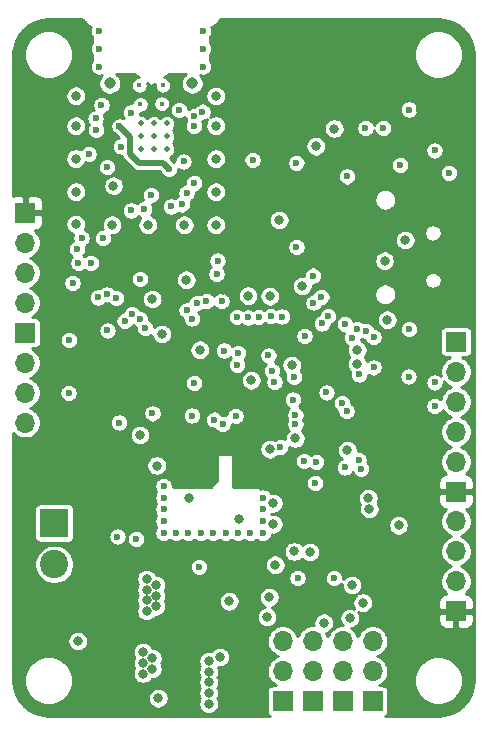
<source format=gbr>
G04 #@! TF.GenerationSoftware,KiCad,Pcbnew,(5.1.7)-1*
G04 #@! TF.CreationDate,2021-03-01T18:39:25+01:00*
G04 #@! TF.ProjectId,Zeggreus,5a656767-7265-4757-932e-6b696361645f,rev?*
G04 #@! TF.SameCoordinates,Original*
G04 #@! TF.FileFunction,Copper,L3,Inr*
G04 #@! TF.FilePolarity,Positive*
%FSLAX46Y46*%
G04 Gerber Fmt 4.6, Leading zero omitted, Abs format (unit mm)*
G04 Created by KiCad (PCBNEW (5.1.7)-1) date 2021-03-01 18:39:25*
%MOMM*%
%LPD*%
G01*
G04 APERTURE LIST*
G04 #@! TA.AperFunction,ComponentPad*
%ADD10O,1.700000X1.700000*%
G04 #@! TD*
G04 #@! TA.AperFunction,ComponentPad*
%ADD11R,1.700000X1.700000*%
G04 #@! TD*
G04 #@! TA.AperFunction,ComponentPad*
%ADD12C,2.400000*%
G04 #@! TD*
G04 #@! TA.AperFunction,ComponentPad*
%ADD13R,2.400000X2.400000*%
G04 #@! TD*
G04 #@! TA.AperFunction,ComponentPad*
%ADD14C,0.970000*%
G04 #@! TD*
G04 #@! TA.AperFunction,ComponentPad*
%ADD15C,0.500000*%
G04 #@! TD*
G04 #@! TA.AperFunction,ViaPad*
%ADD16C,0.800000*%
G04 #@! TD*
G04 #@! TA.AperFunction,ViaPad*
%ADD17C,0.600000*%
G04 #@! TD*
G04 #@! TA.AperFunction,ViaPad*
%ADD18C,0.450000*%
G04 #@! TD*
G04 #@! TA.AperFunction,Conductor*
%ADD19C,0.500000*%
G04 #@! TD*
G04 #@! TA.AperFunction,Conductor*
%ADD20C,0.254000*%
G04 #@! TD*
G04 #@! TA.AperFunction,Conductor*
%ADD21C,0.100000*%
G04 #@! TD*
G04 APERTURE END LIST*
D10*
X130050000Y-92260000D03*
X130050000Y-89720000D03*
X130050000Y-87180000D03*
D11*
X130050000Y-84640000D03*
D12*
X132500000Y-104250000D03*
D13*
X132500000Y-100750000D03*
D11*
X166516000Y-85392000D03*
D14*
X144180136Y-63527000D03*
X137195136Y-63527000D03*
D10*
X130050000Y-82100000D03*
X130050000Y-79560000D03*
X130050000Y-77020000D03*
D11*
X130050000Y-74480000D03*
D15*
X142036000Y-69122000D03*
X140936000Y-69122000D03*
X139836000Y-69122000D03*
X142036000Y-68022000D03*
X140936000Y-68022000D03*
X139836000Y-68022000D03*
X142036000Y-66922000D03*
X140936000Y-66922000D03*
X139836000Y-66922000D03*
D10*
X166516000Y-100592000D03*
X166516000Y-103132000D03*
X166516000Y-105672000D03*
D11*
X166516000Y-108212000D03*
D10*
X166516000Y-87932000D03*
X166516000Y-90472000D03*
X166516000Y-93012000D03*
X166516000Y-95552000D03*
D11*
X166516000Y-98092000D03*
D10*
X151829000Y-110752000D03*
X151829000Y-113292000D03*
D11*
X151829000Y-115832000D03*
X154369000Y-115832000D03*
D10*
X154369000Y-113292000D03*
X154369000Y-110752000D03*
D11*
X156909000Y-115832000D03*
D10*
X156909000Y-113292000D03*
X156909000Y-110752000D03*
X159449000Y-110752000D03*
X159449000Y-113292000D03*
D11*
X159449000Y-115832000D03*
D16*
X146816000Y-80992000D03*
X139753500Y-94892000D03*
X143053500Y-84992000D03*
X152416000Y-78792000D03*
X157216000Y-92992000D03*
X144416000Y-94892000D03*
X137316000Y-73292000D03*
X159016000Y-102192000D03*
D17*
X162866000Y-89492000D03*
D16*
X142000000Y-81766994D03*
D17*
X147555000Y-72900000D03*
D16*
X151200000Y-77700000D03*
X155305010Y-85769250D03*
D17*
X133150000Y-83450000D03*
D16*
X144900000Y-68900000D03*
D17*
X139500000Y-100600004D03*
D16*
X153653500Y-99635021D03*
X155424682Y-99635021D03*
X154523334Y-99635021D03*
X150344990Y-91100000D03*
X161500000Y-71700000D03*
D17*
X146249462Y-90950538D03*
D16*
X143450002Y-76950000D03*
D17*
X133200000Y-78750000D03*
X163400000Y-65700000D03*
D16*
X140600000Y-71600000D03*
D17*
X131499992Y-91300000D03*
D16*
X155216000Y-106305010D03*
X153000000Y-73750000D03*
D17*
X133750000Y-86600000D03*
X136500000Y-95500000D03*
X149250000Y-67250000D03*
X136300000Y-62100000D03*
X136300000Y-59100000D03*
X136300000Y-60600000D03*
X145100000Y-62100000D03*
X145100000Y-60600000D03*
X145100000Y-59100000D03*
D16*
X146166000Y-64592000D03*
X146166000Y-67100000D03*
X146166000Y-72700000D03*
X134320000Y-64570000D03*
X134316000Y-67112000D03*
X134316000Y-72692000D03*
X134316000Y-75450000D03*
X140416000Y-75492000D03*
X146166000Y-69900000D03*
X137400000Y-75492000D03*
X146166000Y-75492000D03*
D17*
X141753500Y-97592000D03*
X141753500Y-101592000D03*
X141753500Y-100592000D03*
X141753500Y-99592000D03*
X141753500Y-98592000D03*
X150153500Y-101592000D03*
X150153500Y-100592000D03*
X150153500Y-99592000D03*
X150153500Y-98592000D03*
D16*
X139753500Y-93292000D03*
X160466000Y-78542000D03*
X145566000Y-112442000D03*
X145566000Y-113342000D03*
X145566000Y-114242000D03*
X145566000Y-116042000D03*
D17*
X149103500Y-101592000D03*
X148053500Y-101592000D03*
X147003500Y-101592000D03*
X145953500Y-101592000D03*
X144903500Y-101592000D03*
X143853500Y-101592000D03*
X142803500Y-101592000D03*
D16*
X140016000Y-113492000D03*
X140016000Y-112592000D03*
X140016000Y-111692000D03*
X140816000Y-112192000D03*
X140816000Y-113092000D03*
X140316000Y-108192000D03*
X140316000Y-107292000D03*
X140316000Y-106392000D03*
X140316000Y-105492000D03*
X145566000Y-115142000D03*
X141116000Y-106892000D03*
X141116000Y-107792000D03*
X141116000Y-105992000D03*
X146516000Y-112092000D03*
X147316000Y-107392000D03*
X158616000Y-107492000D03*
X151053500Y-99092000D03*
X150516000Y-108692000D03*
D17*
X146326824Y-78534986D03*
D16*
X148916006Y-81491994D03*
X157516000Y-108792000D03*
X143870500Y-98675000D03*
X148166761Y-100398550D03*
X134316000Y-69892000D03*
X157316000Y-94592000D03*
X152916000Y-93592000D03*
X150716000Y-107047010D03*
X137516000Y-72192000D03*
X159164518Y-99543482D03*
X150738058Y-94502321D03*
X153491928Y-80678616D03*
X140816000Y-81792000D03*
X141600000Y-84750000D03*
D17*
X143700000Y-72800000D03*
X140700000Y-72979661D03*
X142399996Y-73950000D03*
X144350000Y-71950000D03*
D16*
X144827036Y-86080356D03*
D17*
X144350000Y-88900000D03*
D18*
X141600000Y-65250000D03*
X139800000Y-65300000D03*
X141700000Y-63700000D03*
X139700000Y-63700000D03*
D17*
X136500000Y-65350000D03*
X136000000Y-66500000D03*
X136026699Y-67476699D03*
D16*
X152600000Y-87400000D03*
D17*
X162550000Y-65750000D03*
D16*
X141180603Y-95881985D03*
X149177265Y-88667376D03*
D17*
X162500000Y-88350000D03*
D16*
X158158000Y-86092000D03*
X158125000Y-87275000D03*
D17*
X139450000Y-102100000D03*
D16*
X150750000Y-81550000D03*
X143678317Y-80156534D03*
D17*
X149300000Y-70000000D03*
D16*
X151550000Y-75100000D03*
X160700000Y-83550000D03*
D17*
X161800000Y-70450000D03*
X165900000Y-71100000D03*
D16*
X162216000Y-76792000D03*
X159097157Y-98655010D03*
D17*
X143455010Y-70135933D03*
D16*
X156200000Y-67350000D03*
X151050000Y-100850000D03*
X143500000Y-75492000D03*
D17*
X143321043Y-73771043D03*
X139000000Y-66000000D03*
X138179984Y-68877010D03*
X136980000Y-70629998D03*
D16*
X134500000Y-110750006D03*
X157700000Y-106000000D03*
D17*
X153000000Y-70250000D03*
X140815999Y-91464979D03*
X138000000Y-92250000D03*
D16*
X154650000Y-68850000D03*
D17*
X148066000Y-86334005D03*
X157100000Y-96049998D03*
X151141196Y-88808804D03*
X154685023Y-95564977D03*
X158484193Y-96160193D03*
X157699992Y-85050000D03*
X146886019Y-86149913D03*
X150950012Y-87850000D03*
X154600000Y-97364990D03*
X153650000Y-95500000D03*
X149800000Y-83297000D03*
X153696031Y-84934745D03*
X158134485Y-84350314D03*
X146050000Y-92000000D03*
X164700000Y-90850000D03*
X164700000Y-69200000D03*
X164700009Y-88850009D03*
X152916000Y-92392000D03*
X155692019Y-83244990D03*
X157250657Y-91262935D03*
X155150000Y-83850000D03*
X157100000Y-83900008D03*
X156877807Y-90577807D03*
X152916000Y-91592000D03*
X154408739Y-79808944D03*
X154450000Y-82094386D03*
X155116000Y-81592000D03*
X153012009Y-77387989D03*
X146665009Y-81959328D03*
X151766000Y-83272000D03*
X150816000Y-83242002D03*
X145387000Y-81963000D03*
X158266000Y-95392000D03*
X151641075Y-94331979D03*
X157294990Y-71400000D03*
X146750000Y-92344990D03*
X144750000Y-104450000D03*
X137000000Y-84450000D03*
X143066000Y-65792000D03*
X140200000Y-84250000D03*
X136613057Y-76644990D03*
X134816000Y-76644990D03*
X135595002Y-78745423D03*
X139094075Y-83077886D03*
X144308629Y-67149725D03*
X136950000Y-81400010D03*
X144364739Y-66292060D03*
X139750000Y-83500000D03*
X139750000Y-80100000D03*
X145050740Y-65920818D03*
X160350000Y-67300000D03*
X158850000Y-67300000D03*
X148916000Y-83342000D03*
X144138845Y-83447000D03*
X134055750Y-80444250D03*
X143710204Y-82745401D03*
X147984193Y-83297010D03*
X134423021Y-77539988D03*
X134550000Y-78750000D03*
X150629865Y-86558541D03*
X155550000Y-89700002D03*
X159535005Y-87569989D03*
X148000000Y-87344990D03*
X158900001Y-84500001D03*
X146250000Y-79650000D03*
X144600000Y-82100000D03*
X144143285Y-91651101D03*
X147852401Y-91697877D03*
X137850000Y-101900000D03*
X158324994Y-88174994D03*
X138016000Y-67167000D03*
X142223131Y-70786757D03*
X152800009Y-88394990D03*
X152700000Y-90300000D03*
X140115780Y-74189663D03*
X138460990Y-83644990D03*
X139013193Y-74289193D03*
X137722258Y-81694553D03*
X135416000Y-69492000D03*
X136194990Y-81650000D03*
D16*
X152799101Y-103162000D03*
X151216000Y-104292000D03*
X154136000Y-103212000D03*
X161650000Y-100950000D03*
X141316000Y-115592000D03*
X155316000Y-109192000D03*
D17*
X156200000Y-105424230D03*
X153100006Y-105400000D03*
X159535000Y-85000000D03*
X162550000Y-84350000D03*
X133750000Y-85250000D03*
X133720000Y-89720000D03*
D19*
X138909985Y-68060985D02*
X138016000Y-67167000D01*
X138909985Y-69499985D02*
X138909985Y-68060985D01*
X141676374Y-70240000D02*
X139650000Y-70240000D01*
X139650000Y-70240000D02*
X138909985Y-69499985D01*
X142223131Y-70786757D02*
X141676374Y-70240000D01*
D20*
X134700773Y-58095973D02*
X134782930Y-58104029D01*
X134838159Y-58120703D01*
X134889098Y-58147788D01*
X134933802Y-58184247D01*
X134991303Y-58253754D01*
X135052851Y-58334010D01*
X135058571Y-58342433D01*
X135067845Y-58353562D01*
X135076656Y-58365051D01*
X135083611Y-58372481D01*
X135149192Y-58451178D01*
X135154388Y-58459877D01*
X135180783Y-58489087D01*
X135190136Y-58500311D01*
X135197317Y-58507385D01*
X135204077Y-58514866D01*
X135214889Y-58524695D01*
X135242934Y-58552322D01*
X135251402Y-58557888D01*
X135316567Y-58617129D01*
X135335714Y-58637757D01*
X135373057Y-58664770D01*
X135410022Y-58692272D01*
X135435448Y-58704344D01*
X135522975Y-58755402D01*
X135550448Y-58773917D01*
X135587602Y-58789480D01*
X135552859Y-58873357D01*
X135523000Y-59023472D01*
X135523000Y-59176528D01*
X135552859Y-59326643D01*
X135611431Y-59468048D01*
X135673000Y-59560193D01*
X135673000Y-60139807D01*
X135611431Y-60231952D01*
X135552859Y-60373357D01*
X135523000Y-60523472D01*
X135523000Y-60676528D01*
X135552859Y-60826643D01*
X135611431Y-60968048D01*
X135673000Y-61060193D01*
X135673000Y-61639807D01*
X135611431Y-61731952D01*
X135552859Y-61873357D01*
X135523000Y-62023472D01*
X135523000Y-62176528D01*
X135552859Y-62326643D01*
X135611431Y-62468048D01*
X135673000Y-62560193D01*
X135673000Y-62600000D01*
X135675440Y-62624776D01*
X135682667Y-62648601D01*
X135694403Y-62670557D01*
X135710197Y-62689803D01*
X135729443Y-62705597D01*
X135751399Y-62717333D01*
X135775224Y-62724560D01*
X135800000Y-62727000D01*
X135839807Y-62727000D01*
X135931952Y-62788569D01*
X136073357Y-62847141D01*
X136223472Y-62877000D01*
X136376528Y-62877000D01*
X136511512Y-62850151D01*
X136447902Y-62913761D01*
X136342622Y-63071322D01*
X136270105Y-63246395D01*
X136233136Y-63432251D01*
X136233136Y-63621749D01*
X136270105Y-63807605D01*
X136342622Y-63982678D01*
X136447902Y-64140239D01*
X136581897Y-64274234D01*
X136739458Y-64379514D01*
X136914531Y-64452031D01*
X137100387Y-64489000D01*
X137289885Y-64489000D01*
X137475741Y-64452031D01*
X137650814Y-64379514D01*
X137808375Y-64274234D01*
X137942370Y-64140239D01*
X138047650Y-63982678D01*
X138120167Y-63807605D01*
X138157136Y-63621749D01*
X138157136Y-63432251D01*
X138120167Y-63246395D01*
X138047650Y-63071322D01*
X137942370Y-62913761D01*
X137808375Y-62779766D01*
X137729406Y-62727000D01*
X139259301Y-62727000D01*
X139638701Y-62998000D01*
X139630859Y-62998000D01*
X139495234Y-63024977D01*
X139367478Y-63077895D01*
X139252501Y-63154721D01*
X139154721Y-63252501D01*
X139077895Y-63367478D01*
X139024977Y-63495234D01*
X138998000Y-63630859D01*
X138998000Y-63769141D01*
X139024977Y-63904766D01*
X139077895Y-64032522D01*
X139154721Y-64147499D01*
X139252501Y-64245279D01*
X139367478Y-64322105D01*
X139495234Y-64375023D01*
X139630859Y-64402000D01*
X139769141Y-64402000D01*
X139904766Y-64375023D01*
X140032522Y-64322105D01*
X140147499Y-64245279D01*
X140245279Y-64147499D01*
X140322105Y-64032522D01*
X140375023Y-63904766D01*
X140402000Y-63769141D01*
X140402000Y-63630859D01*
X140381679Y-63528699D01*
X140626183Y-63703344D01*
X140651276Y-63717282D01*
X140675093Y-63724534D01*
X140699867Y-63727000D01*
X140724646Y-63724586D01*
X140748478Y-63717383D01*
X140770447Y-63705670D01*
X141015632Y-63542213D01*
X140998000Y-63630859D01*
X140998000Y-63769141D01*
X141024977Y-63904766D01*
X141077895Y-64032522D01*
X141154721Y-64147499D01*
X141252501Y-64245279D01*
X141367478Y-64322105D01*
X141495234Y-64375023D01*
X141630859Y-64402000D01*
X141769141Y-64402000D01*
X141904766Y-64375023D01*
X142032522Y-64322105D01*
X142147499Y-64245279D01*
X142245279Y-64147499D01*
X142322105Y-64032522D01*
X142375023Y-63904766D01*
X142402000Y-63769141D01*
X142402000Y-63630859D01*
X142375023Y-63495234D01*
X142322105Y-63367478D01*
X142245279Y-63252501D01*
X142147499Y-63154721D01*
X142032522Y-63077895D01*
X141904766Y-63024977D01*
X141817518Y-63007623D01*
X142238452Y-62727000D01*
X143645866Y-62727000D01*
X143566897Y-62779766D01*
X143432902Y-62913761D01*
X143327622Y-63071322D01*
X143255105Y-63246395D01*
X143218136Y-63432251D01*
X143218136Y-63621749D01*
X143255105Y-63807605D01*
X143327622Y-63982678D01*
X143432902Y-64140239D01*
X143566897Y-64274234D01*
X143724458Y-64379514D01*
X143899531Y-64452031D01*
X144085387Y-64489000D01*
X144274885Y-64489000D01*
X144460741Y-64452031D01*
X144635814Y-64379514D01*
X144793375Y-64274234D01*
X144927370Y-64140239D01*
X145032650Y-63982678D01*
X145105167Y-63807605D01*
X145142136Y-63621749D01*
X145142136Y-63432251D01*
X145105167Y-63246395D01*
X145032650Y-63071322D01*
X144927370Y-62913761D01*
X144851835Y-62838226D01*
X144873357Y-62847141D01*
X145023472Y-62877000D01*
X145176528Y-62877000D01*
X145326643Y-62847141D01*
X145468048Y-62788569D01*
X145560193Y-62727000D01*
X145600000Y-62727000D01*
X145624776Y-62724560D01*
X145648601Y-62717333D01*
X145670557Y-62705597D01*
X145689803Y-62689803D01*
X145705597Y-62670557D01*
X145717333Y-62648601D01*
X145724560Y-62624776D01*
X145727000Y-62600000D01*
X145727000Y-62560193D01*
X145788569Y-62468048D01*
X145847141Y-62326643D01*
X145877000Y-62176528D01*
X145877000Y-62023472D01*
X145847141Y-61873357D01*
X145788569Y-61731952D01*
X145727000Y-61639807D01*
X145727000Y-61060193D01*
X145788569Y-60968048D01*
X145821960Y-60887433D01*
X162939000Y-60887433D01*
X162939000Y-61296567D01*
X163018818Y-61697839D01*
X163175386Y-62075829D01*
X163402689Y-62416011D01*
X163691989Y-62705311D01*
X164032171Y-62932614D01*
X164410161Y-63089182D01*
X164811433Y-63169000D01*
X165220567Y-63169000D01*
X165621839Y-63089182D01*
X165999829Y-62932614D01*
X166340011Y-62705311D01*
X166629311Y-62416011D01*
X166856614Y-62075829D01*
X167013182Y-61697839D01*
X167093000Y-61296567D01*
X167093000Y-60887433D01*
X167013182Y-60486161D01*
X166856614Y-60108171D01*
X166629311Y-59767989D01*
X166340011Y-59478689D01*
X165999829Y-59251386D01*
X165621839Y-59094818D01*
X165220567Y-59015000D01*
X164811433Y-59015000D01*
X164410161Y-59094818D01*
X164032171Y-59251386D01*
X163691989Y-59478689D01*
X163402689Y-59767989D01*
X163175386Y-60108171D01*
X163018818Y-60486161D01*
X162939000Y-60887433D01*
X145821960Y-60887433D01*
X145847141Y-60826643D01*
X145877000Y-60676528D01*
X145877000Y-60523472D01*
X145847141Y-60373357D01*
X145788569Y-60231952D01*
X145727000Y-60139807D01*
X145727000Y-59560193D01*
X145788569Y-59468048D01*
X145847141Y-59326643D01*
X145877000Y-59176528D01*
X145877000Y-59023472D01*
X145847141Y-58873357D01*
X145814736Y-58795124D01*
X145825048Y-58788728D01*
X145915418Y-58743543D01*
X145931402Y-58737992D01*
X145959531Y-58721487D01*
X145966551Y-58717977D01*
X145980808Y-58709003D01*
X145995324Y-58700485D01*
X146001667Y-58695872D01*
X146029272Y-58678495D01*
X146041558Y-58666861D01*
X146097227Y-58626374D01*
X146110245Y-58619416D01*
X146137107Y-58597371D01*
X146145200Y-58591485D01*
X146156189Y-58581711D01*
X146167535Y-58572399D01*
X146174598Y-58565336D01*
X146200576Y-58542229D01*
X146209482Y-58530452D01*
X146239788Y-58500146D01*
X146250849Y-58491846D01*
X146274673Y-58465261D01*
X146282399Y-58457535D01*
X146291125Y-58446903D01*
X146300310Y-58436653D01*
X146306774Y-58427835D01*
X146329416Y-58400245D01*
X146335933Y-58388052D01*
X146385277Y-58320732D01*
X146395719Y-58303086D01*
X146449562Y-58215385D01*
X146488721Y-58173019D01*
X146535360Y-58139068D01*
X146587708Y-58114821D01*
X146650525Y-58099563D01*
X146702852Y-58095880D01*
X164991470Y-58094002D01*
X165597848Y-58153458D01*
X166157528Y-58322435D01*
X166673733Y-58596906D01*
X167126794Y-58966412D01*
X167499460Y-59416887D01*
X167777526Y-59931159D01*
X167950408Y-60489652D01*
X168014001Y-61094694D01*
X168014000Y-114067449D01*
X167954542Y-114673848D01*
X167785565Y-115233528D01*
X167511092Y-115749736D01*
X167141585Y-116202797D01*
X166691113Y-116575460D01*
X166176840Y-116853526D01*
X165618347Y-117026408D01*
X165013316Y-117090000D01*
X160547570Y-117090000D01*
X160565289Y-117080529D01*
X160637921Y-117020921D01*
X160697529Y-116948289D01*
X160741822Y-116865423D01*
X160769097Y-116775508D01*
X160778307Y-116682000D01*
X160778307Y-114982000D01*
X160769097Y-114888492D01*
X160741822Y-114798577D01*
X160697529Y-114715711D01*
X160637921Y-114643079D01*
X160565289Y-114583471D01*
X160482423Y-114539178D01*
X160392508Y-114511903D01*
X160299000Y-114502693D01*
X159993746Y-114502693D01*
X160077570Y-114467972D01*
X160294913Y-114322748D01*
X160479748Y-114137913D01*
X160624972Y-113920570D01*
X160638697Y-113887433D01*
X162939000Y-113887433D01*
X162939000Y-114296567D01*
X163018818Y-114697839D01*
X163175386Y-115075829D01*
X163402689Y-115416011D01*
X163691989Y-115705311D01*
X164032171Y-115932614D01*
X164410161Y-116089182D01*
X164811433Y-116169000D01*
X165220567Y-116169000D01*
X165621839Y-116089182D01*
X165999829Y-115932614D01*
X166340011Y-115705311D01*
X166629311Y-115416011D01*
X166856614Y-115075829D01*
X167013182Y-114697839D01*
X167093000Y-114296567D01*
X167093000Y-113887433D01*
X167013182Y-113486161D01*
X166856614Y-113108171D01*
X166629311Y-112767989D01*
X166340011Y-112478689D01*
X165999829Y-112251386D01*
X165621839Y-112094818D01*
X165220567Y-112015000D01*
X164811433Y-112015000D01*
X164410161Y-112094818D01*
X164032171Y-112251386D01*
X163691989Y-112478689D01*
X163402689Y-112767989D01*
X163175386Y-113108171D01*
X163018818Y-113486161D01*
X162939000Y-113887433D01*
X160638697Y-113887433D01*
X160725004Y-113679072D01*
X160776000Y-113422698D01*
X160776000Y-113161302D01*
X160725004Y-112904928D01*
X160624972Y-112663430D01*
X160479748Y-112446087D01*
X160294913Y-112261252D01*
X160077570Y-112116028D01*
X159850567Y-112022000D01*
X160077570Y-111927972D01*
X160294913Y-111782748D01*
X160479748Y-111597913D01*
X160624972Y-111380570D01*
X160725004Y-111139072D01*
X160776000Y-110882698D01*
X160776000Y-110621302D01*
X160725004Y-110364928D01*
X160624972Y-110123430D01*
X160479748Y-109906087D01*
X160294913Y-109721252D01*
X160077570Y-109576028D01*
X159836072Y-109475996D01*
X159579698Y-109425000D01*
X159318302Y-109425000D01*
X159061928Y-109475996D01*
X158820430Y-109576028D01*
X158603087Y-109721252D01*
X158418252Y-109906087D01*
X158273028Y-110123430D01*
X158179000Y-110350433D01*
X158084972Y-110123430D01*
X157939748Y-109906087D01*
X157754913Y-109721252D01*
X157659660Y-109657606D01*
X157771811Y-109635297D01*
X157931415Y-109569187D01*
X158075055Y-109473210D01*
X158197210Y-109351055D01*
X158293187Y-109207415D01*
X158353419Y-109062000D01*
X165027928Y-109062000D01*
X165040188Y-109186482D01*
X165076498Y-109306180D01*
X165135463Y-109416494D01*
X165214815Y-109513185D01*
X165311506Y-109592537D01*
X165421820Y-109651502D01*
X165541518Y-109687812D01*
X165666000Y-109700072D01*
X166230250Y-109697000D01*
X166389000Y-109538250D01*
X166389000Y-108339000D01*
X166643000Y-108339000D01*
X166643000Y-109538250D01*
X166801750Y-109697000D01*
X167366000Y-109700072D01*
X167490482Y-109687812D01*
X167610180Y-109651502D01*
X167720494Y-109592537D01*
X167817185Y-109513185D01*
X167896537Y-109416494D01*
X167955502Y-109306180D01*
X167991812Y-109186482D01*
X168004072Y-109062000D01*
X168001000Y-108497750D01*
X167842250Y-108339000D01*
X166643000Y-108339000D01*
X166389000Y-108339000D01*
X165189750Y-108339000D01*
X165031000Y-108497750D01*
X165027928Y-109062000D01*
X158353419Y-109062000D01*
X158359297Y-109047811D01*
X158393000Y-108878377D01*
X158393000Y-108705623D01*
X158359297Y-108536189D01*
X158293187Y-108376585D01*
X158229402Y-108281123D01*
X158360189Y-108335297D01*
X158529623Y-108369000D01*
X158702377Y-108369000D01*
X158871811Y-108335297D01*
X159031415Y-108269187D01*
X159175055Y-108173210D01*
X159297210Y-108051055D01*
X159393187Y-107907415D01*
X159459297Y-107747811D01*
X159493000Y-107578377D01*
X159493000Y-107405623D01*
X159459297Y-107236189D01*
X159393187Y-107076585D01*
X159297210Y-106932945D01*
X159175055Y-106810790D01*
X159031415Y-106714813D01*
X158871811Y-106648703D01*
X158702377Y-106615000D01*
X158529623Y-106615000D01*
X158360189Y-106648703D01*
X158222105Y-106705899D01*
X158259055Y-106681210D01*
X158381210Y-106559055D01*
X158477187Y-106415415D01*
X158543297Y-106255811D01*
X158577000Y-106086377D01*
X158577000Y-105913623D01*
X158543297Y-105744189D01*
X158477187Y-105584585D01*
X158381210Y-105440945D01*
X158259055Y-105318790D01*
X158115415Y-105222813D01*
X157955811Y-105156703D01*
X157786377Y-105123000D01*
X157613623Y-105123000D01*
X157444189Y-105156703D01*
X157284585Y-105222813D01*
X157140945Y-105318790D01*
X157018790Y-105440945D01*
X156976227Y-105504646D01*
X156977000Y-105500758D01*
X156977000Y-105347702D01*
X156947141Y-105197587D01*
X156888569Y-105056182D01*
X156803536Y-104928921D01*
X156695309Y-104820694D01*
X156568048Y-104735661D01*
X156426643Y-104677089D01*
X156276528Y-104647230D01*
X156123472Y-104647230D01*
X155973357Y-104677089D01*
X155831952Y-104735661D01*
X155704691Y-104820694D01*
X155596464Y-104928921D01*
X155511431Y-105056182D01*
X155452859Y-105197587D01*
X155423000Y-105347702D01*
X155423000Y-105500758D01*
X155452859Y-105650873D01*
X155511431Y-105792278D01*
X155596464Y-105919539D01*
X155704691Y-106027766D01*
X155831952Y-106112799D01*
X155973357Y-106171371D01*
X156123472Y-106201230D01*
X156276528Y-106201230D01*
X156426643Y-106171371D01*
X156568048Y-106112799D01*
X156695309Y-106027766D01*
X156803536Y-105919539D01*
X156829575Y-105880569D01*
X156823000Y-105913623D01*
X156823000Y-106086377D01*
X156856703Y-106255811D01*
X156922813Y-106415415D01*
X157018790Y-106559055D01*
X157140945Y-106681210D01*
X157284585Y-106777187D01*
X157444189Y-106843297D01*
X157613623Y-106877000D01*
X157786377Y-106877000D01*
X157955811Y-106843297D01*
X158093895Y-106786101D01*
X158056945Y-106810790D01*
X157934790Y-106932945D01*
X157838813Y-107076585D01*
X157772703Y-107236189D01*
X157739000Y-107405623D01*
X157739000Y-107578377D01*
X157772703Y-107747811D01*
X157838813Y-107907415D01*
X157902598Y-108002877D01*
X157771811Y-107948703D01*
X157602377Y-107915000D01*
X157429623Y-107915000D01*
X157260189Y-107948703D01*
X157100585Y-108014813D01*
X156956945Y-108110790D01*
X156834790Y-108232945D01*
X156738813Y-108376585D01*
X156672703Y-108536189D01*
X156639000Y-108705623D01*
X156639000Y-108878377D01*
X156672703Y-109047811D01*
X156738813Y-109207415D01*
X156834790Y-109351055D01*
X156908735Y-109425000D01*
X156778302Y-109425000D01*
X156521928Y-109475996D01*
X156280430Y-109576028D01*
X156063087Y-109721252D01*
X155878252Y-109906087D01*
X155733028Y-110123430D01*
X155639000Y-110350433D01*
X155544972Y-110123430D01*
X155496141Y-110050349D01*
X155571811Y-110035297D01*
X155731415Y-109969187D01*
X155875055Y-109873210D01*
X155997210Y-109751055D01*
X156093187Y-109607415D01*
X156159297Y-109447811D01*
X156193000Y-109278377D01*
X156193000Y-109105623D01*
X156159297Y-108936189D01*
X156093187Y-108776585D01*
X155997210Y-108632945D01*
X155875055Y-108510790D01*
X155731415Y-108414813D01*
X155571811Y-108348703D01*
X155402377Y-108315000D01*
X155229623Y-108315000D01*
X155060189Y-108348703D01*
X154900585Y-108414813D01*
X154756945Y-108510790D01*
X154634790Y-108632945D01*
X154538813Y-108776585D01*
X154472703Y-108936189D01*
X154439000Y-109105623D01*
X154439000Y-109278377D01*
X154468166Y-109425000D01*
X154238302Y-109425000D01*
X153981928Y-109475996D01*
X153740430Y-109576028D01*
X153523087Y-109721252D01*
X153338252Y-109906087D01*
X153193028Y-110123430D01*
X153099000Y-110350433D01*
X153004972Y-110123430D01*
X152859748Y-109906087D01*
X152674913Y-109721252D01*
X152457570Y-109576028D01*
X152216072Y-109475996D01*
X151959698Y-109425000D01*
X151698302Y-109425000D01*
X151441928Y-109475996D01*
X151200430Y-109576028D01*
X150983087Y-109721252D01*
X150798252Y-109906087D01*
X150653028Y-110123430D01*
X150552996Y-110364928D01*
X150502000Y-110621302D01*
X150502000Y-110882698D01*
X150552996Y-111139072D01*
X150653028Y-111380570D01*
X150798252Y-111597913D01*
X150983087Y-111782748D01*
X151200430Y-111927972D01*
X151427433Y-112022000D01*
X151200430Y-112116028D01*
X150983087Y-112261252D01*
X150798252Y-112446087D01*
X150653028Y-112663430D01*
X150552996Y-112904928D01*
X150502000Y-113161302D01*
X150502000Y-113422698D01*
X150552996Y-113679072D01*
X150653028Y-113920570D01*
X150798252Y-114137913D01*
X150983087Y-114322748D01*
X151200430Y-114467972D01*
X151284254Y-114502693D01*
X150979000Y-114502693D01*
X150885492Y-114511903D01*
X150795577Y-114539178D01*
X150712711Y-114583471D01*
X150640079Y-114643079D01*
X150580471Y-114715711D01*
X150536178Y-114798577D01*
X150508903Y-114888492D01*
X150499693Y-114982000D01*
X150499693Y-116682000D01*
X150508903Y-116775508D01*
X150536178Y-116865423D01*
X150580471Y-116948289D01*
X150640079Y-117020921D01*
X150712711Y-117080529D01*
X150730430Y-117090000D01*
X132040551Y-117090000D01*
X131434152Y-117030542D01*
X130874472Y-116861565D01*
X130358264Y-116587092D01*
X129905203Y-116217585D01*
X129532540Y-115767113D01*
X129254474Y-115252840D01*
X129081592Y-114694347D01*
X129018000Y-114089316D01*
X129018000Y-113887433D01*
X129939000Y-113887433D01*
X129939000Y-114296567D01*
X130018818Y-114697839D01*
X130175386Y-115075829D01*
X130402689Y-115416011D01*
X130691989Y-115705311D01*
X131032171Y-115932614D01*
X131410161Y-116089182D01*
X131811433Y-116169000D01*
X132220567Y-116169000D01*
X132621839Y-116089182D01*
X132999829Y-115932614D01*
X133340011Y-115705311D01*
X133539699Y-115505623D01*
X140439000Y-115505623D01*
X140439000Y-115678377D01*
X140472703Y-115847811D01*
X140538813Y-116007415D01*
X140634790Y-116151055D01*
X140756945Y-116273210D01*
X140900585Y-116369187D01*
X141060189Y-116435297D01*
X141229623Y-116469000D01*
X141402377Y-116469000D01*
X141571811Y-116435297D01*
X141731415Y-116369187D01*
X141875055Y-116273210D01*
X141997210Y-116151055D01*
X142093187Y-116007415D01*
X142159297Y-115847811D01*
X142193000Y-115678377D01*
X142193000Y-115505623D01*
X142159297Y-115336189D01*
X142093187Y-115176585D01*
X141997210Y-115032945D01*
X141875055Y-114910790D01*
X141731415Y-114814813D01*
X141571811Y-114748703D01*
X141402377Y-114715000D01*
X141229623Y-114715000D01*
X141060189Y-114748703D01*
X140900585Y-114814813D01*
X140756945Y-114910790D01*
X140634790Y-115032945D01*
X140538813Y-115176585D01*
X140472703Y-115336189D01*
X140439000Y-115505623D01*
X133539699Y-115505623D01*
X133629311Y-115416011D01*
X133856614Y-115075829D01*
X134013182Y-114697839D01*
X134093000Y-114296567D01*
X134093000Y-113887433D01*
X134013182Y-113486161D01*
X133856614Y-113108171D01*
X133629311Y-112767989D01*
X133340011Y-112478689D01*
X132999829Y-112251386D01*
X132621839Y-112094818D01*
X132220567Y-112015000D01*
X131811433Y-112015000D01*
X131410161Y-112094818D01*
X131032171Y-112251386D01*
X130691989Y-112478689D01*
X130402689Y-112767989D01*
X130175386Y-113108171D01*
X130018818Y-113486161D01*
X129939000Y-113887433D01*
X129018000Y-113887433D01*
X129018000Y-110663629D01*
X133623000Y-110663629D01*
X133623000Y-110836383D01*
X133656703Y-111005817D01*
X133722813Y-111165421D01*
X133818790Y-111309061D01*
X133940945Y-111431216D01*
X134084585Y-111527193D01*
X134244189Y-111593303D01*
X134413623Y-111627006D01*
X134586377Y-111627006D01*
X134693875Y-111605623D01*
X139139000Y-111605623D01*
X139139000Y-111778377D01*
X139172703Y-111947811D01*
X139238813Y-112107415D01*
X139261922Y-112142000D01*
X139238813Y-112176585D01*
X139172703Y-112336189D01*
X139139000Y-112505623D01*
X139139000Y-112678377D01*
X139172703Y-112847811D01*
X139238813Y-113007415D01*
X139261922Y-113042000D01*
X139238813Y-113076585D01*
X139172703Y-113236189D01*
X139139000Y-113405623D01*
X139139000Y-113578377D01*
X139172703Y-113747811D01*
X139238813Y-113907415D01*
X139334790Y-114051055D01*
X139456945Y-114173210D01*
X139600585Y-114269187D01*
X139760189Y-114335297D01*
X139929623Y-114369000D01*
X140102377Y-114369000D01*
X140271811Y-114335297D01*
X140431415Y-114269187D01*
X140575055Y-114173210D01*
X140697210Y-114051055D01*
X140752037Y-113969000D01*
X140902377Y-113969000D01*
X141071811Y-113935297D01*
X141231415Y-113869187D01*
X141375055Y-113773210D01*
X141497210Y-113651055D01*
X141593187Y-113507415D01*
X141659297Y-113347811D01*
X141693000Y-113178377D01*
X141693000Y-113005623D01*
X141659297Y-112836189D01*
X141593187Y-112676585D01*
X141570078Y-112642000D01*
X141593187Y-112607415D01*
X141659297Y-112447811D01*
X141677634Y-112355623D01*
X144689000Y-112355623D01*
X144689000Y-112528377D01*
X144722703Y-112697811D01*
X144788813Y-112857415D01*
X144811922Y-112892000D01*
X144788813Y-112926585D01*
X144722703Y-113086189D01*
X144689000Y-113255623D01*
X144689000Y-113428377D01*
X144722703Y-113597811D01*
X144788813Y-113757415D01*
X144811922Y-113792000D01*
X144788813Y-113826585D01*
X144722703Y-113986189D01*
X144689000Y-114155623D01*
X144689000Y-114328377D01*
X144722703Y-114497811D01*
X144788813Y-114657415D01*
X144811922Y-114692000D01*
X144788813Y-114726585D01*
X144722703Y-114886189D01*
X144689000Y-115055623D01*
X144689000Y-115228377D01*
X144722703Y-115397811D01*
X144788813Y-115557415D01*
X144811922Y-115592000D01*
X144788813Y-115626585D01*
X144722703Y-115786189D01*
X144689000Y-115955623D01*
X144689000Y-116128377D01*
X144722703Y-116297811D01*
X144788813Y-116457415D01*
X144884790Y-116601055D01*
X145006945Y-116723210D01*
X145150585Y-116819187D01*
X145310189Y-116885297D01*
X145479623Y-116919000D01*
X145652377Y-116919000D01*
X145821811Y-116885297D01*
X145981415Y-116819187D01*
X146125055Y-116723210D01*
X146247210Y-116601055D01*
X146343187Y-116457415D01*
X146409297Y-116297811D01*
X146443000Y-116128377D01*
X146443000Y-115955623D01*
X146409297Y-115786189D01*
X146343187Y-115626585D01*
X146320078Y-115592000D01*
X146343187Y-115557415D01*
X146409297Y-115397811D01*
X146443000Y-115228377D01*
X146443000Y-115055623D01*
X146409297Y-114886189D01*
X146343187Y-114726585D01*
X146320078Y-114692000D01*
X146343187Y-114657415D01*
X146409297Y-114497811D01*
X146443000Y-114328377D01*
X146443000Y-114155623D01*
X146409297Y-113986189D01*
X146343187Y-113826585D01*
X146320078Y-113792000D01*
X146343187Y-113757415D01*
X146409297Y-113597811D01*
X146443000Y-113428377D01*
X146443000Y-113255623D01*
X146409297Y-113086189D01*
X146354572Y-112954071D01*
X146429623Y-112969000D01*
X146602377Y-112969000D01*
X146771811Y-112935297D01*
X146931415Y-112869187D01*
X147075055Y-112773210D01*
X147197210Y-112651055D01*
X147293187Y-112507415D01*
X147359297Y-112347811D01*
X147393000Y-112178377D01*
X147393000Y-112005623D01*
X147359297Y-111836189D01*
X147293187Y-111676585D01*
X147197210Y-111532945D01*
X147075055Y-111410790D01*
X146931415Y-111314813D01*
X146771811Y-111248703D01*
X146602377Y-111215000D01*
X146429623Y-111215000D01*
X146260189Y-111248703D01*
X146100585Y-111314813D01*
X145956945Y-111410790D01*
X145834790Y-111532945D01*
X145794484Y-111593267D01*
X145652377Y-111565000D01*
X145479623Y-111565000D01*
X145310189Y-111598703D01*
X145150585Y-111664813D01*
X145006945Y-111760790D01*
X144884790Y-111882945D01*
X144788813Y-112026585D01*
X144722703Y-112186189D01*
X144689000Y-112355623D01*
X141677634Y-112355623D01*
X141693000Y-112278377D01*
X141693000Y-112105623D01*
X141659297Y-111936189D01*
X141593187Y-111776585D01*
X141497210Y-111632945D01*
X141375055Y-111510790D01*
X141231415Y-111414813D01*
X141071811Y-111348703D01*
X140902377Y-111315000D01*
X140809099Y-111315000D01*
X140793187Y-111276585D01*
X140697210Y-111132945D01*
X140575055Y-111010790D01*
X140431415Y-110914813D01*
X140271811Y-110848703D01*
X140102377Y-110815000D01*
X139929623Y-110815000D01*
X139760189Y-110848703D01*
X139600585Y-110914813D01*
X139456945Y-111010790D01*
X139334790Y-111132945D01*
X139238813Y-111276585D01*
X139172703Y-111436189D01*
X139139000Y-111605623D01*
X134693875Y-111605623D01*
X134755811Y-111593303D01*
X134915415Y-111527193D01*
X135059055Y-111431216D01*
X135181210Y-111309061D01*
X135277187Y-111165421D01*
X135343297Y-111005817D01*
X135377000Y-110836383D01*
X135377000Y-110663629D01*
X135343297Y-110494195D01*
X135277187Y-110334591D01*
X135181210Y-110190951D01*
X135059055Y-110068796D01*
X134915415Y-109972819D01*
X134755811Y-109906709D01*
X134586377Y-109873006D01*
X134413623Y-109873006D01*
X134244189Y-109906709D01*
X134084585Y-109972819D01*
X133940945Y-110068796D01*
X133818790Y-110190951D01*
X133722813Y-110334591D01*
X133656703Y-110494195D01*
X133623000Y-110663629D01*
X129018000Y-110663629D01*
X129018000Y-104084830D01*
X130823000Y-104084830D01*
X130823000Y-104415170D01*
X130887446Y-104739163D01*
X131013862Y-105044357D01*
X131197389Y-105319025D01*
X131430975Y-105552611D01*
X131705643Y-105736138D01*
X132010837Y-105862554D01*
X132334830Y-105927000D01*
X132665170Y-105927000D01*
X132989163Y-105862554D01*
X133294357Y-105736138D01*
X133569025Y-105552611D01*
X133716013Y-105405623D01*
X139439000Y-105405623D01*
X139439000Y-105578377D01*
X139472703Y-105747811D01*
X139538813Y-105907415D01*
X139561922Y-105942000D01*
X139538813Y-105976585D01*
X139472703Y-106136189D01*
X139439000Y-106305623D01*
X139439000Y-106478377D01*
X139472703Y-106647811D01*
X139538813Y-106807415D01*
X139561922Y-106842000D01*
X139538813Y-106876585D01*
X139472703Y-107036189D01*
X139439000Y-107205623D01*
X139439000Y-107378377D01*
X139472703Y-107547811D01*
X139538813Y-107707415D01*
X139561922Y-107742000D01*
X139538813Y-107776585D01*
X139472703Y-107936189D01*
X139439000Y-108105623D01*
X139439000Y-108278377D01*
X139472703Y-108447811D01*
X139538813Y-108607415D01*
X139634790Y-108751055D01*
X139756945Y-108873210D01*
X139900585Y-108969187D01*
X140060189Y-109035297D01*
X140229623Y-109069000D01*
X140402377Y-109069000D01*
X140571811Y-109035297D01*
X140731415Y-108969187D01*
X140875055Y-108873210D01*
X140997210Y-108751055D01*
X141052037Y-108669000D01*
X141202377Y-108669000D01*
X141371811Y-108635297D01*
X141443450Y-108605623D01*
X149639000Y-108605623D01*
X149639000Y-108778377D01*
X149672703Y-108947811D01*
X149738813Y-109107415D01*
X149834790Y-109251055D01*
X149956945Y-109373210D01*
X150100585Y-109469187D01*
X150260189Y-109535297D01*
X150429623Y-109569000D01*
X150602377Y-109569000D01*
X150771811Y-109535297D01*
X150931415Y-109469187D01*
X151075055Y-109373210D01*
X151197210Y-109251055D01*
X151293187Y-109107415D01*
X151359297Y-108947811D01*
X151393000Y-108778377D01*
X151393000Y-108605623D01*
X151359297Y-108436189D01*
X151293187Y-108276585D01*
X151197210Y-108132945D01*
X151075055Y-108010790D01*
X150931415Y-107914813D01*
X150904552Y-107903686D01*
X150971811Y-107890307D01*
X151131415Y-107824197D01*
X151275055Y-107728220D01*
X151397210Y-107606065D01*
X151493187Y-107462425D01*
X151559297Y-107302821D01*
X151593000Y-107133387D01*
X151593000Y-106960633D01*
X151559297Y-106791199D01*
X151493187Y-106631595D01*
X151397210Y-106487955D01*
X151275055Y-106365800D01*
X151131415Y-106269823D01*
X150971811Y-106203713D01*
X150802377Y-106170010D01*
X150629623Y-106170010D01*
X150460189Y-106203713D01*
X150300585Y-106269823D01*
X150156945Y-106365800D01*
X150034790Y-106487955D01*
X149938813Y-106631595D01*
X149872703Y-106791199D01*
X149839000Y-106960633D01*
X149839000Y-107133387D01*
X149872703Y-107302821D01*
X149938813Y-107462425D01*
X150034790Y-107606065D01*
X150156945Y-107728220D01*
X150300585Y-107824197D01*
X150327448Y-107835324D01*
X150260189Y-107848703D01*
X150100585Y-107914813D01*
X149956945Y-108010790D01*
X149834790Y-108132945D01*
X149738813Y-108276585D01*
X149672703Y-108436189D01*
X149639000Y-108605623D01*
X141443450Y-108605623D01*
X141531415Y-108569187D01*
X141675055Y-108473210D01*
X141797210Y-108351055D01*
X141893187Y-108207415D01*
X141959297Y-108047811D01*
X141993000Y-107878377D01*
X141993000Y-107705623D01*
X141959297Y-107536189D01*
X141893187Y-107376585D01*
X141870078Y-107342000D01*
X141893187Y-107307415D01*
X141893929Y-107305623D01*
X146439000Y-107305623D01*
X146439000Y-107478377D01*
X146472703Y-107647811D01*
X146538813Y-107807415D01*
X146634790Y-107951055D01*
X146756945Y-108073210D01*
X146900585Y-108169187D01*
X147060189Y-108235297D01*
X147229623Y-108269000D01*
X147402377Y-108269000D01*
X147571811Y-108235297D01*
X147731415Y-108169187D01*
X147875055Y-108073210D01*
X147997210Y-107951055D01*
X148093187Y-107807415D01*
X148159297Y-107647811D01*
X148193000Y-107478377D01*
X148193000Y-107305623D01*
X148159297Y-107136189D01*
X148093187Y-106976585D01*
X147997210Y-106832945D01*
X147875055Y-106710790D01*
X147731415Y-106614813D01*
X147571811Y-106548703D01*
X147402377Y-106515000D01*
X147229623Y-106515000D01*
X147060189Y-106548703D01*
X146900585Y-106614813D01*
X146756945Y-106710790D01*
X146634790Y-106832945D01*
X146538813Y-106976585D01*
X146472703Y-107136189D01*
X146439000Y-107305623D01*
X141893929Y-107305623D01*
X141959297Y-107147811D01*
X141993000Y-106978377D01*
X141993000Y-106805623D01*
X141959297Y-106636189D01*
X141893187Y-106476585D01*
X141870078Y-106442000D01*
X141893187Y-106407415D01*
X141959297Y-106247811D01*
X141993000Y-106078377D01*
X141993000Y-105905623D01*
X141959297Y-105736189D01*
X141893187Y-105576585D01*
X141797210Y-105432945D01*
X141687737Y-105323472D01*
X152323006Y-105323472D01*
X152323006Y-105476528D01*
X152352865Y-105626643D01*
X152411437Y-105768048D01*
X152496470Y-105895309D01*
X152604697Y-106003536D01*
X152731958Y-106088569D01*
X152873363Y-106147141D01*
X153023478Y-106177000D01*
X153176534Y-106177000D01*
X153326649Y-106147141D01*
X153468054Y-106088569D01*
X153595315Y-106003536D01*
X153703542Y-105895309D01*
X153788575Y-105768048D01*
X153847147Y-105626643D01*
X153877006Y-105476528D01*
X153877006Y-105323472D01*
X153847147Y-105173357D01*
X153788575Y-105031952D01*
X153703542Y-104904691D01*
X153595315Y-104796464D01*
X153468054Y-104711431D01*
X153326649Y-104652859D01*
X153176534Y-104623000D01*
X153023478Y-104623000D01*
X152873363Y-104652859D01*
X152731958Y-104711431D01*
X152604697Y-104796464D01*
X152496470Y-104904691D01*
X152411437Y-105031952D01*
X152352865Y-105173357D01*
X152323006Y-105323472D01*
X141687737Y-105323472D01*
X141675055Y-105310790D01*
X141531415Y-105214813D01*
X141371811Y-105148703D01*
X141202377Y-105115000D01*
X141109099Y-105115000D01*
X141093187Y-105076585D01*
X140997210Y-104932945D01*
X140875055Y-104810790D01*
X140731415Y-104714813D01*
X140571811Y-104648703D01*
X140402377Y-104615000D01*
X140229623Y-104615000D01*
X140060189Y-104648703D01*
X139900585Y-104714813D01*
X139756945Y-104810790D01*
X139634790Y-104932945D01*
X139538813Y-105076585D01*
X139472703Y-105236189D01*
X139439000Y-105405623D01*
X133716013Y-105405623D01*
X133802611Y-105319025D01*
X133986138Y-105044357D01*
X134112554Y-104739163D01*
X134177000Y-104415170D01*
X134177000Y-104373472D01*
X143973000Y-104373472D01*
X143973000Y-104526528D01*
X144002859Y-104676643D01*
X144061431Y-104818048D01*
X144146464Y-104945309D01*
X144254691Y-105053536D01*
X144381952Y-105138569D01*
X144523357Y-105197141D01*
X144673472Y-105227000D01*
X144826528Y-105227000D01*
X144976643Y-105197141D01*
X145118048Y-105138569D01*
X145245309Y-105053536D01*
X145353536Y-104945309D01*
X145438569Y-104818048D01*
X145497141Y-104676643D01*
X145527000Y-104526528D01*
X145527000Y-104373472D01*
X145497141Y-104223357D01*
X145489796Y-104205623D01*
X150339000Y-104205623D01*
X150339000Y-104378377D01*
X150372703Y-104547811D01*
X150438813Y-104707415D01*
X150534790Y-104851055D01*
X150656945Y-104973210D01*
X150800585Y-105069187D01*
X150960189Y-105135297D01*
X151129623Y-105169000D01*
X151302377Y-105169000D01*
X151471811Y-105135297D01*
X151631415Y-105069187D01*
X151775055Y-104973210D01*
X151897210Y-104851055D01*
X151993187Y-104707415D01*
X152059297Y-104547811D01*
X152093000Y-104378377D01*
X152093000Y-104205623D01*
X152059297Y-104036189D01*
X151993187Y-103876585D01*
X151897210Y-103732945D01*
X151775055Y-103610790D01*
X151631415Y-103514813D01*
X151471811Y-103448703D01*
X151302377Y-103415000D01*
X151129623Y-103415000D01*
X150960189Y-103448703D01*
X150800585Y-103514813D01*
X150656945Y-103610790D01*
X150534790Y-103732945D01*
X150438813Y-103876585D01*
X150372703Y-104036189D01*
X150339000Y-104205623D01*
X145489796Y-104205623D01*
X145438569Y-104081952D01*
X145353536Y-103954691D01*
X145245309Y-103846464D01*
X145118048Y-103761431D01*
X144976643Y-103702859D01*
X144826528Y-103673000D01*
X144673472Y-103673000D01*
X144523357Y-103702859D01*
X144381952Y-103761431D01*
X144254691Y-103846464D01*
X144146464Y-103954691D01*
X144061431Y-104081952D01*
X144002859Y-104223357D01*
X143973000Y-104373472D01*
X134177000Y-104373472D01*
X134177000Y-104084830D01*
X134112554Y-103760837D01*
X133986138Y-103455643D01*
X133802611Y-103180975D01*
X133697259Y-103075623D01*
X151922101Y-103075623D01*
X151922101Y-103248377D01*
X151955804Y-103417811D01*
X152021914Y-103577415D01*
X152117891Y-103721055D01*
X152240046Y-103843210D01*
X152383686Y-103939187D01*
X152543290Y-104005297D01*
X152712724Y-104039000D01*
X152885478Y-104039000D01*
X153054912Y-104005297D01*
X153214516Y-103939187D01*
X153358156Y-103843210D01*
X153444985Y-103756381D01*
X153454790Y-103771055D01*
X153576945Y-103893210D01*
X153720585Y-103989187D01*
X153880189Y-104055297D01*
X154049623Y-104089000D01*
X154222377Y-104089000D01*
X154391811Y-104055297D01*
X154551415Y-103989187D01*
X154695055Y-103893210D01*
X154817210Y-103771055D01*
X154913187Y-103627415D01*
X154979297Y-103467811D01*
X155013000Y-103298377D01*
X155013000Y-103125623D01*
X154979297Y-102956189D01*
X154913187Y-102796585D01*
X154817210Y-102652945D01*
X154695055Y-102530790D01*
X154551415Y-102434813D01*
X154391811Y-102368703D01*
X154222377Y-102335000D01*
X154049623Y-102335000D01*
X153880189Y-102368703D01*
X153720585Y-102434813D01*
X153576945Y-102530790D01*
X153490116Y-102617619D01*
X153480311Y-102602945D01*
X153358156Y-102480790D01*
X153214516Y-102384813D01*
X153054912Y-102318703D01*
X152885478Y-102285000D01*
X152712724Y-102285000D01*
X152543290Y-102318703D01*
X152383686Y-102384813D01*
X152240046Y-102480790D01*
X152117891Y-102602945D01*
X152021914Y-102746585D01*
X151955804Y-102906189D01*
X151922101Y-103075623D01*
X133697259Y-103075623D01*
X133569025Y-102947389D01*
X133294357Y-102763862D01*
X132989163Y-102637446D01*
X132665170Y-102573000D01*
X132334830Y-102573000D01*
X132010837Y-102637446D01*
X131705643Y-102763862D01*
X131430975Y-102947389D01*
X131197389Y-103180975D01*
X131013862Y-103455643D01*
X130887446Y-103760837D01*
X130823000Y-104084830D01*
X129018000Y-104084830D01*
X129018000Y-99550000D01*
X130820693Y-99550000D01*
X130820693Y-101950000D01*
X130829903Y-102043508D01*
X130857178Y-102133423D01*
X130901471Y-102216289D01*
X130961079Y-102288921D01*
X131033711Y-102348529D01*
X131116577Y-102392822D01*
X131206492Y-102420097D01*
X131300000Y-102429307D01*
X133700000Y-102429307D01*
X133793508Y-102420097D01*
X133883423Y-102392822D01*
X133966289Y-102348529D01*
X134038921Y-102288921D01*
X134098529Y-102216289D01*
X134142822Y-102133423D01*
X134170097Y-102043508D01*
X134179307Y-101950000D01*
X134179307Y-101823472D01*
X137073000Y-101823472D01*
X137073000Y-101976528D01*
X137102859Y-102126643D01*
X137161431Y-102268048D01*
X137246464Y-102395309D01*
X137354691Y-102503536D01*
X137481952Y-102588569D01*
X137623357Y-102647141D01*
X137773472Y-102677000D01*
X137926528Y-102677000D01*
X138076643Y-102647141D01*
X138218048Y-102588569D01*
X138345309Y-102503536D01*
X138453536Y-102395309D01*
X138538569Y-102268048D01*
X138597141Y-102126643D01*
X138617662Y-102023472D01*
X138673000Y-102023472D01*
X138673000Y-102176528D01*
X138702859Y-102326643D01*
X138761431Y-102468048D01*
X138846464Y-102595309D01*
X138954691Y-102703536D01*
X139081952Y-102788569D01*
X139223357Y-102847141D01*
X139373472Y-102877000D01*
X139526528Y-102877000D01*
X139676643Y-102847141D01*
X139818048Y-102788569D01*
X139945309Y-102703536D01*
X140053536Y-102595309D01*
X140138569Y-102468048D01*
X140197141Y-102326643D01*
X140227000Y-102176528D01*
X140227000Y-102023472D01*
X140197141Y-101873357D01*
X140138569Y-101731952D01*
X140053536Y-101604691D01*
X139945309Y-101496464D01*
X139818048Y-101411431D01*
X139676643Y-101352859D01*
X139526528Y-101323000D01*
X139373472Y-101323000D01*
X139223357Y-101352859D01*
X139081952Y-101411431D01*
X138954691Y-101496464D01*
X138846464Y-101604691D01*
X138761431Y-101731952D01*
X138702859Y-101873357D01*
X138673000Y-102023472D01*
X138617662Y-102023472D01*
X138627000Y-101976528D01*
X138627000Y-101823472D01*
X138597141Y-101673357D01*
X138538569Y-101531952D01*
X138453536Y-101404691D01*
X138345309Y-101296464D01*
X138218048Y-101211431D01*
X138076643Y-101152859D01*
X137926528Y-101123000D01*
X137773472Y-101123000D01*
X137623357Y-101152859D01*
X137481952Y-101211431D01*
X137354691Y-101296464D01*
X137246464Y-101404691D01*
X137161431Y-101531952D01*
X137102859Y-101673357D01*
X137073000Y-101823472D01*
X134179307Y-101823472D01*
X134179307Y-99550000D01*
X134170097Y-99456492D01*
X134142822Y-99366577D01*
X134098529Y-99283711D01*
X134038921Y-99211079D01*
X133966289Y-99151471D01*
X133883423Y-99107178D01*
X133793508Y-99079903D01*
X133700000Y-99070693D01*
X131300000Y-99070693D01*
X131206492Y-99079903D01*
X131116577Y-99107178D01*
X131033711Y-99151471D01*
X130961079Y-99211079D01*
X130901471Y-99283711D01*
X130857178Y-99366577D01*
X130829903Y-99456492D01*
X130820693Y-99550000D01*
X129018000Y-99550000D01*
X129018000Y-97515472D01*
X140976500Y-97515472D01*
X140976500Y-97668528D01*
X141006359Y-97818643D01*
X141064931Y-97960048D01*
X141149964Y-98087309D01*
X141154655Y-98092000D01*
X141149964Y-98096691D01*
X141064931Y-98223952D01*
X141006359Y-98365357D01*
X140976500Y-98515472D01*
X140976500Y-98668528D01*
X141006359Y-98818643D01*
X141064931Y-98960048D01*
X141149964Y-99087309D01*
X141154655Y-99092000D01*
X141149964Y-99096691D01*
X141064931Y-99223952D01*
X141006359Y-99365357D01*
X140976500Y-99515472D01*
X140976500Y-99668528D01*
X141006359Y-99818643D01*
X141064931Y-99960048D01*
X141149964Y-100087309D01*
X141154655Y-100092000D01*
X141149964Y-100096691D01*
X141064931Y-100223952D01*
X141006359Y-100365357D01*
X140976500Y-100515472D01*
X140976500Y-100668528D01*
X141006359Y-100818643D01*
X141064931Y-100960048D01*
X141149964Y-101087309D01*
X141154655Y-101092000D01*
X141149964Y-101096691D01*
X141064931Y-101223952D01*
X141006359Y-101365357D01*
X140976500Y-101515472D01*
X140976500Y-101668528D01*
X141006359Y-101818643D01*
X141064931Y-101960048D01*
X141149964Y-102087309D01*
X141258191Y-102195536D01*
X141385452Y-102280569D01*
X141526857Y-102339141D01*
X141676972Y-102369000D01*
X141830028Y-102369000D01*
X141980143Y-102339141D01*
X142121548Y-102280569D01*
X142248809Y-102195536D01*
X142278500Y-102165845D01*
X142308191Y-102195536D01*
X142435452Y-102280569D01*
X142576857Y-102339141D01*
X142726972Y-102369000D01*
X142880028Y-102369000D01*
X143030143Y-102339141D01*
X143171548Y-102280569D01*
X143298809Y-102195536D01*
X143328500Y-102165845D01*
X143358191Y-102195536D01*
X143485452Y-102280569D01*
X143626857Y-102339141D01*
X143776972Y-102369000D01*
X143930028Y-102369000D01*
X144080143Y-102339141D01*
X144221548Y-102280569D01*
X144348809Y-102195536D01*
X144378500Y-102165845D01*
X144408191Y-102195536D01*
X144535452Y-102280569D01*
X144676857Y-102339141D01*
X144826972Y-102369000D01*
X144980028Y-102369000D01*
X145130143Y-102339141D01*
X145271548Y-102280569D01*
X145398809Y-102195536D01*
X145428500Y-102165845D01*
X145458191Y-102195536D01*
X145585452Y-102280569D01*
X145726857Y-102339141D01*
X145876972Y-102369000D01*
X146030028Y-102369000D01*
X146180143Y-102339141D01*
X146321548Y-102280569D01*
X146448809Y-102195536D01*
X146478500Y-102165845D01*
X146508191Y-102195536D01*
X146635452Y-102280569D01*
X146776857Y-102339141D01*
X146926972Y-102369000D01*
X147080028Y-102369000D01*
X147230143Y-102339141D01*
X147371548Y-102280569D01*
X147498809Y-102195536D01*
X147528500Y-102165845D01*
X147558191Y-102195536D01*
X147685452Y-102280569D01*
X147826857Y-102339141D01*
X147976972Y-102369000D01*
X148130028Y-102369000D01*
X148280143Y-102339141D01*
X148421548Y-102280569D01*
X148548809Y-102195536D01*
X148578500Y-102165845D01*
X148608191Y-102195536D01*
X148735452Y-102280569D01*
X148876857Y-102339141D01*
X149026972Y-102369000D01*
X149180028Y-102369000D01*
X149330143Y-102339141D01*
X149471548Y-102280569D01*
X149598809Y-102195536D01*
X149628500Y-102165845D01*
X149658191Y-102195536D01*
X149785452Y-102280569D01*
X149926857Y-102339141D01*
X150076972Y-102369000D01*
X150230028Y-102369000D01*
X150380143Y-102339141D01*
X150521548Y-102280569D01*
X150648809Y-102195536D01*
X150757036Y-102087309D01*
X150842069Y-101960048D01*
X150900641Y-101818643D01*
X150920573Y-101718437D01*
X150963623Y-101727000D01*
X151136377Y-101727000D01*
X151305811Y-101693297D01*
X151465415Y-101627187D01*
X151609055Y-101531210D01*
X151731210Y-101409055D01*
X151827187Y-101265415D01*
X151893297Y-101105811D01*
X151927000Y-100936377D01*
X151927000Y-100863623D01*
X160773000Y-100863623D01*
X160773000Y-101036377D01*
X160806703Y-101205811D01*
X160872813Y-101365415D01*
X160968790Y-101509055D01*
X161090945Y-101631210D01*
X161234585Y-101727187D01*
X161394189Y-101793297D01*
X161563623Y-101827000D01*
X161736377Y-101827000D01*
X161905811Y-101793297D01*
X162065415Y-101727187D01*
X162209055Y-101631210D01*
X162331210Y-101509055D01*
X162427187Y-101365415D01*
X162493297Y-101205811D01*
X162527000Y-101036377D01*
X162527000Y-100863623D01*
X162493297Y-100694189D01*
X162427187Y-100534585D01*
X162331210Y-100390945D01*
X162209055Y-100268790D01*
X162065415Y-100172813D01*
X161905811Y-100106703D01*
X161736377Y-100073000D01*
X161563623Y-100073000D01*
X161394189Y-100106703D01*
X161234585Y-100172813D01*
X161090945Y-100268790D01*
X160968790Y-100390945D01*
X160872813Y-100534585D01*
X160806703Y-100694189D01*
X160773000Y-100863623D01*
X151927000Y-100863623D01*
X151927000Y-100763623D01*
X151893297Y-100594189D01*
X151827187Y-100434585D01*
X151731210Y-100290945D01*
X151609055Y-100168790D01*
X151465415Y-100072813D01*
X151305811Y-100006703D01*
X151136377Y-99973000D01*
X150963623Y-99973000D01*
X150813456Y-100002871D01*
X150842069Y-99960048D01*
X150848163Y-99945337D01*
X150967123Y-99969000D01*
X151139877Y-99969000D01*
X151309311Y-99935297D01*
X151468915Y-99869187D01*
X151612555Y-99773210D01*
X151734710Y-99651055D01*
X151830687Y-99507415D01*
X151896797Y-99347811D01*
X151930500Y-99178377D01*
X151930500Y-99005623D01*
X151896797Y-98836189D01*
X151830687Y-98676585D01*
X151758556Y-98568633D01*
X158220157Y-98568633D01*
X158220157Y-98741387D01*
X158253860Y-98910821D01*
X158319970Y-99070425D01*
X158376292Y-99154717D01*
X158321221Y-99287671D01*
X158287518Y-99457105D01*
X158287518Y-99629859D01*
X158321221Y-99799293D01*
X158387331Y-99958897D01*
X158483308Y-100102537D01*
X158605463Y-100224692D01*
X158749103Y-100320669D01*
X158908707Y-100386779D01*
X159078141Y-100420482D01*
X159250895Y-100420482D01*
X159420329Y-100386779D01*
X159579933Y-100320669D01*
X159723573Y-100224692D01*
X159845728Y-100102537D01*
X159941705Y-99958897D01*
X160007815Y-99799293D01*
X160041518Y-99629859D01*
X160041518Y-99457105D01*
X160007815Y-99287671D01*
X159941705Y-99128067D01*
X159885383Y-99043775D01*
X159927539Y-98942000D01*
X165027928Y-98942000D01*
X165040188Y-99066482D01*
X165076498Y-99186180D01*
X165135463Y-99296494D01*
X165214815Y-99393185D01*
X165311506Y-99472537D01*
X165421820Y-99531502D01*
X165541518Y-99567812D01*
X165652588Y-99578751D01*
X165485252Y-99746087D01*
X165340028Y-99963430D01*
X165239996Y-100204928D01*
X165189000Y-100461302D01*
X165189000Y-100722698D01*
X165239996Y-100979072D01*
X165340028Y-101220570D01*
X165485252Y-101437913D01*
X165670087Y-101622748D01*
X165887430Y-101767972D01*
X166114433Y-101862000D01*
X165887430Y-101956028D01*
X165670087Y-102101252D01*
X165485252Y-102286087D01*
X165340028Y-102503430D01*
X165239996Y-102744928D01*
X165189000Y-103001302D01*
X165189000Y-103262698D01*
X165239996Y-103519072D01*
X165340028Y-103760570D01*
X165485252Y-103977913D01*
X165670087Y-104162748D01*
X165887430Y-104307972D01*
X166114433Y-104402000D01*
X165887430Y-104496028D01*
X165670087Y-104641252D01*
X165485252Y-104826087D01*
X165340028Y-105043430D01*
X165239996Y-105284928D01*
X165189000Y-105541302D01*
X165189000Y-105802698D01*
X165239996Y-106059072D01*
X165340028Y-106300570D01*
X165485252Y-106517913D01*
X165670087Y-106702748D01*
X165702079Y-106724124D01*
X165666000Y-106723928D01*
X165541518Y-106736188D01*
X165421820Y-106772498D01*
X165311506Y-106831463D01*
X165214815Y-106910815D01*
X165135463Y-107007506D01*
X165076498Y-107117820D01*
X165040188Y-107237518D01*
X165027928Y-107362000D01*
X165031000Y-107926250D01*
X165189750Y-108085000D01*
X166389000Y-108085000D01*
X166389000Y-108065000D01*
X166643000Y-108065000D01*
X166643000Y-108085000D01*
X167842250Y-108085000D01*
X168001000Y-107926250D01*
X168004072Y-107362000D01*
X167991812Y-107237518D01*
X167955502Y-107117820D01*
X167896537Y-107007506D01*
X167817185Y-106910815D01*
X167720494Y-106831463D01*
X167610180Y-106772498D01*
X167490482Y-106736188D01*
X167366000Y-106723928D01*
X167329921Y-106724124D01*
X167361913Y-106702748D01*
X167546748Y-106517913D01*
X167691972Y-106300570D01*
X167792004Y-106059072D01*
X167843000Y-105802698D01*
X167843000Y-105541302D01*
X167792004Y-105284928D01*
X167691972Y-105043430D01*
X167546748Y-104826087D01*
X167361913Y-104641252D01*
X167144570Y-104496028D01*
X166917567Y-104402000D01*
X167144570Y-104307972D01*
X167361913Y-104162748D01*
X167546748Y-103977913D01*
X167691972Y-103760570D01*
X167792004Y-103519072D01*
X167843000Y-103262698D01*
X167843000Y-103001302D01*
X167792004Y-102744928D01*
X167691972Y-102503430D01*
X167546748Y-102286087D01*
X167361913Y-102101252D01*
X167144570Y-101956028D01*
X166917567Y-101862000D01*
X167144570Y-101767972D01*
X167361913Y-101622748D01*
X167546748Y-101437913D01*
X167691972Y-101220570D01*
X167792004Y-100979072D01*
X167843000Y-100722698D01*
X167843000Y-100461302D01*
X167792004Y-100204928D01*
X167691972Y-99963430D01*
X167546748Y-99746087D01*
X167379412Y-99578751D01*
X167490482Y-99567812D01*
X167610180Y-99531502D01*
X167720494Y-99472537D01*
X167817185Y-99393185D01*
X167896537Y-99296494D01*
X167955502Y-99186180D01*
X167991812Y-99066482D01*
X168004072Y-98942000D01*
X168001000Y-98377750D01*
X167842250Y-98219000D01*
X166643000Y-98219000D01*
X166643000Y-98239000D01*
X166389000Y-98239000D01*
X166389000Y-98219000D01*
X165189750Y-98219000D01*
X165031000Y-98377750D01*
X165027928Y-98942000D01*
X159927539Y-98942000D01*
X159940454Y-98910821D01*
X159974157Y-98741387D01*
X159974157Y-98568633D01*
X159940454Y-98399199D01*
X159874344Y-98239595D01*
X159778367Y-98095955D01*
X159656212Y-97973800D01*
X159512572Y-97877823D01*
X159352968Y-97811713D01*
X159183534Y-97778010D01*
X159010780Y-97778010D01*
X158841346Y-97811713D01*
X158681742Y-97877823D01*
X158538102Y-97973800D01*
X158415947Y-98095955D01*
X158319970Y-98239595D01*
X158253860Y-98399199D01*
X158220157Y-98568633D01*
X151758556Y-98568633D01*
X151734710Y-98532945D01*
X151612555Y-98410790D01*
X151468915Y-98314813D01*
X151309311Y-98248703D01*
X151139877Y-98215000D01*
X150967123Y-98215000D01*
X150848163Y-98238663D01*
X150842069Y-98223952D01*
X150757036Y-98096691D01*
X150648809Y-97988464D01*
X150521548Y-97903431D01*
X150380143Y-97844859D01*
X150230028Y-97815000D01*
X150076972Y-97815000D01*
X149927000Y-97844831D01*
X149927000Y-97800000D01*
X149924560Y-97775224D01*
X149917333Y-97751399D01*
X149905597Y-97729443D01*
X149889803Y-97710197D01*
X149870557Y-97694403D01*
X149848601Y-97682667D01*
X149824776Y-97675440D01*
X149800000Y-97673000D01*
X147627000Y-97673000D01*
X147627000Y-97288462D01*
X153823000Y-97288462D01*
X153823000Y-97441518D01*
X153852859Y-97591633D01*
X153911431Y-97733038D01*
X153996464Y-97860299D01*
X154104691Y-97968526D01*
X154231952Y-98053559D01*
X154373357Y-98112131D01*
X154523472Y-98141990D01*
X154676528Y-98141990D01*
X154826643Y-98112131D01*
X154968048Y-98053559D01*
X155095309Y-97968526D01*
X155203536Y-97860299D01*
X155288569Y-97733038D01*
X155347141Y-97591633D01*
X155377000Y-97441518D01*
X155377000Y-97288462D01*
X155347141Y-97138347D01*
X155288569Y-96996942D01*
X155203536Y-96869681D01*
X155095309Y-96761454D01*
X154968048Y-96676421D01*
X154826643Y-96617849D01*
X154676528Y-96587990D01*
X154523472Y-96587990D01*
X154373357Y-96617849D01*
X154231952Y-96676421D01*
X154104691Y-96761454D01*
X153996464Y-96869681D01*
X153911431Y-96996942D01*
X153852859Y-97138347D01*
X153823000Y-97288462D01*
X147627000Y-97288462D01*
X147627000Y-95423472D01*
X152873000Y-95423472D01*
X152873000Y-95576528D01*
X152902859Y-95726643D01*
X152961431Y-95868048D01*
X153046464Y-95995309D01*
X153154691Y-96103536D01*
X153281952Y-96188569D01*
X153423357Y-96247141D01*
X153573472Y-96277000D01*
X153726528Y-96277000D01*
X153876643Y-96247141D01*
X154018048Y-96188569D01*
X154132977Y-96111776D01*
X154189714Y-96168513D01*
X154316975Y-96253546D01*
X154458380Y-96312118D01*
X154608495Y-96341977D01*
X154761551Y-96341977D01*
X154911666Y-96312118D01*
X155053071Y-96253546D01*
X155180332Y-96168513D01*
X155288559Y-96060286D01*
X155346567Y-95973470D01*
X156323000Y-95973470D01*
X156323000Y-96126526D01*
X156352859Y-96276641D01*
X156411431Y-96418046D01*
X156496464Y-96545307D01*
X156604691Y-96653534D01*
X156731952Y-96738567D01*
X156873357Y-96797139D01*
X157023472Y-96826998D01*
X157176528Y-96826998D01*
X157326643Y-96797139D01*
X157468048Y-96738567D01*
X157595309Y-96653534D01*
X157703536Y-96545307D01*
X157764747Y-96453698D01*
X157795624Y-96528241D01*
X157880657Y-96655502D01*
X157988884Y-96763729D01*
X158116145Y-96848762D01*
X158257550Y-96907334D01*
X158407665Y-96937193D01*
X158560721Y-96937193D01*
X158710836Y-96907334D01*
X158852241Y-96848762D01*
X158979502Y-96763729D01*
X159087729Y-96655502D01*
X159172762Y-96528241D01*
X159231334Y-96386836D01*
X159261193Y-96236721D01*
X159261193Y-96083665D01*
X159231334Y-95933550D01*
X159172762Y-95792145D01*
X159087729Y-95664884D01*
X159017844Y-95594999D01*
X159043000Y-95468528D01*
X159043000Y-95315472D01*
X159013141Y-95165357D01*
X158954569Y-95023952D01*
X158869536Y-94896691D01*
X158761309Y-94788464D01*
X158634048Y-94703431D01*
X158492643Y-94644859D01*
X158342528Y-94615000D01*
X158193000Y-94615000D01*
X158193000Y-94505623D01*
X158159297Y-94336189D01*
X158093187Y-94176585D01*
X157997210Y-94032945D01*
X157875055Y-93910790D01*
X157731415Y-93814813D01*
X157571811Y-93748703D01*
X157402377Y-93715000D01*
X157229623Y-93715000D01*
X157060189Y-93748703D01*
X156900585Y-93814813D01*
X156756945Y-93910790D01*
X156634790Y-94032945D01*
X156538813Y-94176585D01*
X156472703Y-94336189D01*
X156439000Y-94505623D01*
X156439000Y-94678377D01*
X156472703Y-94847811D01*
X156538813Y-95007415D01*
X156634790Y-95151055D01*
X156756945Y-95273210D01*
X156828884Y-95321278D01*
X156731952Y-95361429D01*
X156604691Y-95446462D01*
X156496464Y-95554689D01*
X156411431Y-95681950D01*
X156352859Y-95823355D01*
X156323000Y-95973470D01*
X155346567Y-95973470D01*
X155373592Y-95933025D01*
X155432164Y-95791620D01*
X155462023Y-95641505D01*
X155462023Y-95488449D01*
X155432164Y-95338334D01*
X155373592Y-95196929D01*
X155288559Y-95069668D01*
X155180332Y-94961441D01*
X155053071Y-94876408D01*
X154911666Y-94817836D01*
X154761551Y-94787977D01*
X154608495Y-94787977D01*
X154458380Y-94817836D01*
X154316975Y-94876408D01*
X154202046Y-94953201D01*
X154145309Y-94896464D01*
X154018048Y-94811431D01*
X153876643Y-94752859D01*
X153726528Y-94723000D01*
X153573472Y-94723000D01*
X153423357Y-94752859D01*
X153281952Y-94811431D01*
X153154691Y-94896464D01*
X153046464Y-95004691D01*
X152961431Y-95131952D01*
X152902859Y-95273357D01*
X152873000Y-95423472D01*
X147627000Y-95423472D01*
X147627000Y-95000000D01*
X147624560Y-94975224D01*
X147617333Y-94951399D01*
X147605597Y-94929443D01*
X147589803Y-94910197D01*
X147570557Y-94894403D01*
X147548601Y-94882667D01*
X147524776Y-94875440D01*
X147500000Y-94873000D01*
X146400000Y-94873000D01*
X146375224Y-94875440D01*
X146351399Y-94882667D01*
X146329443Y-94894403D01*
X146310197Y-94910197D01*
X146294403Y-94929443D01*
X146282667Y-94951399D01*
X146275440Y-94975224D01*
X146273000Y-95000000D01*
X146273000Y-97147394D01*
X145747394Y-97673000D01*
X142529610Y-97673000D01*
X142530500Y-97668528D01*
X142530500Y-97515472D01*
X142500641Y-97365357D01*
X142442069Y-97223952D01*
X142357036Y-97096691D01*
X142248809Y-96988464D01*
X142121548Y-96903431D01*
X141980143Y-96844859D01*
X141830028Y-96815000D01*
X141676972Y-96815000D01*
X141526857Y-96844859D01*
X141385452Y-96903431D01*
X141258191Y-96988464D01*
X141149964Y-97096691D01*
X141064931Y-97223952D01*
X141006359Y-97365357D01*
X140976500Y-97515472D01*
X129018000Y-97515472D01*
X129018000Y-95795608D01*
X140303603Y-95795608D01*
X140303603Y-95968362D01*
X140337306Y-96137796D01*
X140403416Y-96297400D01*
X140499393Y-96441040D01*
X140621548Y-96563195D01*
X140765188Y-96659172D01*
X140924792Y-96725282D01*
X141094226Y-96758985D01*
X141266980Y-96758985D01*
X141436414Y-96725282D01*
X141596018Y-96659172D01*
X141739658Y-96563195D01*
X141861813Y-96441040D01*
X141957790Y-96297400D01*
X142023900Y-96137796D01*
X142057603Y-95968362D01*
X142057603Y-95795608D01*
X142023900Y-95626174D01*
X141957790Y-95466570D01*
X141861813Y-95322930D01*
X141739658Y-95200775D01*
X141596018Y-95104798D01*
X141436414Y-95038688D01*
X141266980Y-95004985D01*
X141094226Y-95004985D01*
X140924792Y-95038688D01*
X140765188Y-95104798D01*
X140621548Y-95200775D01*
X140499393Y-95322930D01*
X140403416Y-95466570D01*
X140337306Y-95626174D01*
X140303603Y-95795608D01*
X129018000Y-95795608D01*
X129018000Y-94415944D01*
X149861058Y-94415944D01*
X149861058Y-94588698D01*
X149894761Y-94758132D01*
X149960871Y-94917736D01*
X150056848Y-95061376D01*
X150179003Y-95183531D01*
X150322643Y-95279508D01*
X150482247Y-95345618D01*
X150651681Y-95379321D01*
X150824435Y-95379321D01*
X150993869Y-95345618D01*
X151153473Y-95279508D01*
X151297113Y-95183531D01*
X151405305Y-95075339D01*
X151414432Y-95079120D01*
X151564547Y-95108979D01*
X151717603Y-95108979D01*
X151867718Y-95079120D01*
X152009123Y-95020548D01*
X152136384Y-94935515D01*
X152244611Y-94827288D01*
X152329644Y-94700027D01*
X152388216Y-94558622D01*
X152418075Y-94408507D01*
X152418075Y-94314056D01*
X152500585Y-94369187D01*
X152660189Y-94435297D01*
X152829623Y-94469000D01*
X153002377Y-94469000D01*
X153171811Y-94435297D01*
X153331415Y-94369187D01*
X153475055Y-94273210D01*
X153597210Y-94151055D01*
X153693187Y-94007415D01*
X153759297Y-93847811D01*
X153793000Y-93678377D01*
X153793000Y-93505623D01*
X153759297Y-93336189D01*
X153693187Y-93176585D01*
X153597210Y-93032945D01*
X153485555Y-92921290D01*
X153519536Y-92887309D01*
X153604569Y-92760048D01*
X153663141Y-92618643D01*
X153693000Y-92468528D01*
X153693000Y-92315472D01*
X153663141Y-92165357D01*
X153604569Y-92023952D01*
X153583219Y-91992000D01*
X153604569Y-91960048D01*
X153663141Y-91818643D01*
X153693000Y-91668528D01*
X153693000Y-91515472D01*
X153663141Y-91365357D01*
X153604569Y-91223952D01*
X153519536Y-91096691D01*
X153411309Y-90988464D01*
X153284048Y-90903431D01*
X153221374Y-90877471D01*
X153303536Y-90795309D01*
X153388569Y-90668048D01*
X153447141Y-90526643D01*
X153452186Y-90501279D01*
X156100807Y-90501279D01*
X156100807Y-90654335D01*
X156130666Y-90804450D01*
X156189238Y-90945855D01*
X156274271Y-91073116D01*
X156382498Y-91181343D01*
X156473657Y-91242253D01*
X156473657Y-91339463D01*
X156503516Y-91489578D01*
X156562088Y-91630983D01*
X156647121Y-91758244D01*
X156755348Y-91866471D01*
X156882609Y-91951504D01*
X157024014Y-92010076D01*
X157174129Y-92039935D01*
X157327185Y-92039935D01*
X157477300Y-92010076D01*
X157618705Y-91951504D01*
X157745966Y-91866471D01*
X157854193Y-91758244D01*
X157939226Y-91630983D01*
X157997798Y-91489578D01*
X158027657Y-91339463D01*
X158027657Y-91186407D01*
X157997798Y-91036292D01*
X157939226Y-90894887D01*
X157858100Y-90773472D01*
X163923000Y-90773472D01*
X163923000Y-90926528D01*
X163952859Y-91076643D01*
X164011431Y-91218048D01*
X164096464Y-91345309D01*
X164204691Y-91453536D01*
X164331952Y-91538569D01*
X164473357Y-91597141D01*
X164623472Y-91627000D01*
X164776528Y-91627000D01*
X164926643Y-91597141D01*
X165068048Y-91538569D01*
X165195309Y-91453536D01*
X165303536Y-91345309D01*
X165388569Y-91218048D01*
X165400032Y-91190373D01*
X165485252Y-91317913D01*
X165670087Y-91502748D01*
X165887430Y-91647972D01*
X166114433Y-91742000D01*
X165887430Y-91836028D01*
X165670087Y-91981252D01*
X165485252Y-92166087D01*
X165340028Y-92383430D01*
X165239996Y-92624928D01*
X165189000Y-92881302D01*
X165189000Y-93142698D01*
X165239996Y-93399072D01*
X165340028Y-93640570D01*
X165485252Y-93857913D01*
X165670087Y-94042748D01*
X165887430Y-94187972D01*
X166114433Y-94282000D01*
X165887430Y-94376028D01*
X165670087Y-94521252D01*
X165485252Y-94706087D01*
X165340028Y-94923430D01*
X165239996Y-95164928D01*
X165189000Y-95421302D01*
X165189000Y-95682698D01*
X165239996Y-95939072D01*
X165340028Y-96180570D01*
X165485252Y-96397913D01*
X165670087Y-96582748D01*
X165702079Y-96604124D01*
X165666000Y-96603928D01*
X165541518Y-96616188D01*
X165421820Y-96652498D01*
X165311506Y-96711463D01*
X165214815Y-96790815D01*
X165135463Y-96887506D01*
X165076498Y-96997820D01*
X165040188Y-97117518D01*
X165027928Y-97242000D01*
X165031000Y-97806250D01*
X165189750Y-97965000D01*
X166389000Y-97965000D01*
X166389000Y-97945000D01*
X166643000Y-97945000D01*
X166643000Y-97965000D01*
X167842250Y-97965000D01*
X168001000Y-97806250D01*
X168004072Y-97242000D01*
X167991812Y-97117518D01*
X167955502Y-96997820D01*
X167896537Y-96887506D01*
X167817185Y-96790815D01*
X167720494Y-96711463D01*
X167610180Y-96652498D01*
X167490482Y-96616188D01*
X167366000Y-96603928D01*
X167329921Y-96604124D01*
X167361913Y-96582748D01*
X167546748Y-96397913D01*
X167691972Y-96180570D01*
X167792004Y-95939072D01*
X167843000Y-95682698D01*
X167843000Y-95421302D01*
X167792004Y-95164928D01*
X167691972Y-94923430D01*
X167546748Y-94706087D01*
X167361913Y-94521252D01*
X167144570Y-94376028D01*
X166917567Y-94282000D01*
X167144570Y-94187972D01*
X167361913Y-94042748D01*
X167546748Y-93857913D01*
X167691972Y-93640570D01*
X167792004Y-93399072D01*
X167843000Y-93142698D01*
X167843000Y-92881302D01*
X167792004Y-92624928D01*
X167691972Y-92383430D01*
X167546748Y-92166087D01*
X167361913Y-91981252D01*
X167144570Y-91836028D01*
X166917567Y-91742000D01*
X167144570Y-91647972D01*
X167361913Y-91502748D01*
X167546748Y-91317913D01*
X167691972Y-91100570D01*
X167792004Y-90859072D01*
X167843000Y-90602698D01*
X167843000Y-90341302D01*
X167792004Y-90084928D01*
X167691972Y-89843430D01*
X167546748Y-89626087D01*
X167361913Y-89441252D01*
X167144570Y-89296028D01*
X166917567Y-89202000D01*
X167144570Y-89107972D01*
X167361913Y-88962748D01*
X167546748Y-88777913D01*
X167691972Y-88560570D01*
X167792004Y-88319072D01*
X167843000Y-88062698D01*
X167843000Y-87801302D01*
X167792004Y-87544928D01*
X167691972Y-87303430D01*
X167546748Y-87086087D01*
X167361913Y-86901252D01*
X167144570Y-86756028D01*
X167060746Y-86721307D01*
X167366000Y-86721307D01*
X167459508Y-86712097D01*
X167549423Y-86684822D01*
X167632289Y-86640529D01*
X167704921Y-86580921D01*
X167764529Y-86508289D01*
X167808822Y-86425423D01*
X167836097Y-86335508D01*
X167845307Y-86242000D01*
X167845307Y-84542000D01*
X167836097Y-84448492D01*
X167808822Y-84358577D01*
X167764529Y-84275711D01*
X167704921Y-84203079D01*
X167632289Y-84143471D01*
X167549423Y-84099178D01*
X167459508Y-84071903D01*
X167366000Y-84062693D01*
X165666000Y-84062693D01*
X165572492Y-84071903D01*
X165482577Y-84099178D01*
X165399711Y-84143471D01*
X165327079Y-84203079D01*
X165267471Y-84275711D01*
X165223178Y-84358577D01*
X165195903Y-84448492D01*
X165186693Y-84542000D01*
X165186693Y-86242000D01*
X165195903Y-86335508D01*
X165223178Y-86425423D01*
X165267471Y-86508289D01*
X165327079Y-86580921D01*
X165399711Y-86640529D01*
X165482577Y-86684822D01*
X165572492Y-86712097D01*
X165666000Y-86721307D01*
X165971254Y-86721307D01*
X165887430Y-86756028D01*
X165670087Y-86901252D01*
X165485252Y-87086087D01*
X165340028Y-87303430D01*
X165239996Y-87544928D01*
X165189000Y-87801302D01*
X165189000Y-88062698D01*
X165233063Y-88284218D01*
X165195318Y-88246473D01*
X165068057Y-88161440D01*
X164926652Y-88102868D01*
X164776537Y-88073009D01*
X164623481Y-88073009D01*
X164473366Y-88102868D01*
X164331961Y-88161440D01*
X164204700Y-88246473D01*
X164096473Y-88354700D01*
X164011440Y-88481961D01*
X163952868Y-88623366D01*
X163923009Y-88773481D01*
X163923009Y-88926537D01*
X163952868Y-89076652D01*
X164011440Y-89218057D01*
X164096473Y-89345318D01*
X164204700Y-89453545D01*
X164331961Y-89538578D01*
X164473366Y-89597150D01*
X164623481Y-89627009D01*
X164776537Y-89627009D01*
X164926652Y-89597150D01*
X165068057Y-89538578D01*
X165195318Y-89453545D01*
X165303545Y-89345318D01*
X165388578Y-89218057D01*
X165447150Y-89076652D01*
X165477009Y-88926537D01*
X165477009Y-88773481D01*
X165474770Y-88762226D01*
X165485252Y-88777913D01*
X165670087Y-88962748D01*
X165887430Y-89107972D01*
X166114433Y-89202000D01*
X165887430Y-89296028D01*
X165670087Y-89441252D01*
X165485252Y-89626087D01*
X165340028Y-89843430D01*
X165239996Y-90084928D01*
X165205781Y-90256936D01*
X165195309Y-90246464D01*
X165068048Y-90161431D01*
X164926643Y-90102859D01*
X164776528Y-90073000D01*
X164623472Y-90073000D01*
X164473357Y-90102859D01*
X164331952Y-90161431D01*
X164204691Y-90246464D01*
X164096464Y-90354691D01*
X164011431Y-90481952D01*
X163952859Y-90623357D01*
X163923000Y-90773472D01*
X157858100Y-90773472D01*
X157854193Y-90767626D01*
X157745966Y-90659399D01*
X157654807Y-90598489D01*
X157654807Y-90501279D01*
X157624948Y-90351164D01*
X157566376Y-90209759D01*
X157481343Y-90082498D01*
X157373116Y-89974271D01*
X157245855Y-89889238D01*
X157104450Y-89830666D01*
X156954335Y-89800807D01*
X156801279Y-89800807D01*
X156651164Y-89830666D01*
X156509759Y-89889238D01*
X156382498Y-89974271D01*
X156274271Y-90082498D01*
X156189238Y-90209759D01*
X156130666Y-90351164D01*
X156100807Y-90501279D01*
X153452186Y-90501279D01*
X153477000Y-90376528D01*
X153477000Y-90223472D01*
X153447141Y-90073357D01*
X153388569Y-89931952D01*
X153303536Y-89804691D01*
X153195309Y-89696464D01*
X153086072Y-89623474D01*
X154773000Y-89623474D01*
X154773000Y-89776530D01*
X154802859Y-89926645D01*
X154861431Y-90068050D01*
X154946464Y-90195311D01*
X155054691Y-90303538D01*
X155181952Y-90388571D01*
X155323357Y-90447143D01*
X155473472Y-90477002D01*
X155626528Y-90477002D01*
X155776643Y-90447143D01*
X155918048Y-90388571D01*
X156045309Y-90303538D01*
X156153536Y-90195311D01*
X156238569Y-90068050D01*
X156297141Y-89926645D01*
X156327000Y-89776530D01*
X156327000Y-89623474D01*
X156297141Y-89473359D01*
X156238569Y-89331954D01*
X156153536Y-89204693D01*
X156045309Y-89096466D01*
X155918048Y-89011433D01*
X155776643Y-88952861D01*
X155626528Y-88923002D01*
X155473472Y-88923002D01*
X155323357Y-88952861D01*
X155181952Y-89011433D01*
X155054691Y-89096466D01*
X154946464Y-89204693D01*
X154861431Y-89331954D01*
X154802859Y-89473359D01*
X154773000Y-89623474D01*
X153086072Y-89623474D01*
X153068048Y-89611431D01*
X152926643Y-89552859D01*
X152776528Y-89523000D01*
X152623472Y-89523000D01*
X152473357Y-89552859D01*
X152331952Y-89611431D01*
X152204691Y-89696464D01*
X152096464Y-89804691D01*
X152011431Y-89931952D01*
X151952859Y-90073357D01*
X151923000Y-90223472D01*
X151923000Y-90376528D01*
X151952859Y-90526643D01*
X152011431Y-90668048D01*
X152096464Y-90795309D01*
X152204691Y-90903536D01*
X152331952Y-90988569D01*
X152394626Y-91014529D01*
X152312464Y-91096691D01*
X152227431Y-91223952D01*
X152168859Y-91365357D01*
X152139000Y-91515472D01*
X152139000Y-91668528D01*
X152168859Y-91818643D01*
X152227431Y-91960048D01*
X152248781Y-91992000D01*
X152227431Y-92023952D01*
X152168859Y-92165357D01*
X152139000Y-92315472D01*
X152139000Y-92468528D01*
X152168859Y-92618643D01*
X152227431Y-92760048D01*
X152312464Y-92887309D01*
X152346445Y-92921290D01*
X152234790Y-93032945D01*
X152138813Y-93176585D01*
X152072703Y-93336189D01*
X152039000Y-93505623D01*
X152039000Y-93663373D01*
X152009123Y-93643410D01*
X151867718Y-93584838D01*
X151717603Y-93554979D01*
X151564547Y-93554979D01*
X151414432Y-93584838D01*
X151273027Y-93643410D01*
X151151772Y-93724430D01*
X150993869Y-93659024D01*
X150824435Y-93625321D01*
X150651681Y-93625321D01*
X150482247Y-93659024D01*
X150322643Y-93725134D01*
X150179003Y-93821111D01*
X150056848Y-93943266D01*
X149960871Y-94086906D01*
X149894761Y-94246510D01*
X149861058Y-94415944D01*
X129018000Y-94415944D01*
X129018000Y-93104039D01*
X129019252Y-93105913D01*
X129204087Y-93290748D01*
X129421430Y-93435972D01*
X129662928Y-93536004D01*
X129919302Y-93587000D01*
X130180698Y-93587000D01*
X130437072Y-93536004D01*
X130678570Y-93435972D01*
X130895913Y-93290748D01*
X130981038Y-93205623D01*
X138876500Y-93205623D01*
X138876500Y-93378377D01*
X138910203Y-93547811D01*
X138976313Y-93707415D01*
X139072290Y-93851055D01*
X139194445Y-93973210D01*
X139338085Y-94069187D01*
X139497689Y-94135297D01*
X139667123Y-94169000D01*
X139839877Y-94169000D01*
X140009311Y-94135297D01*
X140168915Y-94069187D01*
X140312555Y-93973210D01*
X140434710Y-93851055D01*
X140530687Y-93707415D01*
X140596797Y-93547811D01*
X140630500Y-93378377D01*
X140630500Y-93205623D01*
X140596797Y-93036189D01*
X140530687Y-92876585D01*
X140434710Y-92732945D01*
X140312555Y-92610790D01*
X140168915Y-92514813D01*
X140009311Y-92448703D01*
X139839877Y-92415000D01*
X139667123Y-92415000D01*
X139497689Y-92448703D01*
X139338085Y-92514813D01*
X139194445Y-92610790D01*
X139072290Y-92732945D01*
X138976313Y-92876585D01*
X138910203Y-93036189D01*
X138876500Y-93205623D01*
X130981038Y-93205623D01*
X131080748Y-93105913D01*
X131225972Y-92888570D01*
X131326004Y-92647072D01*
X131377000Y-92390698D01*
X131377000Y-92173472D01*
X137223000Y-92173472D01*
X137223000Y-92326528D01*
X137252859Y-92476643D01*
X137311431Y-92618048D01*
X137396464Y-92745309D01*
X137504691Y-92853536D01*
X137631952Y-92938569D01*
X137773357Y-92997141D01*
X137923472Y-93027000D01*
X138076528Y-93027000D01*
X138226643Y-92997141D01*
X138368048Y-92938569D01*
X138495309Y-92853536D01*
X138603536Y-92745309D01*
X138688569Y-92618048D01*
X138747141Y-92476643D01*
X138777000Y-92326528D01*
X138777000Y-92173472D01*
X138747141Y-92023357D01*
X138688569Y-91881952D01*
X138603536Y-91754691D01*
X138495309Y-91646464D01*
X138368048Y-91561431D01*
X138226643Y-91502859D01*
X138076528Y-91473000D01*
X137923472Y-91473000D01*
X137773357Y-91502859D01*
X137631952Y-91561431D01*
X137504691Y-91646464D01*
X137396464Y-91754691D01*
X137311431Y-91881952D01*
X137252859Y-92023357D01*
X137223000Y-92173472D01*
X131377000Y-92173472D01*
X131377000Y-92129302D01*
X131326004Y-91872928D01*
X131225972Y-91631430D01*
X131080748Y-91414087D01*
X131055112Y-91388451D01*
X140038999Y-91388451D01*
X140038999Y-91541507D01*
X140068858Y-91691622D01*
X140127430Y-91833027D01*
X140212463Y-91960288D01*
X140320690Y-92068515D01*
X140447951Y-92153548D01*
X140589356Y-92212120D01*
X140739471Y-92241979D01*
X140892527Y-92241979D01*
X141042642Y-92212120D01*
X141184047Y-92153548D01*
X141311308Y-92068515D01*
X141419535Y-91960288D01*
X141504568Y-91833027D01*
X141563140Y-91691622D01*
X141586421Y-91574573D01*
X143366285Y-91574573D01*
X143366285Y-91727629D01*
X143396144Y-91877744D01*
X143454716Y-92019149D01*
X143539749Y-92146410D01*
X143647976Y-92254637D01*
X143775237Y-92339670D01*
X143916642Y-92398242D01*
X144066757Y-92428101D01*
X144219813Y-92428101D01*
X144369928Y-92398242D01*
X144511333Y-92339670D01*
X144638594Y-92254637D01*
X144746821Y-92146410D01*
X144831854Y-92019149D01*
X144871484Y-91923472D01*
X145273000Y-91923472D01*
X145273000Y-92076528D01*
X145302859Y-92226643D01*
X145361431Y-92368048D01*
X145446464Y-92495309D01*
X145554691Y-92603536D01*
X145681952Y-92688569D01*
X145823357Y-92747141D01*
X145973472Y-92777000D01*
X146104169Y-92777000D01*
X146146464Y-92840299D01*
X146254691Y-92948526D01*
X146381952Y-93033559D01*
X146523357Y-93092131D01*
X146673472Y-93121990D01*
X146826528Y-93121990D01*
X146976643Y-93092131D01*
X147118048Y-93033559D01*
X147245309Y-92948526D01*
X147353536Y-92840299D01*
X147438569Y-92713038D01*
X147497141Y-92571633D01*
X147527000Y-92421518D01*
X147527000Y-92404111D01*
X147625758Y-92445018D01*
X147775873Y-92474877D01*
X147928929Y-92474877D01*
X148079044Y-92445018D01*
X148220449Y-92386446D01*
X148347710Y-92301413D01*
X148455937Y-92193186D01*
X148540970Y-92065925D01*
X148599542Y-91924520D01*
X148629401Y-91774405D01*
X148629401Y-91621349D01*
X148599542Y-91471234D01*
X148540970Y-91329829D01*
X148455937Y-91202568D01*
X148347710Y-91094341D01*
X148220449Y-91009308D01*
X148079044Y-90950736D01*
X147928929Y-90920877D01*
X147775873Y-90920877D01*
X147625758Y-90950736D01*
X147484353Y-91009308D01*
X147357092Y-91094341D01*
X147248865Y-91202568D01*
X147163832Y-91329829D01*
X147105260Y-91471234D01*
X147075401Y-91621349D01*
X147075401Y-91638756D01*
X146976643Y-91597849D01*
X146826528Y-91567990D01*
X146695831Y-91567990D01*
X146653536Y-91504691D01*
X146545309Y-91396464D01*
X146418048Y-91311431D01*
X146276643Y-91252859D01*
X146126528Y-91223000D01*
X145973472Y-91223000D01*
X145823357Y-91252859D01*
X145681952Y-91311431D01*
X145554691Y-91396464D01*
X145446464Y-91504691D01*
X145361431Y-91631952D01*
X145302859Y-91773357D01*
X145273000Y-91923472D01*
X144871484Y-91923472D01*
X144890426Y-91877744D01*
X144920285Y-91727629D01*
X144920285Y-91574573D01*
X144890426Y-91424458D01*
X144831854Y-91283053D01*
X144746821Y-91155792D01*
X144638594Y-91047565D01*
X144511333Y-90962532D01*
X144369928Y-90903960D01*
X144219813Y-90874101D01*
X144066757Y-90874101D01*
X143916642Y-90903960D01*
X143775237Y-90962532D01*
X143647976Y-91047565D01*
X143539749Y-91155792D01*
X143454716Y-91283053D01*
X143396144Y-91424458D01*
X143366285Y-91574573D01*
X141586421Y-91574573D01*
X141592999Y-91541507D01*
X141592999Y-91388451D01*
X141563140Y-91238336D01*
X141504568Y-91096931D01*
X141419535Y-90969670D01*
X141311308Y-90861443D01*
X141184047Y-90776410D01*
X141042642Y-90717838D01*
X140892527Y-90687979D01*
X140739471Y-90687979D01*
X140589356Y-90717838D01*
X140447951Y-90776410D01*
X140320690Y-90861443D01*
X140212463Y-90969670D01*
X140127430Y-91096931D01*
X140068858Y-91238336D01*
X140038999Y-91388451D01*
X131055112Y-91388451D01*
X130895913Y-91229252D01*
X130678570Y-91084028D01*
X130451567Y-90990000D01*
X130678570Y-90895972D01*
X130895913Y-90750748D01*
X131080748Y-90565913D01*
X131225972Y-90348570D01*
X131326004Y-90107072D01*
X131377000Y-89850698D01*
X131377000Y-89643472D01*
X132943000Y-89643472D01*
X132943000Y-89796528D01*
X132972859Y-89946643D01*
X133031431Y-90088048D01*
X133116464Y-90215309D01*
X133224691Y-90323536D01*
X133351952Y-90408569D01*
X133493357Y-90467141D01*
X133643472Y-90497000D01*
X133796528Y-90497000D01*
X133946643Y-90467141D01*
X134088048Y-90408569D01*
X134215309Y-90323536D01*
X134323536Y-90215309D01*
X134408569Y-90088048D01*
X134467141Y-89946643D01*
X134497000Y-89796528D01*
X134497000Y-89643472D01*
X134467141Y-89493357D01*
X134408569Y-89351952D01*
X134323536Y-89224691D01*
X134215309Y-89116464D01*
X134088048Y-89031431D01*
X133946643Y-88972859D01*
X133796528Y-88943000D01*
X133643472Y-88943000D01*
X133493357Y-88972859D01*
X133351952Y-89031431D01*
X133224691Y-89116464D01*
X133116464Y-89224691D01*
X133031431Y-89351952D01*
X132972859Y-89493357D01*
X132943000Y-89643472D01*
X131377000Y-89643472D01*
X131377000Y-89589302D01*
X131326004Y-89332928D01*
X131225972Y-89091430D01*
X131080748Y-88874087D01*
X131030133Y-88823472D01*
X143573000Y-88823472D01*
X143573000Y-88976528D01*
X143602859Y-89126643D01*
X143661431Y-89268048D01*
X143746464Y-89395309D01*
X143854691Y-89503536D01*
X143981952Y-89588569D01*
X144123357Y-89647141D01*
X144273472Y-89677000D01*
X144426528Y-89677000D01*
X144576643Y-89647141D01*
X144718048Y-89588569D01*
X144845309Y-89503536D01*
X144953536Y-89395309D01*
X145038569Y-89268048D01*
X145097141Y-89126643D01*
X145127000Y-88976528D01*
X145127000Y-88823472D01*
X145097141Y-88673357D01*
X145058885Y-88580999D01*
X148300265Y-88580999D01*
X148300265Y-88753753D01*
X148333968Y-88923187D01*
X148400078Y-89082791D01*
X148496055Y-89226431D01*
X148618210Y-89348586D01*
X148761850Y-89444563D01*
X148921454Y-89510673D01*
X149090888Y-89544376D01*
X149263642Y-89544376D01*
X149433076Y-89510673D01*
X149592680Y-89444563D01*
X149736320Y-89348586D01*
X149858475Y-89226431D01*
X149954452Y-89082791D01*
X150020562Y-88923187D01*
X150054265Y-88753753D01*
X150054265Y-88580999D01*
X150020562Y-88411565D01*
X149954452Y-88251961D01*
X149858475Y-88108321D01*
X149736320Y-87986166D01*
X149592680Y-87890189D01*
X149433076Y-87824079D01*
X149263642Y-87790376D01*
X149090888Y-87790376D01*
X148921454Y-87824079D01*
X148761850Y-87890189D01*
X148618210Y-87986166D01*
X148496055Y-88108321D01*
X148400078Y-88251961D01*
X148333968Y-88411565D01*
X148300265Y-88580999D01*
X145058885Y-88580999D01*
X145038569Y-88531952D01*
X144953536Y-88404691D01*
X144845309Y-88296464D01*
X144718048Y-88211431D01*
X144576643Y-88152859D01*
X144426528Y-88123000D01*
X144273472Y-88123000D01*
X144123357Y-88152859D01*
X143981952Y-88211431D01*
X143854691Y-88296464D01*
X143746464Y-88404691D01*
X143661431Y-88531952D01*
X143602859Y-88673357D01*
X143573000Y-88823472D01*
X131030133Y-88823472D01*
X130895913Y-88689252D01*
X130678570Y-88544028D01*
X130451567Y-88450000D01*
X130678570Y-88355972D01*
X130895913Y-88210748D01*
X131080748Y-88025913D01*
X131225972Y-87808570D01*
X131326004Y-87567072D01*
X131377000Y-87310698D01*
X131377000Y-87049302D01*
X131326004Y-86792928D01*
X131225972Y-86551430D01*
X131080748Y-86334087D01*
X130895913Y-86149252D01*
X130678570Y-86004028D01*
X130594746Y-85969307D01*
X130900000Y-85969307D01*
X130993508Y-85960097D01*
X131083423Y-85932822D01*
X131166289Y-85888529D01*
X131238921Y-85828921D01*
X131298529Y-85756289D01*
X131342822Y-85673423D01*
X131370097Y-85583508D01*
X131379307Y-85490000D01*
X131379307Y-85173472D01*
X132973000Y-85173472D01*
X132973000Y-85326528D01*
X133002859Y-85476643D01*
X133061431Y-85618048D01*
X133146464Y-85745309D01*
X133254691Y-85853536D01*
X133381952Y-85938569D01*
X133523357Y-85997141D01*
X133673472Y-86027000D01*
X133826528Y-86027000D01*
X133976643Y-85997141D01*
X133984276Y-85993979D01*
X143950036Y-85993979D01*
X143950036Y-86166733D01*
X143983739Y-86336167D01*
X144049849Y-86495771D01*
X144145826Y-86639411D01*
X144267981Y-86761566D01*
X144411621Y-86857543D01*
X144571225Y-86923653D01*
X144740659Y-86957356D01*
X144913413Y-86957356D01*
X145082847Y-86923653D01*
X145242451Y-86857543D01*
X145386091Y-86761566D01*
X145508246Y-86639411D01*
X145604223Y-86495771D01*
X145670333Y-86336167D01*
X145704036Y-86166733D01*
X145704036Y-86073385D01*
X146109019Y-86073385D01*
X146109019Y-86226441D01*
X146138878Y-86376556D01*
X146197450Y-86517961D01*
X146282483Y-86645222D01*
X146390710Y-86753449D01*
X146517971Y-86838482D01*
X146659376Y-86897054D01*
X146809491Y-86926913D01*
X146962547Y-86926913D01*
X147112662Y-86897054D01*
X147254067Y-86838482D01*
X147381328Y-86753449D01*
X147399578Y-86735199D01*
X147444186Y-86801959D01*
X147396464Y-86849681D01*
X147311431Y-86976942D01*
X147252859Y-87118347D01*
X147223000Y-87268462D01*
X147223000Y-87421518D01*
X147252859Y-87571633D01*
X147311431Y-87713038D01*
X147396464Y-87840299D01*
X147504691Y-87948526D01*
X147631952Y-88033559D01*
X147773357Y-88092131D01*
X147923472Y-88121990D01*
X148076528Y-88121990D01*
X148226643Y-88092131D01*
X148368048Y-88033559D01*
X148495309Y-87948526D01*
X148603536Y-87840299D01*
X148688569Y-87713038D01*
X148747141Y-87571633D01*
X148777000Y-87421518D01*
X148777000Y-87268462D01*
X148747141Y-87118347D01*
X148688569Y-86976942D01*
X148621814Y-86877036D01*
X148669536Y-86829314D01*
X148754569Y-86702053D01*
X148813141Y-86560648D01*
X148828782Y-86482013D01*
X149852865Y-86482013D01*
X149852865Y-86635069D01*
X149882724Y-86785184D01*
X149941296Y-86926589D01*
X150026329Y-87053850D01*
X150134556Y-87162077D01*
X150261817Y-87247110D01*
X150397751Y-87303416D01*
X150346476Y-87354691D01*
X150261443Y-87481952D01*
X150202871Y-87623357D01*
X150173012Y-87773472D01*
X150173012Y-87926528D01*
X150202871Y-88076643D01*
X150261443Y-88218048D01*
X150346476Y-88345309D01*
X150449492Y-88448325D01*
X150394055Y-88582161D01*
X150364196Y-88732276D01*
X150364196Y-88885332D01*
X150394055Y-89035447D01*
X150452627Y-89176852D01*
X150537660Y-89304113D01*
X150645887Y-89412340D01*
X150773148Y-89497373D01*
X150914553Y-89555945D01*
X151064668Y-89585804D01*
X151217724Y-89585804D01*
X151367839Y-89555945D01*
X151509244Y-89497373D01*
X151636505Y-89412340D01*
X151744732Y-89304113D01*
X151829765Y-89176852D01*
X151888337Y-89035447D01*
X151918196Y-88885332D01*
X151918196Y-88732276D01*
X151888337Y-88582161D01*
X151829765Y-88440756D01*
X151744732Y-88313495D01*
X151641716Y-88210479D01*
X151697153Y-88076643D01*
X151727012Y-87926528D01*
X151727012Y-87773472D01*
X151697153Y-87623357D01*
X151638581Y-87481952D01*
X151553548Y-87354691D01*
X151512480Y-87313623D01*
X151723000Y-87313623D01*
X151723000Y-87486377D01*
X151756703Y-87655811D01*
X151822813Y-87815415D01*
X151918790Y-87959055D01*
X152040945Y-88081210D01*
X152078553Y-88106339D01*
X152052868Y-88168347D01*
X152023009Y-88318462D01*
X152023009Y-88471518D01*
X152052868Y-88621633D01*
X152111440Y-88763038D01*
X152196473Y-88890299D01*
X152304700Y-88998526D01*
X152431961Y-89083559D01*
X152573366Y-89142131D01*
X152723481Y-89171990D01*
X152876537Y-89171990D01*
X153026652Y-89142131D01*
X153168057Y-89083559D01*
X153295318Y-88998526D01*
X153403545Y-88890299D01*
X153488578Y-88763038D01*
X153547150Y-88621633D01*
X153577009Y-88471518D01*
X153577009Y-88318462D01*
X153547150Y-88168347D01*
X153488578Y-88026942D01*
X153403545Y-87899681D01*
X153353992Y-87850128D01*
X153377187Y-87815415D01*
X153443297Y-87655811D01*
X153477000Y-87486377D01*
X153477000Y-87313623D01*
X153443297Y-87144189D01*
X153377187Y-86984585D01*
X153281210Y-86840945D01*
X153159055Y-86718790D01*
X153015415Y-86622813D01*
X152855811Y-86556703D01*
X152686377Y-86523000D01*
X152513623Y-86523000D01*
X152344189Y-86556703D01*
X152184585Y-86622813D01*
X152040945Y-86718790D01*
X151918790Y-86840945D01*
X151822813Y-86984585D01*
X151756703Y-87144189D01*
X151723000Y-87313623D01*
X151512480Y-87313623D01*
X151445321Y-87246464D01*
X151318060Y-87161431D01*
X151182126Y-87105125D01*
X151233401Y-87053850D01*
X151318434Y-86926589D01*
X151377006Y-86785184D01*
X151406865Y-86635069D01*
X151406865Y-86482013D01*
X151377006Y-86331898D01*
X151318434Y-86190493D01*
X151233401Y-86063232D01*
X151125174Y-85955005D01*
X150997913Y-85869972D01*
X150856508Y-85811400D01*
X150706393Y-85781541D01*
X150553337Y-85781541D01*
X150403222Y-85811400D01*
X150261817Y-85869972D01*
X150134556Y-85955005D01*
X150026329Y-86063232D01*
X149941296Y-86190493D01*
X149882724Y-86331898D01*
X149852865Y-86482013D01*
X148828782Y-86482013D01*
X148843000Y-86410533D01*
X148843000Y-86257477D01*
X148813141Y-86107362D01*
X148754569Y-85965957D01*
X148669536Y-85838696D01*
X148561309Y-85730469D01*
X148434048Y-85645436D01*
X148292643Y-85586864D01*
X148142528Y-85557005D01*
X147989472Y-85557005D01*
X147839357Y-85586864D01*
X147697952Y-85645436D01*
X147570691Y-85730469D01*
X147552441Y-85748719D01*
X147489555Y-85654604D01*
X147381328Y-85546377D01*
X147254067Y-85461344D01*
X147112662Y-85402772D01*
X146962547Y-85372913D01*
X146809491Y-85372913D01*
X146659376Y-85402772D01*
X146517971Y-85461344D01*
X146390710Y-85546377D01*
X146282483Y-85654604D01*
X146197450Y-85781865D01*
X146138878Y-85923270D01*
X146109019Y-86073385D01*
X145704036Y-86073385D01*
X145704036Y-85993979D01*
X145670333Y-85824545D01*
X145604223Y-85664941D01*
X145508246Y-85521301D01*
X145386091Y-85399146D01*
X145242451Y-85303169D01*
X145082847Y-85237059D01*
X144913413Y-85203356D01*
X144740659Y-85203356D01*
X144571225Y-85237059D01*
X144411621Y-85303169D01*
X144267981Y-85399146D01*
X144145826Y-85521301D01*
X144049849Y-85664941D01*
X143983739Y-85824545D01*
X143950036Y-85993979D01*
X133984276Y-85993979D01*
X134118048Y-85938569D01*
X134245309Y-85853536D01*
X134353536Y-85745309D01*
X134438569Y-85618048D01*
X134497141Y-85476643D01*
X134527000Y-85326528D01*
X134527000Y-85173472D01*
X134497141Y-85023357D01*
X134438569Y-84881952D01*
X134353536Y-84754691D01*
X134245309Y-84646464D01*
X134118048Y-84561431D01*
X133976643Y-84502859D01*
X133826528Y-84473000D01*
X133673472Y-84473000D01*
X133523357Y-84502859D01*
X133381952Y-84561431D01*
X133254691Y-84646464D01*
X133146464Y-84754691D01*
X133061431Y-84881952D01*
X133002859Y-85023357D01*
X132973000Y-85173472D01*
X131379307Y-85173472D01*
X131379307Y-84373472D01*
X136223000Y-84373472D01*
X136223000Y-84526528D01*
X136252859Y-84676643D01*
X136311431Y-84818048D01*
X136396464Y-84945309D01*
X136504691Y-85053536D01*
X136631952Y-85138569D01*
X136773357Y-85197141D01*
X136923472Y-85227000D01*
X137076528Y-85227000D01*
X137226643Y-85197141D01*
X137368048Y-85138569D01*
X137495309Y-85053536D01*
X137603536Y-84945309D01*
X137688569Y-84818048D01*
X137747141Y-84676643D01*
X137777000Y-84526528D01*
X137777000Y-84373472D01*
X137747141Y-84223357D01*
X137688569Y-84081952D01*
X137603536Y-83954691D01*
X137495309Y-83846464D01*
X137368048Y-83761431D01*
X137226643Y-83702859D01*
X137076528Y-83673000D01*
X136923472Y-83673000D01*
X136773357Y-83702859D01*
X136631952Y-83761431D01*
X136504691Y-83846464D01*
X136396464Y-83954691D01*
X136311431Y-84081952D01*
X136252859Y-84223357D01*
X136223000Y-84373472D01*
X131379307Y-84373472D01*
X131379307Y-83790000D01*
X131370097Y-83696492D01*
X131342822Y-83606577D01*
X131322450Y-83568462D01*
X137683990Y-83568462D01*
X137683990Y-83721518D01*
X137713849Y-83871633D01*
X137772421Y-84013038D01*
X137857454Y-84140299D01*
X137965681Y-84248526D01*
X138092942Y-84333559D01*
X138234347Y-84392131D01*
X138384462Y-84421990D01*
X138537518Y-84421990D01*
X138687633Y-84392131D01*
X138829038Y-84333559D01*
X138956299Y-84248526D01*
X139064526Y-84140299D01*
X139149559Y-84013038D01*
X139153845Y-84002690D01*
X139254691Y-84103536D01*
X139381952Y-84188569D01*
X139423000Y-84205572D01*
X139423000Y-84326528D01*
X139452859Y-84476643D01*
X139511431Y-84618048D01*
X139596464Y-84745309D01*
X139704691Y-84853536D01*
X139831952Y-84938569D01*
X139973357Y-84997141D01*
X140123472Y-85027000D01*
X140276528Y-85027000D01*
X140426643Y-84997141D01*
X140568048Y-84938569D01*
X140695309Y-84853536D01*
X140723000Y-84825845D01*
X140723000Y-84836377D01*
X140756703Y-85005811D01*
X140822813Y-85165415D01*
X140918790Y-85309055D01*
X141040945Y-85431210D01*
X141184585Y-85527187D01*
X141344189Y-85593297D01*
X141513623Y-85627000D01*
X141686377Y-85627000D01*
X141855811Y-85593297D01*
X142015415Y-85527187D01*
X142159055Y-85431210D01*
X142281210Y-85309055D01*
X142377187Y-85165415D01*
X142443297Y-85005811D01*
X142472655Y-84858217D01*
X152919031Y-84858217D01*
X152919031Y-85011273D01*
X152948890Y-85161388D01*
X153007462Y-85302793D01*
X153092495Y-85430054D01*
X153200722Y-85538281D01*
X153327983Y-85623314D01*
X153469388Y-85681886D01*
X153619503Y-85711745D01*
X153772559Y-85711745D01*
X153922674Y-85681886D01*
X154064079Y-85623314D01*
X154191340Y-85538281D01*
X154299567Y-85430054D01*
X154384600Y-85302793D01*
X154443172Y-85161388D01*
X154473031Y-85011273D01*
X154473031Y-84858217D01*
X154443172Y-84708102D01*
X154384600Y-84566697D01*
X154299567Y-84439436D01*
X154191340Y-84331209D01*
X154064079Y-84246176D01*
X153922674Y-84187604D01*
X153772559Y-84157745D01*
X153619503Y-84157745D01*
X153469388Y-84187604D01*
X153327983Y-84246176D01*
X153200722Y-84331209D01*
X153092495Y-84439436D01*
X153007462Y-84566697D01*
X152948890Y-84708102D01*
X152919031Y-84858217D01*
X142472655Y-84858217D01*
X142477000Y-84836377D01*
X142477000Y-84663623D01*
X142443297Y-84494189D01*
X142377187Y-84334585D01*
X142281210Y-84190945D01*
X142159055Y-84068790D01*
X142015415Y-83972813D01*
X141855811Y-83906703D01*
X141686377Y-83873000D01*
X141513623Y-83873000D01*
X141344189Y-83906703D01*
X141184585Y-83972813D01*
X141040945Y-84068790D01*
X140970241Y-84139494D01*
X140947141Y-84023357D01*
X140888569Y-83881952D01*
X140803536Y-83754691D01*
X140695309Y-83646464D01*
X140568048Y-83561431D01*
X140527000Y-83544428D01*
X140527000Y-83423472D01*
X140497141Y-83273357D01*
X140438569Y-83131952D01*
X140353536Y-83004691D01*
X140245309Y-82896464D01*
X140118048Y-82811431D01*
X139976643Y-82752859D01*
X139826528Y-82723000D01*
X139788096Y-82723000D01*
X139782644Y-82709838D01*
X139697611Y-82582577D01*
X139589384Y-82474350D01*
X139462123Y-82389317D01*
X139320718Y-82330745D01*
X139170603Y-82300886D01*
X139017547Y-82300886D01*
X138867432Y-82330745D01*
X138726027Y-82389317D01*
X138598766Y-82474350D01*
X138490539Y-82582577D01*
X138405506Y-82709838D01*
X138346934Y-82851243D01*
X138341920Y-82876452D01*
X138234347Y-82897849D01*
X138092942Y-82956421D01*
X137965681Y-83041454D01*
X137857454Y-83149681D01*
X137772421Y-83276942D01*
X137713849Y-83418347D01*
X137683990Y-83568462D01*
X131322450Y-83568462D01*
X131298529Y-83523711D01*
X131238921Y-83451079D01*
X131166289Y-83391471D01*
X131083423Y-83347178D01*
X130993508Y-83319903D01*
X130900000Y-83310693D01*
X130594746Y-83310693D01*
X130678570Y-83275972D01*
X130895913Y-83130748D01*
X131080748Y-82945913D01*
X131225972Y-82728570D01*
X131326004Y-82487072D01*
X131377000Y-82230698D01*
X131377000Y-81969302D01*
X131326004Y-81712928D01*
X131268240Y-81573472D01*
X135417990Y-81573472D01*
X135417990Y-81726528D01*
X135447849Y-81876643D01*
X135506421Y-82018048D01*
X135591454Y-82145309D01*
X135699681Y-82253536D01*
X135826942Y-82338569D01*
X135968347Y-82397141D01*
X136118462Y-82427000D01*
X136271518Y-82427000D01*
X136421633Y-82397141D01*
X136563038Y-82338569D01*
X136690299Y-82253536D01*
X136784519Y-82159316D01*
X136873472Y-82177010D01*
X137026528Y-82177010D01*
X137100326Y-82162331D01*
X137118722Y-82189862D01*
X137226949Y-82298089D01*
X137354210Y-82383122D01*
X137495615Y-82441694D01*
X137645730Y-82471553D01*
X137798786Y-82471553D01*
X137948901Y-82441694D01*
X138090306Y-82383122D01*
X138217567Y-82298089D01*
X138325794Y-82189862D01*
X138410827Y-82062601D01*
X138469399Y-81921196D01*
X138499258Y-81771081D01*
X138499258Y-81705623D01*
X139939000Y-81705623D01*
X139939000Y-81878377D01*
X139972703Y-82047811D01*
X140038813Y-82207415D01*
X140134790Y-82351055D01*
X140256945Y-82473210D01*
X140400585Y-82569187D01*
X140560189Y-82635297D01*
X140729623Y-82669000D01*
X140902377Y-82669000D01*
X140903015Y-82668873D01*
X142933204Y-82668873D01*
X142933204Y-82821929D01*
X142963063Y-82972044D01*
X143021635Y-83113449D01*
X143106668Y-83240710D01*
X143214895Y-83348937D01*
X143342156Y-83433970D01*
X143361845Y-83442125D01*
X143361845Y-83523528D01*
X143391704Y-83673643D01*
X143450276Y-83815048D01*
X143535309Y-83942309D01*
X143643536Y-84050536D01*
X143770797Y-84135569D01*
X143912202Y-84194141D01*
X144062317Y-84224000D01*
X144215373Y-84224000D01*
X144365488Y-84194141D01*
X144506893Y-84135569D01*
X144634154Y-84050536D01*
X144742381Y-83942309D01*
X144827414Y-83815048D01*
X144885986Y-83673643D01*
X144915845Y-83523528D01*
X144915845Y-83370472D01*
X144886011Y-83220482D01*
X147207193Y-83220482D01*
X147207193Y-83373538D01*
X147237052Y-83523653D01*
X147295624Y-83665058D01*
X147380657Y-83792319D01*
X147488884Y-83900546D01*
X147616145Y-83985579D01*
X147757550Y-84044151D01*
X147907665Y-84074010D01*
X148060721Y-84074010D01*
X148210836Y-84044151D01*
X148352241Y-83985579D01*
X148417278Y-83942123D01*
X148420691Y-83945536D01*
X148547952Y-84030569D01*
X148689357Y-84089141D01*
X148839472Y-84119000D01*
X148992528Y-84119000D01*
X149142643Y-84089141D01*
X149284048Y-84030569D01*
X149391674Y-83958656D01*
X149431952Y-83985569D01*
X149573357Y-84044141D01*
X149723472Y-84074000D01*
X149876528Y-84074000D01*
X150026643Y-84044141D01*
X150168048Y-83985569D01*
X150295309Y-83900536D01*
X150338445Y-83857400D01*
X150447952Y-83930571D01*
X150589357Y-83989143D01*
X150739472Y-84019002D01*
X150892528Y-84019002D01*
X151042643Y-83989143D01*
X151184048Y-83930571D01*
X151268978Y-83873823D01*
X151270691Y-83875536D01*
X151397952Y-83960569D01*
X151539357Y-84019141D01*
X151689472Y-84049000D01*
X151842528Y-84049000D01*
X151992643Y-84019141D01*
X152134048Y-83960569D01*
X152261309Y-83875536D01*
X152363373Y-83773472D01*
X154373000Y-83773472D01*
X154373000Y-83926528D01*
X154402859Y-84076643D01*
X154461431Y-84218048D01*
X154546464Y-84345309D01*
X154654691Y-84453536D01*
X154781952Y-84538569D01*
X154923357Y-84597141D01*
X155073472Y-84627000D01*
X155226528Y-84627000D01*
X155376643Y-84597141D01*
X155518048Y-84538569D01*
X155645309Y-84453536D01*
X155753536Y-84345309D01*
X155838569Y-84218048D01*
X155897141Y-84076643D01*
X155913757Y-83993107D01*
X155918662Y-83992131D01*
X156060067Y-83933559D01*
X156187328Y-83848526D01*
X156295555Y-83740299D01*
X156373377Y-83623830D01*
X156352859Y-83673365D01*
X156323000Y-83823480D01*
X156323000Y-83976536D01*
X156352859Y-84126651D01*
X156411431Y-84268056D01*
X156496464Y-84395317D01*
X156604691Y-84503544D01*
X156731952Y-84588577D01*
X156873357Y-84647149D01*
X157015752Y-84675473D01*
X157011423Y-84681952D01*
X156952851Y-84823357D01*
X156922992Y-84973472D01*
X156922992Y-85126528D01*
X156952851Y-85276643D01*
X157011423Y-85418048D01*
X157096456Y-85545309D01*
X157204683Y-85653536D01*
X157331944Y-85738569D01*
X157351742Y-85746769D01*
X157314703Y-85836189D01*
X157281000Y-86005623D01*
X157281000Y-86178377D01*
X157314703Y-86347811D01*
X157380813Y-86507415D01*
X157476790Y-86651055D01*
X157492735Y-86667000D01*
X157443790Y-86715945D01*
X157347813Y-86859585D01*
X157281703Y-87019189D01*
X157248000Y-87188623D01*
X157248000Y-87361377D01*
X157281703Y-87530811D01*
X157347813Y-87690415D01*
X157443790Y-87834055D01*
X157565945Y-87956210D01*
X157575076Y-87962311D01*
X157547994Y-88098466D01*
X157547994Y-88251522D01*
X157577853Y-88401637D01*
X157636425Y-88543042D01*
X157721458Y-88670303D01*
X157829685Y-88778530D01*
X157956946Y-88863563D01*
X158098351Y-88922135D01*
X158248466Y-88951994D01*
X158401522Y-88951994D01*
X158551637Y-88922135D01*
X158693042Y-88863563D01*
X158820303Y-88778530D01*
X158928530Y-88670303D01*
X159013563Y-88543042D01*
X159072135Y-88401637D01*
X159101994Y-88251522D01*
X159101994Y-88215151D01*
X159166957Y-88258558D01*
X159308362Y-88317130D01*
X159458477Y-88346989D01*
X159611533Y-88346989D01*
X159761648Y-88317130D01*
X159867047Y-88273472D01*
X161723000Y-88273472D01*
X161723000Y-88426528D01*
X161752859Y-88576643D01*
X161811431Y-88718048D01*
X161896464Y-88845309D01*
X162004691Y-88953536D01*
X162131952Y-89038569D01*
X162273357Y-89097141D01*
X162423472Y-89127000D01*
X162576528Y-89127000D01*
X162726643Y-89097141D01*
X162868048Y-89038569D01*
X162995309Y-88953536D01*
X163103536Y-88845309D01*
X163188569Y-88718048D01*
X163247141Y-88576643D01*
X163277000Y-88426528D01*
X163277000Y-88273472D01*
X163247141Y-88123357D01*
X163188569Y-87981952D01*
X163103536Y-87854691D01*
X162995309Y-87746464D01*
X162868048Y-87661431D01*
X162726643Y-87602859D01*
X162576528Y-87573000D01*
X162423472Y-87573000D01*
X162273357Y-87602859D01*
X162131952Y-87661431D01*
X162004691Y-87746464D01*
X161896464Y-87854691D01*
X161811431Y-87981952D01*
X161752859Y-88123357D01*
X161723000Y-88273472D01*
X159867047Y-88273472D01*
X159903053Y-88258558D01*
X160030314Y-88173525D01*
X160138541Y-88065298D01*
X160223574Y-87938037D01*
X160282146Y-87796632D01*
X160312005Y-87646517D01*
X160312005Y-87493461D01*
X160282146Y-87343346D01*
X160223574Y-87201941D01*
X160138541Y-87074680D01*
X160030314Y-86966453D01*
X159903053Y-86881420D01*
X159761648Y-86822848D01*
X159611533Y-86792989D01*
X159458477Y-86792989D01*
X159308362Y-86822848D01*
X159166957Y-86881420D01*
X159039696Y-86966453D01*
X158971393Y-87034756D01*
X158968297Y-87019189D01*
X158902187Y-86859585D01*
X158806210Y-86715945D01*
X158790265Y-86700000D01*
X158839210Y-86651055D01*
X158935187Y-86507415D01*
X159001297Y-86347811D01*
X159035000Y-86178377D01*
X159035000Y-86005623D01*
X159001297Y-85836189D01*
X158935187Y-85676585D01*
X158839210Y-85532945D01*
X158717055Y-85410790D01*
X158573415Y-85314813D01*
X158449731Y-85263582D01*
X158472547Y-85148876D01*
X158531953Y-85188570D01*
X158673358Y-85247142D01*
X158807393Y-85273803D01*
X158846431Y-85368048D01*
X158931464Y-85495309D01*
X159039691Y-85603536D01*
X159166952Y-85688569D01*
X159308357Y-85747141D01*
X159458472Y-85777000D01*
X159611528Y-85777000D01*
X159761643Y-85747141D01*
X159903048Y-85688569D01*
X160030309Y-85603536D01*
X160138536Y-85495309D01*
X160223569Y-85368048D01*
X160282141Y-85226643D01*
X160312000Y-85076528D01*
X160312000Y-84923472D01*
X160282141Y-84773357D01*
X160223569Y-84631952D01*
X160138536Y-84504691D01*
X160030309Y-84396464D01*
X159903048Y-84311431D01*
X159761643Y-84252859D01*
X159627608Y-84226198D01*
X159588570Y-84131953D01*
X159503537Y-84004692D01*
X159395310Y-83896465D01*
X159268049Y-83811432D01*
X159126644Y-83752860D01*
X158976529Y-83723001D01*
X158823473Y-83723001D01*
X158673358Y-83752860D01*
X158646854Y-83763838D01*
X158629794Y-83746778D01*
X158502533Y-83661745D01*
X158361128Y-83603173D01*
X158211013Y-83573314D01*
X158057957Y-83573314D01*
X157907842Y-83603173D01*
X157831214Y-83634913D01*
X157788569Y-83531960D01*
X157742908Y-83463623D01*
X159823000Y-83463623D01*
X159823000Y-83636377D01*
X159856703Y-83805811D01*
X159922813Y-83965415D01*
X160018790Y-84109055D01*
X160140945Y-84231210D01*
X160284585Y-84327187D01*
X160444189Y-84393297D01*
X160613623Y-84427000D01*
X160786377Y-84427000D01*
X160955811Y-84393297D01*
X161115415Y-84327187D01*
X161195805Y-84273472D01*
X161773000Y-84273472D01*
X161773000Y-84426528D01*
X161802859Y-84576643D01*
X161861431Y-84718048D01*
X161946464Y-84845309D01*
X162054691Y-84953536D01*
X162181952Y-85038569D01*
X162323357Y-85097141D01*
X162473472Y-85127000D01*
X162626528Y-85127000D01*
X162776643Y-85097141D01*
X162918048Y-85038569D01*
X163045309Y-84953536D01*
X163153536Y-84845309D01*
X163238569Y-84718048D01*
X163297141Y-84576643D01*
X163327000Y-84426528D01*
X163327000Y-84273472D01*
X163297141Y-84123357D01*
X163238569Y-83981952D01*
X163153536Y-83854691D01*
X163045309Y-83746464D01*
X162918048Y-83661431D01*
X162776643Y-83602859D01*
X162626528Y-83573000D01*
X162473472Y-83573000D01*
X162323357Y-83602859D01*
X162181952Y-83661431D01*
X162054691Y-83746464D01*
X161946464Y-83854691D01*
X161861431Y-83981952D01*
X161802859Y-84123357D01*
X161773000Y-84273472D01*
X161195805Y-84273472D01*
X161259055Y-84231210D01*
X161381210Y-84109055D01*
X161477187Y-83965415D01*
X161543297Y-83805811D01*
X161577000Y-83636377D01*
X161577000Y-83463623D01*
X161543297Y-83294189D01*
X161477187Y-83134585D01*
X161381210Y-82990945D01*
X161259055Y-82868790D01*
X161115415Y-82772813D01*
X160955811Y-82706703D01*
X160786377Y-82673000D01*
X160613623Y-82673000D01*
X160444189Y-82706703D01*
X160284585Y-82772813D01*
X160140945Y-82868790D01*
X160018790Y-82990945D01*
X159922813Y-83134585D01*
X159856703Y-83294189D01*
X159823000Y-83463623D01*
X157742908Y-83463623D01*
X157703536Y-83404699D01*
X157595309Y-83296472D01*
X157468048Y-83211439D01*
X157326643Y-83152867D01*
X157176528Y-83123008D01*
X157023472Y-83123008D01*
X156873357Y-83152867D01*
X156731952Y-83211439D01*
X156604691Y-83296472D01*
X156496464Y-83404699D01*
X156418642Y-83521168D01*
X156439160Y-83471633D01*
X156469019Y-83321518D01*
X156469019Y-83168462D01*
X156439160Y-83018347D01*
X156380588Y-82876942D01*
X156295555Y-82749681D01*
X156187328Y-82641454D01*
X156060067Y-82556421D01*
X155918662Y-82497849D01*
X155768547Y-82467990D01*
X155615491Y-82467990D01*
X155465376Y-82497849D01*
X155323971Y-82556421D01*
X155196710Y-82641454D01*
X155088483Y-82749681D01*
X155003450Y-82876942D01*
X154944878Y-83018347D01*
X154928262Y-83101883D01*
X154923357Y-83102859D01*
X154781952Y-83161431D01*
X154654691Y-83246464D01*
X154546464Y-83354691D01*
X154461431Y-83481952D01*
X154402859Y-83623357D01*
X154373000Y-83773472D01*
X152363373Y-83773472D01*
X152369536Y-83767309D01*
X152454569Y-83640048D01*
X152513141Y-83498643D01*
X152543000Y-83348528D01*
X152543000Y-83195472D01*
X152513141Y-83045357D01*
X152454569Y-82903952D01*
X152369536Y-82776691D01*
X152261309Y-82668464D01*
X152134048Y-82583431D01*
X151992643Y-82524859D01*
X151842528Y-82495000D01*
X151689472Y-82495000D01*
X151539357Y-82524859D01*
X151397952Y-82583431D01*
X151313022Y-82640179D01*
X151311309Y-82638466D01*
X151184048Y-82553433D01*
X151042643Y-82494861D01*
X150892528Y-82465002D01*
X150739472Y-82465002D01*
X150589357Y-82494861D01*
X150447952Y-82553433D01*
X150320691Y-82638466D01*
X150277555Y-82681602D01*
X150168048Y-82608431D01*
X150026643Y-82549859D01*
X149876528Y-82520000D01*
X149723472Y-82520000D01*
X149573357Y-82549859D01*
X149431952Y-82608431D01*
X149324326Y-82680344D01*
X149284048Y-82653431D01*
X149142643Y-82594859D01*
X148992528Y-82565000D01*
X148839472Y-82565000D01*
X148689357Y-82594859D01*
X148547952Y-82653431D01*
X148482915Y-82696887D01*
X148479502Y-82693474D01*
X148352241Y-82608441D01*
X148210836Y-82549869D01*
X148060721Y-82520010D01*
X147907665Y-82520010D01*
X147757550Y-82549869D01*
X147616145Y-82608441D01*
X147488884Y-82693474D01*
X147380657Y-82801701D01*
X147295624Y-82928962D01*
X147237052Y-83070367D01*
X147207193Y-83220482D01*
X144886011Y-83220482D01*
X144885986Y-83220357D01*
X144827414Y-83078952D01*
X144742381Y-82951691D01*
X144667690Y-82877000D01*
X144676528Y-82877000D01*
X144826643Y-82847141D01*
X144968048Y-82788569D01*
X145095309Y-82703536D01*
X145109691Y-82689154D01*
X145160357Y-82710141D01*
X145310472Y-82740000D01*
X145463528Y-82740000D01*
X145613643Y-82710141D01*
X145755048Y-82651569D01*
X145882309Y-82566536D01*
X145990536Y-82458309D01*
X146027231Y-82403391D01*
X146061473Y-82454637D01*
X146169700Y-82562864D01*
X146296961Y-82647897D01*
X146438366Y-82706469D01*
X146588481Y-82736328D01*
X146741537Y-82736328D01*
X146891652Y-82706469D01*
X147033057Y-82647897D01*
X147160318Y-82562864D01*
X147268545Y-82454637D01*
X147353578Y-82327376D01*
X147412150Y-82185971D01*
X147442009Y-82035856D01*
X147442009Y-81882800D01*
X147412150Y-81732685D01*
X147353578Y-81591280D01*
X147268545Y-81464019D01*
X147210143Y-81405617D01*
X148039006Y-81405617D01*
X148039006Y-81578371D01*
X148072709Y-81747805D01*
X148138819Y-81907409D01*
X148234796Y-82051049D01*
X148356951Y-82173204D01*
X148500591Y-82269181D01*
X148660195Y-82335291D01*
X148829629Y-82368994D01*
X149002383Y-82368994D01*
X149171817Y-82335291D01*
X149331421Y-82269181D01*
X149475061Y-82173204D01*
X149597216Y-82051049D01*
X149693193Y-81907409D01*
X149759303Y-81747805D01*
X149793006Y-81578371D01*
X149793006Y-81463623D01*
X149873000Y-81463623D01*
X149873000Y-81636377D01*
X149906703Y-81805811D01*
X149972813Y-81965415D01*
X150068790Y-82109055D01*
X150190945Y-82231210D01*
X150334585Y-82327187D01*
X150494189Y-82393297D01*
X150663623Y-82427000D01*
X150836377Y-82427000D01*
X151005811Y-82393297D01*
X151165415Y-82327187D01*
X151309055Y-82231210D01*
X151431210Y-82109055D01*
X151492145Y-82017858D01*
X153673000Y-82017858D01*
X153673000Y-82170914D01*
X153702859Y-82321029D01*
X153761431Y-82462434D01*
X153846464Y-82589695D01*
X153954691Y-82697922D01*
X154081952Y-82782955D01*
X154223357Y-82841527D01*
X154373472Y-82871386D01*
X154526528Y-82871386D01*
X154676643Y-82841527D01*
X154818048Y-82782955D01*
X154945309Y-82697922D01*
X155053536Y-82589695D01*
X155138569Y-82462434D01*
X155177271Y-82369000D01*
X155192528Y-82369000D01*
X155342643Y-82339141D01*
X155484048Y-82280569D01*
X155611309Y-82195536D01*
X155719536Y-82087309D01*
X155804569Y-81960048D01*
X155863141Y-81818643D01*
X155893000Y-81668528D01*
X155893000Y-81515472D01*
X155863141Y-81365357D01*
X155836359Y-81300699D01*
X159589000Y-81300699D01*
X159589000Y-81483301D01*
X159624624Y-81662396D01*
X159694504Y-81831099D01*
X159795952Y-81982928D01*
X159925072Y-82112048D01*
X160076901Y-82213496D01*
X160245604Y-82283376D01*
X160424699Y-82319000D01*
X160607301Y-82319000D01*
X160786396Y-82283376D01*
X160955099Y-82213496D01*
X161106928Y-82112048D01*
X161236048Y-81982928D01*
X161337496Y-81831099D01*
X161407376Y-81662396D01*
X161443000Y-81483301D01*
X161443000Y-81300699D01*
X161407376Y-81121604D01*
X161337496Y-80952901D01*
X161236048Y-80801072D01*
X161106928Y-80671952D01*
X160955099Y-80570504D01*
X160786396Y-80500624D01*
X160607301Y-80465000D01*
X160424699Y-80465000D01*
X160245604Y-80500624D01*
X160076901Y-80570504D01*
X159925072Y-80671952D01*
X159795952Y-80801072D01*
X159694504Y-80952901D01*
X159624624Y-81121604D01*
X159589000Y-81300699D01*
X155836359Y-81300699D01*
X155804569Y-81223952D01*
X155719536Y-81096691D01*
X155611309Y-80988464D01*
X155484048Y-80903431D01*
X155342643Y-80844859D01*
X155192528Y-80815000D01*
X155039472Y-80815000D01*
X154889357Y-80844859D01*
X154747952Y-80903431D01*
X154620691Y-80988464D01*
X154512464Y-81096691D01*
X154427431Y-81223952D01*
X154388729Y-81317386D01*
X154373472Y-81317386D01*
X154223357Y-81347245D01*
X154081952Y-81405817D01*
X153954691Y-81490850D01*
X153846464Y-81599077D01*
X153761431Y-81726338D01*
X153702859Y-81867743D01*
X153673000Y-82017858D01*
X151492145Y-82017858D01*
X151527187Y-81965415D01*
X151593297Y-81805811D01*
X151627000Y-81636377D01*
X151627000Y-81463623D01*
X151593297Y-81294189D01*
X151527187Y-81134585D01*
X151431210Y-80990945D01*
X151309055Y-80868790D01*
X151165415Y-80772813D01*
X151005811Y-80706703D01*
X150836377Y-80673000D01*
X150663623Y-80673000D01*
X150494189Y-80706703D01*
X150334585Y-80772813D01*
X150190945Y-80868790D01*
X150068790Y-80990945D01*
X149972813Y-81134585D01*
X149906703Y-81294189D01*
X149873000Y-81463623D01*
X149793006Y-81463623D01*
X149793006Y-81405617D01*
X149759303Y-81236183D01*
X149693193Y-81076579D01*
X149597216Y-80932939D01*
X149475061Y-80810784D01*
X149331421Y-80714807D01*
X149171817Y-80648697D01*
X149002383Y-80614994D01*
X148829629Y-80614994D01*
X148660195Y-80648697D01*
X148500591Y-80714807D01*
X148356951Y-80810784D01*
X148234796Y-80932939D01*
X148138819Y-81076579D01*
X148072709Y-81236183D01*
X148039006Y-81405617D01*
X147210143Y-81405617D01*
X147160318Y-81355792D01*
X147033057Y-81270759D01*
X146891652Y-81212187D01*
X146741537Y-81182328D01*
X146588481Y-81182328D01*
X146438366Y-81212187D01*
X146296961Y-81270759D01*
X146169700Y-81355792D01*
X146061473Y-81464019D01*
X146024778Y-81518937D01*
X145990536Y-81467691D01*
X145882309Y-81359464D01*
X145755048Y-81274431D01*
X145613643Y-81215859D01*
X145463528Y-81186000D01*
X145310472Y-81186000D01*
X145160357Y-81215859D01*
X145018952Y-81274431D01*
X144891691Y-81359464D01*
X144877309Y-81373846D01*
X144826643Y-81352859D01*
X144676528Y-81323000D01*
X144523472Y-81323000D01*
X144373357Y-81352859D01*
X144231952Y-81411431D01*
X144104691Y-81496464D01*
X143996464Y-81604691D01*
X143911431Y-81731952D01*
X143852859Y-81873357D01*
X143832157Y-81977436D01*
X143786732Y-81968401D01*
X143633676Y-81968401D01*
X143483561Y-81998260D01*
X143342156Y-82056832D01*
X143214895Y-82141865D01*
X143106668Y-82250092D01*
X143021635Y-82377353D01*
X142963063Y-82518758D01*
X142933204Y-82668873D01*
X140903015Y-82668873D01*
X141071811Y-82635297D01*
X141231415Y-82569187D01*
X141375055Y-82473210D01*
X141497210Y-82351055D01*
X141593187Y-82207415D01*
X141659297Y-82047811D01*
X141693000Y-81878377D01*
X141693000Y-81705623D01*
X141659297Y-81536189D01*
X141593187Y-81376585D01*
X141497210Y-81232945D01*
X141375055Y-81110790D01*
X141231415Y-81014813D01*
X141071811Y-80948703D01*
X140902377Y-80915000D01*
X140729623Y-80915000D01*
X140560189Y-80948703D01*
X140400585Y-81014813D01*
X140256945Y-81110790D01*
X140134790Y-81232945D01*
X140038813Y-81376585D01*
X139972703Y-81536189D01*
X139939000Y-81705623D01*
X138499258Y-81705623D01*
X138499258Y-81618025D01*
X138469399Y-81467910D01*
X138410827Y-81326505D01*
X138325794Y-81199244D01*
X138217567Y-81091017D01*
X138090306Y-81005984D01*
X137948901Y-80947412D01*
X137798786Y-80917553D01*
X137645730Y-80917553D01*
X137571932Y-80932232D01*
X137553536Y-80904701D01*
X137445309Y-80796474D01*
X137318048Y-80711441D01*
X137176643Y-80652869D01*
X137026528Y-80623010D01*
X136873472Y-80623010D01*
X136723357Y-80652869D01*
X136581952Y-80711441D01*
X136454691Y-80796474D01*
X136360471Y-80890694D01*
X136271518Y-80873000D01*
X136118462Y-80873000D01*
X135968347Y-80902859D01*
X135826942Y-80961431D01*
X135699681Y-81046464D01*
X135591454Y-81154691D01*
X135506421Y-81281952D01*
X135447849Y-81423357D01*
X135417990Y-81573472D01*
X131268240Y-81573472D01*
X131225972Y-81471430D01*
X131080748Y-81254087D01*
X130895913Y-81069252D01*
X130678570Y-80924028D01*
X130451567Y-80830000D01*
X130678570Y-80735972D01*
X130895913Y-80590748D01*
X131080748Y-80405913D01*
X131106266Y-80367722D01*
X133278750Y-80367722D01*
X133278750Y-80520778D01*
X133308609Y-80670893D01*
X133367181Y-80812298D01*
X133452214Y-80939559D01*
X133560441Y-81047786D01*
X133687702Y-81132819D01*
X133829107Y-81191391D01*
X133979222Y-81221250D01*
X134132278Y-81221250D01*
X134282393Y-81191391D01*
X134423798Y-81132819D01*
X134551059Y-81047786D01*
X134659286Y-80939559D01*
X134744319Y-80812298D01*
X134802891Y-80670893D01*
X134832750Y-80520778D01*
X134832750Y-80367722D01*
X134802891Y-80217607D01*
X134744319Y-80076202D01*
X134709086Y-80023472D01*
X138973000Y-80023472D01*
X138973000Y-80176528D01*
X139002859Y-80326643D01*
X139061431Y-80468048D01*
X139146464Y-80595309D01*
X139254691Y-80703536D01*
X139381952Y-80788569D01*
X139523357Y-80847141D01*
X139673472Y-80877000D01*
X139826528Y-80877000D01*
X139976643Y-80847141D01*
X140118048Y-80788569D01*
X140245309Y-80703536D01*
X140353536Y-80595309D01*
X140438569Y-80468048D01*
X140497141Y-80326643D01*
X140527000Y-80176528D01*
X140527000Y-80070157D01*
X142801317Y-80070157D01*
X142801317Y-80242911D01*
X142835020Y-80412345D01*
X142901130Y-80571949D01*
X142997107Y-80715589D01*
X143119262Y-80837744D01*
X143262902Y-80933721D01*
X143422506Y-80999831D01*
X143591940Y-81033534D01*
X143764694Y-81033534D01*
X143934128Y-80999831D01*
X144093732Y-80933721D01*
X144237372Y-80837744D01*
X144359527Y-80715589D01*
X144441946Y-80592239D01*
X152614928Y-80592239D01*
X152614928Y-80764993D01*
X152648631Y-80934427D01*
X152714741Y-81094031D01*
X152810718Y-81237671D01*
X152932873Y-81359826D01*
X153076513Y-81455803D01*
X153236117Y-81521913D01*
X153405551Y-81555616D01*
X153578305Y-81555616D01*
X153747739Y-81521913D01*
X153907343Y-81455803D01*
X154050983Y-81359826D01*
X154173138Y-81237671D01*
X154269115Y-81094031D01*
X154335225Y-80934427D01*
X154368928Y-80764993D01*
X154368928Y-80592239D01*
X154367676Y-80585944D01*
X154485267Y-80585944D01*
X154635382Y-80556085D01*
X154776787Y-80497513D01*
X154904048Y-80412480D01*
X155012275Y-80304253D01*
X155097308Y-80176992D01*
X155120750Y-80120397D01*
X163839000Y-80120397D01*
X163839000Y-80263603D01*
X163866938Y-80404058D01*
X163921741Y-80536364D01*
X164001302Y-80655436D01*
X164102564Y-80756698D01*
X164221636Y-80836259D01*
X164353942Y-80891062D01*
X164494397Y-80919000D01*
X164637603Y-80919000D01*
X164778058Y-80891062D01*
X164910364Y-80836259D01*
X165029436Y-80756698D01*
X165130698Y-80655436D01*
X165210259Y-80536364D01*
X165265062Y-80404058D01*
X165293000Y-80263603D01*
X165293000Y-80120397D01*
X165265062Y-79979942D01*
X165210259Y-79847636D01*
X165130698Y-79728564D01*
X165029436Y-79627302D01*
X164910364Y-79547741D01*
X164778058Y-79492938D01*
X164637603Y-79465000D01*
X164494397Y-79465000D01*
X164353942Y-79492938D01*
X164221636Y-79547741D01*
X164102564Y-79627302D01*
X164001302Y-79728564D01*
X163921741Y-79847636D01*
X163866938Y-79979942D01*
X163839000Y-80120397D01*
X155120750Y-80120397D01*
X155155880Y-80035587D01*
X155185739Y-79885472D01*
X155185739Y-79732416D01*
X155155880Y-79582301D01*
X155097308Y-79440896D01*
X155012275Y-79313635D01*
X154904048Y-79205408D01*
X154776787Y-79120375D01*
X154635382Y-79061803D01*
X154485267Y-79031944D01*
X154332211Y-79031944D01*
X154182096Y-79061803D01*
X154040691Y-79120375D01*
X153913430Y-79205408D01*
X153805203Y-79313635D01*
X153720170Y-79440896D01*
X153661598Y-79582301D01*
X153631739Y-79732416D01*
X153631739Y-79812245D01*
X153578305Y-79801616D01*
X153405551Y-79801616D01*
X153236117Y-79835319D01*
X153076513Y-79901429D01*
X152932873Y-79997406D01*
X152810718Y-80119561D01*
X152714741Y-80263201D01*
X152648631Y-80422805D01*
X152614928Y-80592239D01*
X144441946Y-80592239D01*
X144455504Y-80571949D01*
X144521614Y-80412345D01*
X144555317Y-80242911D01*
X144555317Y-80070157D01*
X144521614Y-79900723D01*
X144455504Y-79741119D01*
X144359527Y-79597479D01*
X144335520Y-79573472D01*
X145473000Y-79573472D01*
X145473000Y-79726528D01*
X145502859Y-79876643D01*
X145561431Y-80018048D01*
X145646464Y-80145309D01*
X145754691Y-80253536D01*
X145881952Y-80338569D01*
X146023357Y-80397141D01*
X146173472Y-80427000D01*
X146326528Y-80427000D01*
X146476643Y-80397141D01*
X146618048Y-80338569D01*
X146745309Y-80253536D01*
X146853536Y-80145309D01*
X146938569Y-80018048D01*
X146997141Y-79876643D01*
X147027000Y-79726528D01*
X147027000Y-79573472D01*
X146997141Y-79423357D01*
X146938569Y-79281952D01*
X146853536Y-79154691D01*
X146829750Y-79130905D01*
X146930360Y-79030295D01*
X147015393Y-78903034D01*
X147073965Y-78761629D01*
X147103824Y-78611514D01*
X147103824Y-78458458D01*
X147103261Y-78455623D01*
X159589000Y-78455623D01*
X159589000Y-78628377D01*
X159622703Y-78797811D01*
X159688813Y-78957415D01*
X159784790Y-79101055D01*
X159906945Y-79223210D01*
X160050585Y-79319187D01*
X160210189Y-79385297D01*
X160379623Y-79419000D01*
X160552377Y-79419000D01*
X160721811Y-79385297D01*
X160881415Y-79319187D01*
X161025055Y-79223210D01*
X161147210Y-79101055D01*
X161243187Y-78957415D01*
X161309297Y-78797811D01*
X161343000Y-78628377D01*
X161343000Y-78455623D01*
X161309297Y-78286189D01*
X161243187Y-78126585D01*
X161147210Y-77982945D01*
X161025055Y-77860790D01*
X160881415Y-77764813D01*
X160721811Y-77698703D01*
X160552377Y-77665000D01*
X160379623Y-77665000D01*
X160210189Y-77698703D01*
X160050585Y-77764813D01*
X159906945Y-77860790D01*
X159784790Y-77982945D01*
X159688813Y-78126585D01*
X159622703Y-78286189D01*
X159589000Y-78455623D01*
X147103261Y-78455623D01*
X147073965Y-78308343D01*
X147015393Y-78166938D01*
X146930360Y-78039677D01*
X146822133Y-77931450D01*
X146694872Y-77846417D01*
X146553467Y-77787845D01*
X146403352Y-77757986D01*
X146250296Y-77757986D01*
X146100181Y-77787845D01*
X145958776Y-77846417D01*
X145831515Y-77931450D01*
X145723288Y-78039677D01*
X145638255Y-78166938D01*
X145579683Y-78308343D01*
X145549824Y-78458458D01*
X145549824Y-78611514D01*
X145579683Y-78761629D01*
X145638255Y-78903034D01*
X145723288Y-79030295D01*
X145747074Y-79054081D01*
X145646464Y-79154691D01*
X145561431Y-79281952D01*
X145502859Y-79423357D01*
X145473000Y-79573472D01*
X144335520Y-79573472D01*
X144237372Y-79475324D01*
X144093732Y-79379347D01*
X143934128Y-79313237D01*
X143764694Y-79279534D01*
X143591940Y-79279534D01*
X143422506Y-79313237D01*
X143262902Y-79379347D01*
X143119262Y-79475324D01*
X142997107Y-79597479D01*
X142901130Y-79741119D01*
X142835020Y-79900723D01*
X142801317Y-80070157D01*
X140527000Y-80070157D01*
X140527000Y-80023472D01*
X140497141Y-79873357D01*
X140438569Y-79731952D01*
X140353536Y-79604691D01*
X140245309Y-79496464D01*
X140118048Y-79411431D01*
X139976643Y-79352859D01*
X139826528Y-79323000D01*
X139673472Y-79323000D01*
X139523357Y-79352859D01*
X139381952Y-79411431D01*
X139254691Y-79496464D01*
X139146464Y-79604691D01*
X139061431Y-79731952D01*
X139002859Y-79873357D01*
X138973000Y-80023472D01*
X134709086Y-80023472D01*
X134659286Y-79948941D01*
X134551059Y-79840714D01*
X134423798Y-79755681D01*
X134282393Y-79697109D01*
X134132278Y-79667250D01*
X133979222Y-79667250D01*
X133829107Y-79697109D01*
X133687702Y-79755681D01*
X133560441Y-79840714D01*
X133452214Y-79948941D01*
X133367181Y-80076202D01*
X133308609Y-80217607D01*
X133278750Y-80367722D01*
X131106266Y-80367722D01*
X131225972Y-80188570D01*
X131326004Y-79947072D01*
X131377000Y-79690698D01*
X131377000Y-79429302D01*
X131326004Y-79172928D01*
X131225972Y-78931430D01*
X131080748Y-78714087D01*
X130895913Y-78529252D01*
X130678570Y-78384028D01*
X130451567Y-78290000D01*
X130678570Y-78195972D01*
X130895913Y-78050748D01*
X131080748Y-77865913D01*
X131225972Y-77648570D01*
X131326004Y-77407072D01*
X131377000Y-77150698D01*
X131377000Y-76889302D01*
X131326004Y-76632928D01*
X131225972Y-76391430D01*
X131080748Y-76174087D01*
X130895913Y-75989252D01*
X130863921Y-75967876D01*
X130900000Y-75968072D01*
X131024482Y-75955812D01*
X131144180Y-75919502D01*
X131254494Y-75860537D01*
X131351185Y-75781185D01*
X131430537Y-75684494D01*
X131489502Y-75574180D01*
X131525812Y-75454482D01*
X131534760Y-75363623D01*
X133439000Y-75363623D01*
X133439000Y-75536377D01*
X133472703Y-75705811D01*
X133538813Y-75865415D01*
X133634790Y-76009055D01*
X133756945Y-76131210D01*
X133900585Y-76227187D01*
X134060189Y-76293297D01*
X134116054Y-76304409D01*
X134068859Y-76418347D01*
X134039000Y-76568462D01*
X134039000Y-76721518D01*
X134064087Y-76847644D01*
X134054973Y-76851419D01*
X133927712Y-76936452D01*
X133819485Y-77044679D01*
X133734452Y-77171940D01*
X133675880Y-77313345D01*
X133646021Y-77463460D01*
X133646021Y-77616516D01*
X133675880Y-77766631D01*
X133734452Y-77908036D01*
X133819485Y-78035297D01*
X133927712Y-78143524D01*
X134005593Y-78195562D01*
X133946464Y-78254691D01*
X133861431Y-78381952D01*
X133802859Y-78523357D01*
X133773000Y-78673472D01*
X133773000Y-78826528D01*
X133802859Y-78976643D01*
X133861431Y-79118048D01*
X133946464Y-79245309D01*
X134054691Y-79353536D01*
X134181952Y-79438569D01*
X134323357Y-79497141D01*
X134473472Y-79527000D01*
X134626528Y-79527000D01*
X134776643Y-79497141D01*
X134918048Y-79438569D01*
X135045309Y-79353536D01*
X135074790Y-79324056D01*
X135099693Y-79348959D01*
X135226954Y-79433992D01*
X135368359Y-79492564D01*
X135518474Y-79522423D01*
X135671530Y-79522423D01*
X135821645Y-79492564D01*
X135963050Y-79433992D01*
X136090311Y-79348959D01*
X136198538Y-79240732D01*
X136283571Y-79113471D01*
X136342143Y-78972066D01*
X136372002Y-78821951D01*
X136372002Y-78668895D01*
X136342143Y-78518780D01*
X136283571Y-78377375D01*
X136198538Y-78250114D01*
X136090311Y-78141887D01*
X135963050Y-78056854D01*
X135821645Y-77998282D01*
X135671530Y-77968423D01*
X135518474Y-77968423D01*
X135368359Y-77998282D01*
X135226954Y-78056854D01*
X135099693Y-78141887D01*
X135070213Y-78171368D01*
X135045309Y-78146464D01*
X134967428Y-78094426D01*
X135026557Y-78035297D01*
X135111590Y-77908036D01*
X135170162Y-77766631D01*
X135200021Y-77616516D01*
X135200021Y-77463460D01*
X135174934Y-77337334D01*
X135184048Y-77333559D01*
X135311309Y-77248526D01*
X135419536Y-77140299D01*
X135504569Y-77013038D01*
X135563141Y-76871633D01*
X135593000Y-76721518D01*
X135593000Y-76568462D01*
X135836057Y-76568462D01*
X135836057Y-76721518D01*
X135865916Y-76871633D01*
X135924488Y-77013038D01*
X136009521Y-77140299D01*
X136117748Y-77248526D01*
X136245009Y-77333559D01*
X136386414Y-77392131D01*
X136536529Y-77421990D01*
X136689585Y-77421990D01*
X136839700Y-77392131D01*
X136981105Y-77333559D01*
X137014177Y-77311461D01*
X152235009Y-77311461D01*
X152235009Y-77464517D01*
X152264868Y-77614632D01*
X152323440Y-77756037D01*
X152408473Y-77883298D01*
X152516700Y-77991525D01*
X152643961Y-78076558D01*
X152785366Y-78135130D01*
X152935481Y-78164989D01*
X153088537Y-78164989D01*
X153238652Y-78135130D01*
X153380057Y-78076558D01*
X153507318Y-77991525D01*
X153615545Y-77883298D01*
X153700578Y-77756037D01*
X153759150Y-77614632D01*
X153789009Y-77464517D01*
X153789009Y-77311461D01*
X153759150Y-77161346D01*
X153700578Y-77019941D01*
X153615545Y-76892680D01*
X153507318Y-76784453D01*
X153389341Y-76705623D01*
X161339000Y-76705623D01*
X161339000Y-76878377D01*
X161372703Y-77047811D01*
X161438813Y-77207415D01*
X161534790Y-77351055D01*
X161656945Y-77473210D01*
X161800585Y-77569187D01*
X161960189Y-77635297D01*
X162129623Y-77669000D01*
X162302377Y-77669000D01*
X162471811Y-77635297D01*
X162631415Y-77569187D01*
X162775055Y-77473210D01*
X162897210Y-77351055D01*
X162993187Y-77207415D01*
X163059297Y-77047811D01*
X163093000Y-76878377D01*
X163093000Y-76705623D01*
X163059297Y-76536189D01*
X162993187Y-76376585D01*
X162897210Y-76232945D01*
X162784662Y-76120397D01*
X163839000Y-76120397D01*
X163839000Y-76263603D01*
X163866938Y-76404058D01*
X163921741Y-76536364D01*
X164001302Y-76655436D01*
X164102564Y-76756698D01*
X164221636Y-76836259D01*
X164353942Y-76891062D01*
X164494397Y-76919000D01*
X164637603Y-76919000D01*
X164778058Y-76891062D01*
X164910364Y-76836259D01*
X165029436Y-76756698D01*
X165130698Y-76655436D01*
X165210259Y-76536364D01*
X165265062Y-76404058D01*
X165293000Y-76263603D01*
X165293000Y-76120397D01*
X165265062Y-75979942D01*
X165210259Y-75847636D01*
X165130698Y-75728564D01*
X165029436Y-75627302D01*
X164910364Y-75547741D01*
X164778058Y-75492938D01*
X164637603Y-75465000D01*
X164494397Y-75465000D01*
X164353942Y-75492938D01*
X164221636Y-75547741D01*
X164102564Y-75627302D01*
X164001302Y-75728564D01*
X163921741Y-75847636D01*
X163866938Y-75979942D01*
X163839000Y-76120397D01*
X162784662Y-76120397D01*
X162775055Y-76110790D01*
X162631415Y-76014813D01*
X162471811Y-75948703D01*
X162302377Y-75915000D01*
X162129623Y-75915000D01*
X161960189Y-75948703D01*
X161800585Y-76014813D01*
X161656945Y-76110790D01*
X161534790Y-76232945D01*
X161438813Y-76376585D01*
X161372703Y-76536189D01*
X161339000Y-76705623D01*
X153389341Y-76705623D01*
X153380057Y-76699420D01*
X153238652Y-76640848D01*
X153088537Y-76610989D01*
X152935481Y-76610989D01*
X152785366Y-76640848D01*
X152643961Y-76699420D01*
X152516700Y-76784453D01*
X152408473Y-76892680D01*
X152323440Y-77019941D01*
X152264868Y-77161346D01*
X152235009Y-77311461D01*
X137014177Y-77311461D01*
X137108366Y-77248526D01*
X137216593Y-77140299D01*
X137301626Y-77013038D01*
X137360198Y-76871633D01*
X137390057Y-76721518D01*
X137390057Y-76568462D01*
X137360198Y-76418347D01*
X137339758Y-76369000D01*
X137486377Y-76369000D01*
X137655811Y-76335297D01*
X137815415Y-76269187D01*
X137959055Y-76173210D01*
X138081210Y-76051055D01*
X138177187Y-75907415D01*
X138243297Y-75747811D01*
X138277000Y-75578377D01*
X138277000Y-75405623D01*
X138243297Y-75236189D01*
X138177187Y-75076585D01*
X138081210Y-74932945D01*
X137959055Y-74810790D01*
X137815415Y-74714813D01*
X137655811Y-74648703D01*
X137486377Y-74615000D01*
X137313623Y-74615000D01*
X137144189Y-74648703D01*
X136984585Y-74714813D01*
X136840945Y-74810790D01*
X136718790Y-74932945D01*
X136622813Y-75076585D01*
X136556703Y-75236189D01*
X136523000Y-75405623D01*
X136523000Y-75578377D01*
X136556703Y-75747811D01*
X136606483Y-75867990D01*
X136536529Y-75867990D01*
X136386414Y-75897849D01*
X136245009Y-75956421D01*
X136117748Y-76041454D01*
X136009521Y-76149681D01*
X135924488Y-76276942D01*
X135865916Y-76418347D01*
X135836057Y-76568462D01*
X135593000Y-76568462D01*
X135563141Y-76418347D01*
X135504569Y-76276942D01*
X135419536Y-76149681D01*
X135311309Y-76041454D01*
X135184048Y-75956421D01*
X135065257Y-75907216D01*
X135093187Y-75865415D01*
X135159297Y-75705811D01*
X135193000Y-75536377D01*
X135193000Y-75363623D01*
X135159297Y-75194189D01*
X135093187Y-75034585D01*
X134997210Y-74890945D01*
X134875055Y-74768790D01*
X134731415Y-74672813D01*
X134571811Y-74606703D01*
X134402377Y-74573000D01*
X134229623Y-74573000D01*
X134060189Y-74606703D01*
X133900585Y-74672813D01*
X133756945Y-74768790D01*
X133634790Y-74890945D01*
X133538813Y-75034585D01*
X133472703Y-75194189D01*
X133439000Y-75363623D01*
X131534760Y-75363623D01*
X131538072Y-75330000D01*
X131535000Y-74765750D01*
X131376250Y-74607000D01*
X130177000Y-74607000D01*
X130177000Y-74627000D01*
X129923000Y-74627000D01*
X129923000Y-74607000D01*
X129903000Y-74607000D01*
X129903000Y-74353000D01*
X129923000Y-74353000D01*
X129923000Y-73153750D01*
X130177000Y-73153750D01*
X130177000Y-74353000D01*
X131376250Y-74353000D01*
X131516585Y-74212665D01*
X138236193Y-74212665D01*
X138236193Y-74365721D01*
X138266052Y-74515836D01*
X138324624Y-74657241D01*
X138409657Y-74784502D01*
X138517884Y-74892729D01*
X138645145Y-74977762D01*
X138786550Y-75036334D01*
X138936665Y-75066193D01*
X139089721Y-75066193D01*
X139239836Y-75036334D01*
X139381241Y-74977762D01*
X139508502Y-74892729D01*
X139614252Y-74786980D01*
X139620471Y-74793199D01*
X139747732Y-74878232D01*
X139777269Y-74890466D01*
X139734790Y-74932945D01*
X139638813Y-75076585D01*
X139572703Y-75236189D01*
X139539000Y-75405623D01*
X139539000Y-75578377D01*
X139572703Y-75747811D01*
X139638813Y-75907415D01*
X139734790Y-76051055D01*
X139856945Y-76173210D01*
X140000585Y-76269187D01*
X140160189Y-76335297D01*
X140329623Y-76369000D01*
X140502377Y-76369000D01*
X140671811Y-76335297D01*
X140831415Y-76269187D01*
X140975055Y-76173210D01*
X141097210Y-76051055D01*
X141193187Y-75907415D01*
X141259297Y-75747811D01*
X141293000Y-75578377D01*
X141293000Y-75405623D01*
X142623000Y-75405623D01*
X142623000Y-75578377D01*
X142656703Y-75747811D01*
X142722813Y-75907415D01*
X142818790Y-76051055D01*
X142940945Y-76173210D01*
X143084585Y-76269187D01*
X143244189Y-76335297D01*
X143413623Y-76369000D01*
X143586377Y-76369000D01*
X143755811Y-76335297D01*
X143915415Y-76269187D01*
X144059055Y-76173210D01*
X144181210Y-76051055D01*
X144277187Y-75907415D01*
X144343297Y-75747811D01*
X144377000Y-75578377D01*
X144377000Y-75405623D01*
X145289000Y-75405623D01*
X145289000Y-75578377D01*
X145322703Y-75747811D01*
X145388813Y-75907415D01*
X145484790Y-76051055D01*
X145606945Y-76173210D01*
X145750585Y-76269187D01*
X145910189Y-76335297D01*
X146079623Y-76369000D01*
X146252377Y-76369000D01*
X146421811Y-76335297D01*
X146581415Y-76269187D01*
X146725055Y-76173210D01*
X146847210Y-76051055D01*
X146943187Y-75907415D01*
X147009297Y-75747811D01*
X147043000Y-75578377D01*
X147043000Y-75405623D01*
X147009297Y-75236189D01*
X146943187Y-75076585D01*
X146901118Y-75013623D01*
X150673000Y-75013623D01*
X150673000Y-75186377D01*
X150706703Y-75355811D01*
X150772813Y-75515415D01*
X150868790Y-75659055D01*
X150990945Y-75781210D01*
X151134585Y-75877187D01*
X151294189Y-75943297D01*
X151463623Y-75977000D01*
X151636377Y-75977000D01*
X151805811Y-75943297D01*
X151965415Y-75877187D01*
X152109055Y-75781210D01*
X152231210Y-75659055D01*
X152327187Y-75515415D01*
X152393297Y-75355811D01*
X152427000Y-75186377D01*
X152427000Y-75013623D01*
X152393297Y-74844189D01*
X152327187Y-74684585D01*
X152231210Y-74540945D01*
X152109055Y-74418790D01*
X151965415Y-74322813D01*
X151805811Y-74256703D01*
X151636377Y-74223000D01*
X151463623Y-74223000D01*
X151294189Y-74256703D01*
X151134585Y-74322813D01*
X150990945Y-74418790D01*
X150868790Y-74540945D01*
X150772813Y-74684585D01*
X150706703Y-74844189D01*
X150673000Y-75013623D01*
X146901118Y-75013623D01*
X146847210Y-74932945D01*
X146725055Y-74810790D01*
X146581415Y-74714813D01*
X146421811Y-74648703D01*
X146252377Y-74615000D01*
X146079623Y-74615000D01*
X145910189Y-74648703D01*
X145750585Y-74714813D01*
X145606945Y-74810790D01*
X145484790Y-74932945D01*
X145388813Y-75076585D01*
X145322703Y-75236189D01*
X145289000Y-75405623D01*
X144377000Y-75405623D01*
X144343297Y-75236189D01*
X144277187Y-75076585D01*
X144181210Y-74932945D01*
X144059055Y-74810790D01*
X143915415Y-74714813D01*
X143755811Y-74648703D01*
X143586377Y-74615000D01*
X143413623Y-74615000D01*
X143244189Y-74648703D01*
X143084585Y-74714813D01*
X142940945Y-74810790D01*
X142818790Y-74932945D01*
X142722813Y-75076585D01*
X142656703Y-75236189D01*
X142623000Y-75405623D01*
X141293000Y-75405623D01*
X141259297Y-75236189D01*
X141193187Y-75076585D01*
X141097210Y-74932945D01*
X140975055Y-74810790D01*
X140831415Y-74714813D01*
X140727999Y-74671977D01*
X140804349Y-74557711D01*
X140862921Y-74416306D01*
X140892780Y-74266191D01*
X140892780Y-74113135D01*
X140862921Y-73963020D01*
X140825829Y-73873472D01*
X141622996Y-73873472D01*
X141622996Y-74026528D01*
X141652855Y-74176643D01*
X141711427Y-74318048D01*
X141796460Y-74445309D01*
X141904687Y-74553536D01*
X142031948Y-74638569D01*
X142173353Y-74697141D01*
X142323468Y-74727000D01*
X142476524Y-74727000D01*
X142626639Y-74697141D01*
X142768044Y-74638569D01*
X142895305Y-74553536D01*
X142978616Y-74470225D01*
X143094400Y-74518184D01*
X143244515Y-74548043D01*
X143397571Y-74548043D01*
X143547686Y-74518184D01*
X143689091Y-74459612D01*
X143816352Y-74374579D01*
X143924579Y-74266352D01*
X144009612Y-74139091D01*
X144068184Y-73997686D01*
X144098043Y-73847571D01*
X144098043Y-73694515D01*
X144068184Y-73544400D01*
X144048425Y-73496697D01*
X144068048Y-73488569D01*
X144195309Y-73403536D01*
X144303536Y-73295309D01*
X144388569Y-73168048D01*
X144447141Y-73026643D01*
X144477000Y-72876528D01*
X144477000Y-72723472D01*
X144475754Y-72717209D01*
X144576643Y-72697141D01*
X144718048Y-72638569D01*
X144755382Y-72613623D01*
X145289000Y-72613623D01*
X145289000Y-72786377D01*
X145322703Y-72955811D01*
X145388813Y-73115415D01*
X145484790Y-73259055D01*
X145606945Y-73381210D01*
X145750585Y-73477187D01*
X145910189Y-73543297D01*
X146079623Y-73577000D01*
X146252377Y-73577000D01*
X146421811Y-73543297D01*
X146581415Y-73477187D01*
X146725055Y-73381210D01*
X146805566Y-73300699D01*
X159589000Y-73300699D01*
X159589000Y-73483301D01*
X159624624Y-73662396D01*
X159694504Y-73831099D01*
X159795952Y-73982928D01*
X159925072Y-74112048D01*
X160076901Y-74213496D01*
X160245604Y-74283376D01*
X160424699Y-74319000D01*
X160607301Y-74319000D01*
X160786396Y-74283376D01*
X160955099Y-74213496D01*
X161106928Y-74112048D01*
X161236048Y-73982928D01*
X161337496Y-73831099D01*
X161407376Y-73662396D01*
X161443000Y-73483301D01*
X161443000Y-73300699D01*
X161407376Y-73121604D01*
X161337496Y-72952901D01*
X161236048Y-72801072D01*
X161106928Y-72671952D01*
X160955099Y-72570504D01*
X160786396Y-72500624D01*
X160607301Y-72465000D01*
X160424699Y-72465000D01*
X160245604Y-72500624D01*
X160076901Y-72570504D01*
X159925072Y-72671952D01*
X159795952Y-72801072D01*
X159694504Y-72952901D01*
X159624624Y-73121604D01*
X159589000Y-73300699D01*
X146805566Y-73300699D01*
X146847210Y-73259055D01*
X146943187Y-73115415D01*
X147009297Y-72955811D01*
X147043000Y-72786377D01*
X147043000Y-72613623D01*
X147009297Y-72444189D01*
X146943187Y-72284585D01*
X146847210Y-72140945D01*
X146725055Y-72018790D01*
X146581415Y-71922813D01*
X146421811Y-71856703D01*
X146252377Y-71823000D01*
X146079623Y-71823000D01*
X145910189Y-71856703D01*
X145750585Y-71922813D01*
X145606945Y-72018790D01*
X145484790Y-72140945D01*
X145388813Y-72284585D01*
X145322703Y-72444189D01*
X145289000Y-72613623D01*
X144755382Y-72613623D01*
X144845309Y-72553536D01*
X144953536Y-72445309D01*
X145038569Y-72318048D01*
X145097141Y-72176643D01*
X145127000Y-72026528D01*
X145127000Y-71873472D01*
X145097141Y-71723357D01*
X145038569Y-71581952D01*
X144953536Y-71454691D01*
X144845309Y-71346464D01*
X144810900Y-71323472D01*
X156517990Y-71323472D01*
X156517990Y-71476528D01*
X156547849Y-71626643D01*
X156606421Y-71768048D01*
X156691454Y-71895309D01*
X156799681Y-72003536D01*
X156926942Y-72088569D01*
X157068347Y-72147141D01*
X157218462Y-72177000D01*
X157371518Y-72177000D01*
X157521633Y-72147141D01*
X157663038Y-72088569D01*
X157790299Y-72003536D01*
X157898526Y-71895309D01*
X157983559Y-71768048D01*
X158042131Y-71626643D01*
X158071990Y-71476528D01*
X158071990Y-71323472D01*
X158042131Y-71173357D01*
X157983559Y-71031952D01*
X157898526Y-70904691D01*
X157790299Y-70796464D01*
X157663038Y-70711431D01*
X157521633Y-70652859D01*
X157371518Y-70623000D01*
X157218462Y-70623000D01*
X157068347Y-70652859D01*
X156926942Y-70711431D01*
X156799681Y-70796464D01*
X156691454Y-70904691D01*
X156606421Y-71031952D01*
X156547849Y-71173357D01*
X156517990Y-71323472D01*
X144810900Y-71323472D01*
X144718048Y-71261431D01*
X144576643Y-71202859D01*
X144426528Y-71173000D01*
X144273472Y-71173000D01*
X144123357Y-71202859D01*
X143981952Y-71261431D01*
X143854691Y-71346464D01*
X143746464Y-71454691D01*
X143661431Y-71581952D01*
X143602859Y-71723357D01*
X143573000Y-71873472D01*
X143573000Y-72026528D01*
X143574246Y-72032791D01*
X143473357Y-72052859D01*
X143331952Y-72111431D01*
X143204691Y-72196464D01*
X143096464Y-72304691D01*
X143011431Y-72431952D01*
X142952859Y-72573357D01*
X142923000Y-72723472D01*
X142923000Y-72876528D01*
X142952859Y-73026643D01*
X142972618Y-73074346D01*
X142952995Y-73082474D01*
X142825734Y-73167507D01*
X142742423Y-73250818D01*
X142626639Y-73202859D01*
X142476524Y-73173000D01*
X142323468Y-73173000D01*
X142173353Y-73202859D01*
X142031948Y-73261431D01*
X141904687Y-73346464D01*
X141796460Y-73454691D01*
X141711427Y-73581952D01*
X141652855Y-73723357D01*
X141622996Y-73873472D01*
X140825829Y-73873472D01*
X140804349Y-73821615D01*
X140760948Y-73756661D01*
X140776528Y-73756661D01*
X140926643Y-73726802D01*
X141068048Y-73668230D01*
X141195309Y-73583197D01*
X141303536Y-73474970D01*
X141388569Y-73347709D01*
X141447141Y-73206304D01*
X141477000Y-73056189D01*
X141477000Y-72903133D01*
X141447141Y-72753018D01*
X141388569Y-72611613D01*
X141303536Y-72484352D01*
X141195309Y-72376125D01*
X141068048Y-72291092D01*
X140926643Y-72232520D01*
X140776528Y-72202661D01*
X140623472Y-72202661D01*
X140473357Y-72232520D01*
X140331952Y-72291092D01*
X140204691Y-72376125D01*
X140096464Y-72484352D01*
X140011431Y-72611613D01*
X139952859Y-72753018D01*
X139923000Y-72903133D01*
X139923000Y-73056189D01*
X139952859Y-73206304D01*
X140011431Y-73347709D01*
X140054832Y-73412663D01*
X140039252Y-73412663D01*
X139889137Y-73442522D01*
X139747732Y-73501094D01*
X139620471Y-73586127D01*
X139514722Y-73691877D01*
X139508502Y-73685657D01*
X139381241Y-73600624D01*
X139239836Y-73542052D01*
X139089721Y-73512193D01*
X138936665Y-73512193D01*
X138786550Y-73542052D01*
X138645145Y-73600624D01*
X138517884Y-73685657D01*
X138409657Y-73793884D01*
X138324624Y-73921145D01*
X138266052Y-74062550D01*
X138236193Y-74212665D01*
X131516585Y-74212665D01*
X131535000Y-74194250D01*
X131538072Y-73630000D01*
X131525812Y-73505518D01*
X131489502Y-73385820D01*
X131430537Y-73275506D01*
X131351185Y-73178815D01*
X131254494Y-73099463D01*
X131144180Y-73040498D01*
X131024482Y-73004188D01*
X130900000Y-72991928D01*
X130335750Y-72995000D01*
X130177000Y-73153750D01*
X129923000Y-73153750D01*
X129764250Y-72995000D01*
X129200000Y-72991928D01*
X129075518Y-73004188D01*
X129018000Y-73021636D01*
X129018000Y-72605623D01*
X133439000Y-72605623D01*
X133439000Y-72778377D01*
X133472703Y-72947811D01*
X133538813Y-73107415D01*
X133634790Y-73251055D01*
X133756945Y-73373210D01*
X133900585Y-73469187D01*
X134060189Y-73535297D01*
X134229623Y-73569000D01*
X134402377Y-73569000D01*
X134571811Y-73535297D01*
X134731415Y-73469187D01*
X134875055Y-73373210D01*
X134997210Y-73251055D01*
X135093187Y-73107415D01*
X135159297Y-72947811D01*
X135193000Y-72778377D01*
X135193000Y-72605623D01*
X135159297Y-72436189D01*
X135093187Y-72276585D01*
X134997210Y-72132945D01*
X134875055Y-72010790D01*
X134731415Y-71914813D01*
X134571811Y-71848703D01*
X134402377Y-71815000D01*
X134229623Y-71815000D01*
X134060189Y-71848703D01*
X133900585Y-71914813D01*
X133756945Y-72010790D01*
X133634790Y-72132945D01*
X133538813Y-72276585D01*
X133472703Y-72436189D01*
X133439000Y-72605623D01*
X129018000Y-72605623D01*
X129018000Y-69805623D01*
X133439000Y-69805623D01*
X133439000Y-69978377D01*
X133472703Y-70147811D01*
X133538813Y-70307415D01*
X133634790Y-70451055D01*
X133756945Y-70573210D01*
X133900585Y-70669187D01*
X134060189Y-70735297D01*
X134229623Y-70769000D01*
X134402377Y-70769000D01*
X134571811Y-70735297D01*
X134731415Y-70669187D01*
X134875055Y-70573210D01*
X134894795Y-70553470D01*
X136203000Y-70553470D01*
X136203000Y-70706526D01*
X136232859Y-70856641D01*
X136291431Y-70998046D01*
X136376464Y-71125307D01*
X136484691Y-71233534D01*
X136611952Y-71318567D01*
X136753357Y-71377139D01*
X136903472Y-71406998D01*
X137056528Y-71406998D01*
X137177584Y-71382919D01*
X137100585Y-71414813D01*
X136956945Y-71510790D01*
X136834790Y-71632945D01*
X136738813Y-71776585D01*
X136672703Y-71936189D01*
X136639000Y-72105623D01*
X136639000Y-72278377D01*
X136672703Y-72447811D01*
X136738813Y-72607415D01*
X136834790Y-72751055D01*
X136956945Y-72873210D01*
X137100585Y-72969187D01*
X137260189Y-73035297D01*
X137429623Y-73069000D01*
X137602377Y-73069000D01*
X137771811Y-73035297D01*
X137931415Y-72969187D01*
X138075055Y-72873210D01*
X138197210Y-72751055D01*
X138293187Y-72607415D01*
X138359297Y-72447811D01*
X138393000Y-72278377D01*
X138393000Y-72105623D01*
X138359297Y-71936189D01*
X138293187Y-71776585D01*
X138197210Y-71632945D01*
X138075055Y-71510790D01*
X137931415Y-71414813D01*
X137771811Y-71348703D01*
X137602377Y-71315000D01*
X137429623Y-71315000D01*
X137289248Y-71342923D01*
X137348048Y-71318567D01*
X137475309Y-71233534D01*
X137583536Y-71125307D01*
X137668569Y-70998046D01*
X137727141Y-70856641D01*
X137757000Y-70706526D01*
X137757000Y-70553470D01*
X137727141Y-70403355D01*
X137668569Y-70261950D01*
X137583536Y-70134689D01*
X137475309Y-70026462D01*
X137348048Y-69941429D01*
X137206643Y-69882857D01*
X137056528Y-69852998D01*
X136903472Y-69852998D01*
X136753357Y-69882857D01*
X136611952Y-69941429D01*
X136484691Y-70026462D01*
X136376464Y-70134689D01*
X136291431Y-70261950D01*
X136232859Y-70403355D01*
X136203000Y-70553470D01*
X134894795Y-70553470D01*
X134997210Y-70451055D01*
X135093187Y-70307415D01*
X135131409Y-70215138D01*
X135189357Y-70239141D01*
X135339472Y-70269000D01*
X135492528Y-70269000D01*
X135642643Y-70239141D01*
X135784048Y-70180569D01*
X135911309Y-70095536D01*
X136019536Y-69987309D01*
X136104569Y-69860048D01*
X136163141Y-69718643D01*
X136193000Y-69568528D01*
X136193000Y-69415472D01*
X136163141Y-69265357D01*
X136104569Y-69123952D01*
X136019536Y-68996691D01*
X135911309Y-68888464D01*
X135784048Y-68803431D01*
X135642643Y-68744859D01*
X135492528Y-68715000D01*
X135339472Y-68715000D01*
X135189357Y-68744859D01*
X135047952Y-68803431D01*
X134920691Y-68888464D01*
X134812464Y-68996691D01*
X134732882Y-69115793D01*
X134731415Y-69114813D01*
X134571811Y-69048703D01*
X134402377Y-69015000D01*
X134229623Y-69015000D01*
X134060189Y-69048703D01*
X133900585Y-69114813D01*
X133756945Y-69210790D01*
X133634790Y-69332945D01*
X133538813Y-69476585D01*
X133472703Y-69636189D01*
X133439000Y-69805623D01*
X129018000Y-69805623D01*
X129018000Y-67025623D01*
X133439000Y-67025623D01*
X133439000Y-67198377D01*
X133472703Y-67367811D01*
X133538813Y-67527415D01*
X133634790Y-67671055D01*
X133756945Y-67793210D01*
X133900585Y-67889187D01*
X134060189Y-67955297D01*
X134229623Y-67989000D01*
X134402377Y-67989000D01*
X134571811Y-67955297D01*
X134731415Y-67889187D01*
X134875055Y-67793210D01*
X134997210Y-67671055D01*
X135093187Y-67527415D01*
X135159297Y-67367811D01*
X135193000Y-67198377D01*
X135193000Y-67025623D01*
X135159297Y-66856189D01*
X135093187Y-66696585D01*
X134997210Y-66552945D01*
X134875055Y-66430790D01*
X134864103Y-66423472D01*
X135223000Y-66423472D01*
X135223000Y-66576528D01*
X135252859Y-66726643D01*
X135311431Y-66868048D01*
X135396464Y-66995309D01*
X135406894Y-67005739D01*
X135338130Y-67108651D01*
X135279558Y-67250056D01*
X135249699Y-67400171D01*
X135249699Y-67553227D01*
X135279558Y-67703342D01*
X135338130Y-67844747D01*
X135423163Y-67972008D01*
X135531390Y-68080235D01*
X135658651Y-68165268D01*
X135800056Y-68223840D01*
X135950171Y-68253699D01*
X136103227Y-68253699D01*
X136253342Y-68223840D01*
X136394747Y-68165268D01*
X136522008Y-68080235D01*
X136630235Y-67972008D01*
X136715268Y-67844747D01*
X136773840Y-67703342D01*
X136803699Y-67553227D01*
X136803699Y-67400171D01*
X136773840Y-67250056D01*
X136715268Y-67108651D01*
X136703122Y-67090472D01*
X137239000Y-67090472D01*
X137239000Y-67243528D01*
X137268859Y-67393643D01*
X137327431Y-67535048D01*
X137412464Y-67662309D01*
X137520691Y-67770536D01*
X137647952Y-67855569D01*
X137696578Y-67875711D01*
X137951499Y-68130632D01*
X137811936Y-68188441D01*
X137684675Y-68273474D01*
X137576448Y-68381701D01*
X137491415Y-68508962D01*
X137432843Y-68650367D01*
X137402984Y-68800482D01*
X137402984Y-68953538D01*
X137432843Y-69103653D01*
X137491415Y-69245058D01*
X137576448Y-69372319D01*
X137684675Y-69480546D01*
X137811936Y-69565579D01*
X137953341Y-69624151D01*
X138103456Y-69654010D01*
X138196996Y-69654010D01*
X138227537Y-69754691D01*
X138235075Y-69779541D01*
X138302582Y-69905837D01*
X138393431Y-70016538D01*
X138421174Y-70039306D01*
X139110679Y-70728811D01*
X139133446Y-70756554D01*
X139244147Y-70847403D01*
X139370443Y-70914910D01*
X139470657Y-70945309D01*
X139507482Y-70956480D01*
X139649999Y-70970517D01*
X139685707Y-70967000D01*
X141375242Y-70967000D01*
X141514420Y-71106179D01*
X141534562Y-71154805D01*
X141619595Y-71282066D01*
X141727822Y-71390293D01*
X141855083Y-71475326D01*
X141996488Y-71533898D01*
X142146603Y-71563757D01*
X142299659Y-71563757D01*
X142449774Y-71533898D01*
X142591179Y-71475326D01*
X142718440Y-71390293D01*
X142826667Y-71282066D01*
X142911700Y-71154805D01*
X142970272Y-71013400D01*
X143000131Y-70863285D01*
X143000131Y-70766483D01*
X143086962Y-70824502D01*
X143228367Y-70883074D01*
X143378482Y-70912933D01*
X143531538Y-70912933D01*
X143681653Y-70883074D01*
X143823058Y-70824502D01*
X143950319Y-70739469D01*
X144058546Y-70631242D01*
X144143579Y-70503981D01*
X144202151Y-70362576D01*
X144232010Y-70212461D01*
X144232010Y-70059405D01*
X144202151Y-69909290D01*
X144162525Y-69813623D01*
X145289000Y-69813623D01*
X145289000Y-69986377D01*
X145322703Y-70155811D01*
X145388813Y-70315415D01*
X145484790Y-70459055D01*
X145606945Y-70581210D01*
X145750585Y-70677187D01*
X145910189Y-70743297D01*
X146079623Y-70777000D01*
X146252377Y-70777000D01*
X146421811Y-70743297D01*
X146581415Y-70677187D01*
X146725055Y-70581210D01*
X146847210Y-70459055D01*
X146943187Y-70315415D01*
X147009297Y-70155811D01*
X147043000Y-69986377D01*
X147043000Y-69923472D01*
X148523000Y-69923472D01*
X148523000Y-70076528D01*
X148552859Y-70226643D01*
X148611431Y-70368048D01*
X148696464Y-70495309D01*
X148804691Y-70603536D01*
X148931952Y-70688569D01*
X149073357Y-70747141D01*
X149223472Y-70777000D01*
X149376528Y-70777000D01*
X149526643Y-70747141D01*
X149668048Y-70688569D01*
X149795309Y-70603536D01*
X149903536Y-70495309D01*
X149988569Y-70368048D01*
X150047141Y-70226643D01*
X150057717Y-70173472D01*
X152223000Y-70173472D01*
X152223000Y-70326528D01*
X152252859Y-70476643D01*
X152311431Y-70618048D01*
X152396464Y-70745309D01*
X152504691Y-70853536D01*
X152631952Y-70938569D01*
X152773357Y-70997141D01*
X152923472Y-71027000D01*
X153076528Y-71027000D01*
X153226643Y-70997141D01*
X153368048Y-70938569D01*
X153495309Y-70853536D01*
X153603536Y-70745309D01*
X153688569Y-70618048D01*
X153747141Y-70476643D01*
X153767662Y-70373472D01*
X161023000Y-70373472D01*
X161023000Y-70526528D01*
X161052859Y-70676643D01*
X161111431Y-70818048D01*
X161196464Y-70945309D01*
X161304691Y-71053536D01*
X161431952Y-71138569D01*
X161573357Y-71197141D01*
X161723472Y-71227000D01*
X161876528Y-71227000D01*
X162026643Y-71197141D01*
X162168048Y-71138569D01*
X162295309Y-71053536D01*
X162325373Y-71023472D01*
X165123000Y-71023472D01*
X165123000Y-71176528D01*
X165152859Y-71326643D01*
X165211431Y-71468048D01*
X165296464Y-71595309D01*
X165404691Y-71703536D01*
X165531952Y-71788569D01*
X165673357Y-71847141D01*
X165823472Y-71877000D01*
X165976528Y-71877000D01*
X166126643Y-71847141D01*
X166268048Y-71788569D01*
X166395309Y-71703536D01*
X166503536Y-71595309D01*
X166588569Y-71468048D01*
X166647141Y-71326643D01*
X166677000Y-71176528D01*
X166677000Y-71023472D01*
X166647141Y-70873357D01*
X166588569Y-70731952D01*
X166503536Y-70604691D01*
X166395309Y-70496464D01*
X166268048Y-70411431D01*
X166126643Y-70352859D01*
X165976528Y-70323000D01*
X165823472Y-70323000D01*
X165673357Y-70352859D01*
X165531952Y-70411431D01*
X165404691Y-70496464D01*
X165296464Y-70604691D01*
X165211431Y-70731952D01*
X165152859Y-70873357D01*
X165123000Y-71023472D01*
X162325373Y-71023472D01*
X162403536Y-70945309D01*
X162488569Y-70818048D01*
X162547141Y-70676643D01*
X162577000Y-70526528D01*
X162577000Y-70373472D01*
X162547141Y-70223357D01*
X162488569Y-70081952D01*
X162403536Y-69954691D01*
X162295309Y-69846464D01*
X162168048Y-69761431D01*
X162026643Y-69702859D01*
X161876528Y-69673000D01*
X161723472Y-69673000D01*
X161573357Y-69702859D01*
X161431952Y-69761431D01*
X161304691Y-69846464D01*
X161196464Y-69954691D01*
X161111431Y-70081952D01*
X161052859Y-70223357D01*
X161023000Y-70373472D01*
X153767662Y-70373472D01*
X153777000Y-70326528D01*
X153777000Y-70173472D01*
X153747141Y-70023357D01*
X153688569Y-69881952D01*
X153603536Y-69754691D01*
X153495309Y-69646464D01*
X153368048Y-69561431D01*
X153226643Y-69502859D01*
X153076528Y-69473000D01*
X152923472Y-69473000D01*
X152773357Y-69502859D01*
X152631952Y-69561431D01*
X152504691Y-69646464D01*
X152396464Y-69754691D01*
X152311431Y-69881952D01*
X152252859Y-70023357D01*
X152223000Y-70173472D01*
X150057717Y-70173472D01*
X150077000Y-70076528D01*
X150077000Y-69923472D01*
X150047141Y-69773357D01*
X149988569Y-69631952D01*
X149903536Y-69504691D01*
X149795309Y-69396464D01*
X149668048Y-69311431D01*
X149526643Y-69252859D01*
X149376528Y-69223000D01*
X149223472Y-69223000D01*
X149073357Y-69252859D01*
X148931952Y-69311431D01*
X148804691Y-69396464D01*
X148696464Y-69504691D01*
X148611431Y-69631952D01*
X148552859Y-69773357D01*
X148523000Y-69923472D01*
X147043000Y-69923472D01*
X147043000Y-69813623D01*
X147009297Y-69644189D01*
X146943187Y-69484585D01*
X146847210Y-69340945D01*
X146725055Y-69218790D01*
X146581415Y-69122813D01*
X146421811Y-69056703D01*
X146252377Y-69023000D01*
X146079623Y-69023000D01*
X145910189Y-69056703D01*
X145750585Y-69122813D01*
X145606945Y-69218790D01*
X145484790Y-69340945D01*
X145388813Y-69484585D01*
X145322703Y-69644189D01*
X145289000Y-69813623D01*
X144162525Y-69813623D01*
X144143579Y-69767885D01*
X144058546Y-69640624D01*
X143950319Y-69532397D01*
X143823058Y-69447364D01*
X143681653Y-69388792D01*
X143531538Y-69358933D01*
X143378482Y-69358933D01*
X143228367Y-69388792D01*
X143086962Y-69447364D01*
X142959701Y-69532397D01*
X142851474Y-69640624D01*
X142766441Y-69767885D01*
X142707869Y-69909290D01*
X142678010Y-70059405D01*
X142678010Y-70156207D01*
X142591179Y-70098188D01*
X142542553Y-70078046D01*
X142274582Y-69810076D01*
X142380364Y-69766259D01*
X142499436Y-69686698D01*
X142600698Y-69585436D01*
X142680259Y-69466364D01*
X142735062Y-69334058D01*
X142763000Y-69193603D01*
X142763000Y-69050397D01*
X142735062Y-68909942D01*
X142680259Y-68777636D01*
X142670896Y-68763623D01*
X153773000Y-68763623D01*
X153773000Y-68936377D01*
X153806703Y-69105811D01*
X153872813Y-69265415D01*
X153968790Y-69409055D01*
X154090945Y-69531210D01*
X154234585Y-69627187D01*
X154394189Y-69693297D01*
X154563623Y-69727000D01*
X154736377Y-69727000D01*
X154905811Y-69693297D01*
X155065415Y-69627187D01*
X155209055Y-69531210D01*
X155331210Y-69409055D01*
X155427187Y-69265415D01*
X155485981Y-69123472D01*
X163923000Y-69123472D01*
X163923000Y-69276528D01*
X163952859Y-69426643D01*
X164011431Y-69568048D01*
X164096464Y-69695309D01*
X164204691Y-69803536D01*
X164331952Y-69888569D01*
X164473357Y-69947141D01*
X164623472Y-69977000D01*
X164776528Y-69977000D01*
X164926643Y-69947141D01*
X165068048Y-69888569D01*
X165195309Y-69803536D01*
X165303536Y-69695309D01*
X165388569Y-69568048D01*
X165447141Y-69426643D01*
X165477000Y-69276528D01*
X165477000Y-69123472D01*
X165447141Y-68973357D01*
X165388569Y-68831952D01*
X165303536Y-68704691D01*
X165195309Y-68596464D01*
X165068048Y-68511431D01*
X164926643Y-68452859D01*
X164776528Y-68423000D01*
X164623472Y-68423000D01*
X164473357Y-68452859D01*
X164331952Y-68511431D01*
X164204691Y-68596464D01*
X164096464Y-68704691D01*
X164011431Y-68831952D01*
X163952859Y-68973357D01*
X163923000Y-69123472D01*
X155485981Y-69123472D01*
X155493297Y-69105811D01*
X155527000Y-68936377D01*
X155527000Y-68763623D01*
X155493297Y-68594189D01*
X155427187Y-68434585D01*
X155331210Y-68290945D01*
X155209055Y-68168790D01*
X155065415Y-68072813D01*
X154905811Y-68006703D01*
X154736377Y-67973000D01*
X154563623Y-67973000D01*
X154394189Y-68006703D01*
X154234585Y-68072813D01*
X154090945Y-68168790D01*
X153968790Y-68290945D01*
X153872813Y-68434585D01*
X153806703Y-68594189D01*
X153773000Y-68763623D01*
X142670896Y-68763623D01*
X142600698Y-68658564D01*
X142514134Y-68572000D01*
X142600698Y-68485436D01*
X142680259Y-68366364D01*
X142735062Y-68234058D01*
X142763000Y-68093603D01*
X142763000Y-67950397D01*
X142735062Y-67809942D01*
X142680259Y-67677636D01*
X142600698Y-67558564D01*
X142514134Y-67472000D01*
X142600698Y-67385436D01*
X142680259Y-67266364D01*
X142735062Y-67134058D01*
X142763000Y-66993603D01*
X142763000Y-66850397D01*
X142735062Y-66709942D01*
X142680259Y-66577636D01*
X142600698Y-66458564D01*
X142499436Y-66357302D01*
X142380364Y-66277741D01*
X142248058Y-66222938D01*
X142107603Y-66195000D01*
X141964397Y-66195000D01*
X141823942Y-66222938D01*
X141691636Y-66277741D01*
X141572564Y-66357302D01*
X141486000Y-66443866D01*
X141399436Y-66357302D01*
X141280364Y-66277741D01*
X141148058Y-66222938D01*
X141007603Y-66195000D01*
X140864397Y-66195000D01*
X140723942Y-66222938D01*
X140591636Y-66277741D01*
X140472564Y-66357302D01*
X140386000Y-66443866D01*
X140299436Y-66357302D01*
X140180364Y-66277741D01*
X140048058Y-66222938D01*
X139907603Y-66195000D01*
X139764397Y-66195000D01*
X139752983Y-66197270D01*
X139777000Y-66076528D01*
X139777000Y-66002000D01*
X139869141Y-66002000D01*
X140004766Y-65975023D01*
X140132522Y-65922105D01*
X140247499Y-65845279D01*
X140345279Y-65747499D01*
X140422105Y-65632522D01*
X140475023Y-65504766D01*
X140502000Y-65369141D01*
X140502000Y-65230859D01*
X140492055Y-65180859D01*
X140898000Y-65180859D01*
X140898000Y-65319141D01*
X140924977Y-65454766D01*
X140977895Y-65582522D01*
X141054721Y-65697499D01*
X141152501Y-65795279D01*
X141267478Y-65872105D01*
X141395234Y-65925023D01*
X141530859Y-65952000D01*
X141669141Y-65952000D01*
X141804766Y-65925023D01*
X141932522Y-65872105D01*
X142047499Y-65795279D01*
X142127306Y-65715472D01*
X142289000Y-65715472D01*
X142289000Y-65868528D01*
X142318859Y-66018643D01*
X142377431Y-66160048D01*
X142462464Y-66287309D01*
X142570691Y-66395536D01*
X142697952Y-66480569D01*
X142839357Y-66539141D01*
X142989472Y-66569000D01*
X143142528Y-66569000D01*
X143292643Y-66539141D01*
X143434048Y-66480569D01*
X143561309Y-66395536D01*
X143587825Y-66369020D01*
X143617598Y-66518703D01*
X143676170Y-66660108D01*
X143688730Y-66678905D01*
X143620060Y-66781677D01*
X143561488Y-66923082D01*
X143531629Y-67073197D01*
X143531629Y-67226253D01*
X143561488Y-67376368D01*
X143620060Y-67517773D01*
X143705093Y-67645034D01*
X143813320Y-67753261D01*
X143940581Y-67838294D01*
X144081986Y-67896866D01*
X144232101Y-67926725D01*
X144385157Y-67926725D01*
X144535272Y-67896866D01*
X144676677Y-67838294D01*
X144803938Y-67753261D01*
X144912165Y-67645034D01*
X144997198Y-67517773D01*
X145055770Y-67376368D01*
X145085629Y-67226253D01*
X145085629Y-67073197D01*
X145055770Y-66923082D01*
X144997198Y-66781677D01*
X144984638Y-66762880D01*
X145028111Y-66697818D01*
X145127268Y-66697818D01*
X145277383Y-66667959D01*
X145418788Y-66609387D01*
X145455408Y-66584918D01*
X145388813Y-66684585D01*
X145322703Y-66844189D01*
X145289000Y-67013623D01*
X145289000Y-67186377D01*
X145322703Y-67355811D01*
X145388813Y-67515415D01*
X145484790Y-67659055D01*
X145606945Y-67781210D01*
X145750585Y-67877187D01*
X145910189Y-67943297D01*
X146079623Y-67977000D01*
X146252377Y-67977000D01*
X146421811Y-67943297D01*
X146581415Y-67877187D01*
X146725055Y-67781210D01*
X146847210Y-67659055D01*
X146943187Y-67515415D01*
X147009297Y-67355811D01*
X147027634Y-67263623D01*
X155323000Y-67263623D01*
X155323000Y-67436377D01*
X155356703Y-67605811D01*
X155422813Y-67765415D01*
X155518790Y-67909055D01*
X155640945Y-68031210D01*
X155784585Y-68127187D01*
X155944189Y-68193297D01*
X156113623Y-68227000D01*
X156286377Y-68227000D01*
X156455811Y-68193297D01*
X156615415Y-68127187D01*
X156759055Y-68031210D01*
X156881210Y-67909055D01*
X156977187Y-67765415D01*
X157043297Y-67605811D01*
X157077000Y-67436377D01*
X157077000Y-67263623D01*
X157069014Y-67223472D01*
X158073000Y-67223472D01*
X158073000Y-67376528D01*
X158102859Y-67526643D01*
X158161431Y-67668048D01*
X158246464Y-67795309D01*
X158354691Y-67903536D01*
X158481952Y-67988569D01*
X158623357Y-68047141D01*
X158773472Y-68077000D01*
X158926528Y-68077000D01*
X159076643Y-68047141D01*
X159218048Y-67988569D01*
X159345309Y-67903536D01*
X159453536Y-67795309D01*
X159538569Y-67668048D01*
X159597141Y-67526643D01*
X159600000Y-67512269D01*
X159602859Y-67526643D01*
X159661431Y-67668048D01*
X159746464Y-67795309D01*
X159854691Y-67903536D01*
X159981952Y-67988569D01*
X160123357Y-68047141D01*
X160273472Y-68077000D01*
X160426528Y-68077000D01*
X160576643Y-68047141D01*
X160718048Y-67988569D01*
X160845309Y-67903536D01*
X160953536Y-67795309D01*
X161038569Y-67668048D01*
X161097141Y-67526643D01*
X161127000Y-67376528D01*
X161127000Y-67223472D01*
X161097141Y-67073357D01*
X161038569Y-66931952D01*
X160953536Y-66804691D01*
X160845309Y-66696464D01*
X160718048Y-66611431D01*
X160576643Y-66552859D01*
X160426528Y-66523000D01*
X160273472Y-66523000D01*
X160123357Y-66552859D01*
X159981952Y-66611431D01*
X159854691Y-66696464D01*
X159746464Y-66804691D01*
X159661431Y-66931952D01*
X159602859Y-67073357D01*
X159600000Y-67087731D01*
X159597141Y-67073357D01*
X159538569Y-66931952D01*
X159453536Y-66804691D01*
X159345309Y-66696464D01*
X159218048Y-66611431D01*
X159076643Y-66552859D01*
X158926528Y-66523000D01*
X158773472Y-66523000D01*
X158623357Y-66552859D01*
X158481952Y-66611431D01*
X158354691Y-66696464D01*
X158246464Y-66804691D01*
X158161431Y-66931952D01*
X158102859Y-67073357D01*
X158073000Y-67223472D01*
X157069014Y-67223472D01*
X157043297Y-67094189D01*
X156977187Y-66934585D01*
X156881210Y-66790945D01*
X156759055Y-66668790D01*
X156615415Y-66572813D01*
X156455811Y-66506703D01*
X156286377Y-66473000D01*
X156113623Y-66473000D01*
X155944189Y-66506703D01*
X155784585Y-66572813D01*
X155640945Y-66668790D01*
X155518790Y-66790945D01*
X155422813Y-66934585D01*
X155356703Y-67094189D01*
X155323000Y-67263623D01*
X147027634Y-67263623D01*
X147043000Y-67186377D01*
X147043000Y-67013623D01*
X147009297Y-66844189D01*
X146943187Y-66684585D01*
X146847210Y-66540945D01*
X146725055Y-66418790D01*
X146581415Y-66322813D01*
X146421811Y-66256703D01*
X146252377Y-66223000D01*
X146079623Y-66223000D01*
X145910189Y-66256703D01*
X145750585Y-66322813D01*
X145689237Y-66363805D01*
X145739309Y-66288866D01*
X145797881Y-66147461D01*
X145827740Y-65997346D01*
X145827740Y-65844290D01*
X145797881Y-65694175D01*
X145789306Y-65673472D01*
X161773000Y-65673472D01*
X161773000Y-65826528D01*
X161802859Y-65976643D01*
X161861431Y-66118048D01*
X161946464Y-66245309D01*
X162054691Y-66353536D01*
X162181952Y-66438569D01*
X162323357Y-66497141D01*
X162473472Y-66527000D01*
X162626528Y-66527000D01*
X162776643Y-66497141D01*
X162918048Y-66438569D01*
X163045309Y-66353536D01*
X163153536Y-66245309D01*
X163238569Y-66118048D01*
X163297141Y-65976643D01*
X163327000Y-65826528D01*
X163327000Y-65673472D01*
X163297141Y-65523357D01*
X163238569Y-65381952D01*
X163153536Y-65254691D01*
X163045309Y-65146464D01*
X162918048Y-65061431D01*
X162776643Y-65002859D01*
X162626528Y-64973000D01*
X162473472Y-64973000D01*
X162323357Y-65002859D01*
X162181952Y-65061431D01*
X162054691Y-65146464D01*
X161946464Y-65254691D01*
X161861431Y-65381952D01*
X161802859Y-65523357D01*
X161773000Y-65673472D01*
X145789306Y-65673472D01*
X145739309Y-65552770D01*
X145654276Y-65425509D01*
X145546049Y-65317282D01*
X145418788Y-65232249D01*
X145277383Y-65173677D01*
X145127268Y-65143818D01*
X144974212Y-65143818D01*
X144824097Y-65173677D01*
X144682692Y-65232249D01*
X144555431Y-65317282D01*
X144447204Y-65425509D01*
X144387368Y-65515060D01*
X144288211Y-65515060D01*
X144138096Y-65544919D01*
X143996691Y-65603491D01*
X143869430Y-65688524D01*
X143842914Y-65715040D01*
X143813141Y-65565357D01*
X143754569Y-65423952D01*
X143669536Y-65296691D01*
X143561309Y-65188464D01*
X143434048Y-65103431D01*
X143292643Y-65044859D01*
X143142528Y-65015000D01*
X142989472Y-65015000D01*
X142839357Y-65044859D01*
X142697952Y-65103431D01*
X142570691Y-65188464D01*
X142462464Y-65296691D01*
X142377431Y-65423952D01*
X142318859Y-65565357D01*
X142289000Y-65715472D01*
X142127306Y-65715472D01*
X142145279Y-65697499D01*
X142222105Y-65582522D01*
X142275023Y-65454766D01*
X142302000Y-65319141D01*
X142302000Y-65180859D01*
X142275023Y-65045234D01*
X142222105Y-64917478D01*
X142145279Y-64802501D01*
X142047499Y-64704721D01*
X141932522Y-64627895D01*
X141804766Y-64574977D01*
X141669141Y-64548000D01*
X141530859Y-64548000D01*
X141395234Y-64574977D01*
X141267478Y-64627895D01*
X141152501Y-64704721D01*
X141054721Y-64802501D01*
X140977895Y-64917478D01*
X140924977Y-65045234D01*
X140898000Y-65180859D01*
X140492055Y-65180859D01*
X140475023Y-65095234D01*
X140422105Y-64967478D01*
X140345279Y-64852501D01*
X140247499Y-64754721D01*
X140132522Y-64677895D01*
X140004766Y-64624977D01*
X139869141Y-64598000D01*
X139730859Y-64598000D01*
X139595234Y-64624977D01*
X139467478Y-64677895D01*
X139352501Y-64754721D01*
X139254721Y-64852501D01*
X139177895Y-64967478D01*
X139124977Y-65095234D01*
X139098687Y-65227407D01*
X139076528Y-65223000D01*
X138923472Y-65223000D01*
X138773357Y-65252859D01*
X138631952Y-65311431D01*
X138504691Y-65396464D01*
X138396464Y-65504691D01*
X138311431Y-65631952D01*
X138252859Y-65773357D01*
X138223000Y-65923472D01*
X138223000Y-66076528D01*
X138252859Y-66226643D01*
X138311431Y-66368048D01*
X138386105Y-66479805D01*
X138384048Y-66478431D01*
X138242643Y-66419859D01*
X138092528Y-66390000D01*
X137939472Y-66390000D01*
X137789357Y-66419859D01*
X137647952Y-66478431D01*
X137520691Y-66563464D01*
X137412464Y-66671691D01*
X137327431Y-66798952D01*
X137268859Y-66940357D01*
X137239000Y-67090472D01*
X136703122Y-67090472D01*
X136630235Y-66981390D01*
X136619805Y-66970960D01*
X136688569Y-66868048D01*
X136747141Y-66726643D01*
X136777000Y-66576528D01*
X136777000Y-66423472D01*
X136747141Y-66273357D01*
X136688569Y-66131952D01*
X136672504Y-66107910D01*
X136726643Y-66097141D01*
X136868048Y-66038569D01*
X136995309Y-65953536D01*
X137103536Y-65845309D01*
X137188569Y-65718048D01*
X137247141Y-65576643D01*
X137277000Y-65426528D01*
X137277000Y-65273472D01*
X137247141Y-65123357D01*
X137188569Y-64981952D01*
X137103536Y-64854691D01*
X136995309Y-64746464D01*
X136868048Y-64661431D01*
X136726643Y-64602859D01*
X136576528Y-64573000D01*
X136423472Y-64573000D01*
X136273357Y-64602859D01*
X136131952Y-64661431D01*
X136004691Y-64746464D01*
X135896464Y-64854691D01*
X135811431Y-64981952D01*
X135752859Y-65123357D01*
X135723000Y-65273472D01*
X135723000Y-65426528D01*
X135752859Y-65576643D01*
X135811431Y-65718048D01*
X135827496Y-65742090D01*
X135773357Y-65752859D01*
X135631952Y-65811431D01*
X135504691Y-65896464D01*
X135396464Y-66004691D01*
X135311431Y-66131952D01*
X135252859Y-66273357D01*
X135223000Y-66423472D01*
X134864103Y-66423472D01*
X134731415Y-66334813D01*
X134571811Y-66268703D01*
X134402377Y-66235000D01*
X134229623Y-66235000D01*
X134060189Y-66268703D01*
X133900585Y-66334813D01*
X133756945Y-66430790D01*
X133634790Y-66552945D01*
X133538813Y-66696585D01*
X133472703Y-66856189D01*
X133439000Y-67025623D01*
X129018000Y-67025623D01*
X129018000Y-64483623D01*
X133443000Y-64483623D01*
X133443000Y-64656377D01*
X133476703Y-64825811D01*
X133542813Y-64985415D01*
X133638790Y-65129055D01*
X133760945Y-65251210D01*
X133904585Y-65347187D01*
X134064189Y-65413297D01*
X134233623Y-65447000D01*
X134406377Y-65447000D01*
X134575811Y-65413297D01*
X134735415Y-65347187D01*
X134879055Y-65251210D01*
X135001210Y-65129055D01*
X135097187Y-64985415D01*
X135163297Y-64825811D01*
X135197000Y-64656377D01*
X135197000Y-64505623D01*
X145289000Y-64505623D01*
X145289000Y-64678377D01*
X145322703Y-64847811D01*
X145388813Y-65007415D01*
X145484790Y-65151055D01*
X145606945Y-65273210D01*
X145750585Y-65369187D01*
X145910189Y-65435297D01*
X146079623Y-65469000D01*
X146252377Y-65469000D01*
X146421811Y-65435297D01*
X146581415Y-65369187D01*
X146725055Y-65273210D01*
X146847210Y-65151055D01*
X146943187Y-65007415D01*
X147009297Y-64847811D01*
X147043000Y-64678377D01*
X147043000Y-64505623D01*
X147009297Y-64336189D01*
X146943187Y-64176585D01*
X146847210Y-64032945D01*
X146725055Y-63910790D01*
X146581415Y-63814813D01*
X146421811Y-63748703D01*
X146252377Y-63715000D01*
X146079623Y-63715000D01*
X145910189Y-63748703D01*
X145750585Y-63814813D01*
X145606945Y-63910790D01*
X145484790Y-64032945D01*
X145388813Y-64176585D01*
X145322703Y-64336189D01*
X145289000Y-64505623D01*
X135197000Y-64505623D01*
X135197000Y-64483623D01*
X135163297Y-64314189D01*
X135097187Y-64154585D01*
X135001210Y-64010945D01*
X134879055Y-63888790D01*
X134735415Y-63792813D01*
X134575811Y-63726703D01*
X134406377Y-63693000D01*
X134233623Y-63693000D01*
X134064189Y-63726703D01*
X133904585Y-63792813D01*
X133760945Y-63888790D01*
X133638790Y-64010945D01*
X133542813Y-64154585D01*
X133476703Y-64314189D01*
X133443000Y-64483623D01*
X129018000Y-64483623D01*
X129018000Y-61116551D01*
X129040465Y-60887433D01*
X129939000Y-60887433D01*
X129939000Y-61296567D01*
X130018818Y-61697839D01*
X130175386Y-62075829D01*
X130402689Y-62416011D01*
X130691989Y-62705311D01*
X131032171Y-62932614D01*
X131410161Y-63089182D01*
X131811433Y-63169000D01*
X132220567Y-63169000D01*
X132621839Y-63089182D01*
X132999829Y-62932614D01*
X133340011Y-62705311D01*
X133629311Y-62416011D01*
X133856614Y-62075829D01*
X134013182Y-61697839D01*
X134093000Y-61296567D01*
X134093000Y-60887433D01*
X134013182Y-60486161D01*
X133856614Y-60108171D01*
X133629311Y-59767989D01*
X133340011Y-59478689D01*
X132999829Y-59251386D01*
X132621839Y-59094818D01*
X132220567Y-59015000D01*
X131811433Y-59015000D01*
X131410161Y-59094818D01*
X131032171Y-59251386D01*
X130691989Y-59478689D01*
X130402689Y-59767989D01*
X130175386Y-60108171D01*
X130018818Y-60486161D01*
X129939000Y-60887433D01*
X129040465Y-60887433D01*
X129077458Y-60510152D01*
X129246435Y-59950472D01*
X129520906Y-59434267D01*
X129890412Y-58981206D01*
X130340887Y-58608540D01*
X130855159Y-58330474D01*
X131413652Y-58157592D01*
X132018672Y-58094001D01*
X134700773Y-58095973D01*
G04 #@! TA.AperFunction,Conductor*
D21*
G36*
X134700773Y-58095973D02*
G01*
X134782930Y-58104029D01*
X134838159Y-58120703D01*
X134889098Y-58147788D01*
X134933802Y-58184247D01*
X134991303Y-58253754D01*
X135052851Y-58334010D01*
X135058571Y-58342433D01*
X135067845Y-58353562D01*
X135076656Y-58365051D01*
X135083611Y-58372481D01*
X135149192Y-58451178D01*
X135154388Y-58459877D01*
X135180783Y-58489087D01*
X135190136Y-58500311D01*
X135197317Y-58507385D01*
X135204077Y-58514866D01*
X135214889Y-58524695D01*
X135242934Y-58552322D01*
X135251402Y-58557888D01*
X135316567Y-58617129D01*
X135335714Y-58637757D01*
X135373057Y-58664770D01*
X135410022Y-58692272D01*
X135435448Y-58704344D01*
X135522975Y-58755402D01*
X135550448Y-58773917D01*
X135587602Y-58789480D01*
X135552859Y-58873357D01*
X135523000Y-59023472D01*
X135523000Y-59176528D01*
X135552859Y-59326643D01*
X135611431Y-59468048D01*
X135673000Y-59560193D01*
X135673000Y-60139807D01*
X135611431Y-60231952D01*
X135552859Y-60373357D01*
X135523000Y-60523472D01*
X135523000Y-60676528D01*
X135552859Y-60826643D01*
X135611431Y-60968048D01*
X135673000Y-61060193D01*
X135673000Y-61639807D01*
X135611431Y-61731952D01*
X135552859Y-61873357D01*
X135523000Y-62023472D01*
X135523000Y-62176528D01*
X135552859Y-62326643D01*
X135611431Y-62468048D01*
X135673000Y-62560193D01*
X135673000Y-62600000D01*
X135675440Y-62624776D01*
X135682667Y-62648601D01*
X135694403Y-62670557D01*
X135710197Y-62689803D01*
X135729443Y-62705597D01*
X135751399Y-62717333D01*
X135775224Y-62724560D01*
X135800000Y-62727000D01*
X135839807Y-62727000D01*
X135931952Y-62788569D01*
X136073357Y-62847141D01*
X136223472Y-62877000D01*
X136376528Y-62877000D01*
X136511512Y-62850151D01*
X136447902Y-62913761D01*
X136342622Y-63071322D01*
X136270105Y-63246395D01*
X136233136Y-63432251D01*
X136233136Y-63621749D01*
X136270105Y-63807605D01*
X136342622Y-63982678D01*
X136447902Y-64140239D01*
X136581897Y-64274234D01*
X136739458Y-64379514D01*
X136914531Y-64452031D01*
X137100387Y-64489000D01*
X137289885Y-64489000D01*
X137475741Y-64452031D01*
X137650814Y-64379514D01*
X137808375Y-64274234D01*
X137942370Y-64140239D01*
X138047650Y-63982678D01*
X138120167Y-63807605D01*
X138157136Y-63621749D01*
X138157136Y-63432251D01*
X138120167Y-63246395D01*
X138047650Y-63071322D01*
X137942370Y-62913761D01*
X137808375Y-62779766D01*
X137729406Y-62727000D01*
X139259301Y-62727000D01*
X139638701Y-62998000D01*
X139630859Y-62998000D01*
X139495234Y-63024977D01*
X139367478Y-63077895D01*
X139252501Y-63154721D01*
X139154721Y-63252501D01*
X139077895Y-63367478D01*
X139024977Y-63495234D01*
X138998000Y-63630859D01*
X138998000Y-63769141D01*
X139024977Y-63904766D01*
X139077895Y-64032522D01*
X139154721Y-64147499D01*
X139252501Y-64245279D01*
X139367478Y-64322105D01*
X139495234Y-64375023D01*
X139630859Y-64402000D01*
X139769141Y-64402000D01*
X139904766Y-64375023D01*
X140032522Y-64322105D01*
X140147499Y-64245279D01*
X140245279Y-64147499D01*
X140322105Y-64032522D01*
X140375023Y-63904766D01*
X140402000Y-63769141D01*
X140402000Y-63630859D01*
X140381679Y-63528699D01*
X140626183Y-63703344D01*
X140651276Y-63717282D01*
X140675093Y-63724534D01*
X140699867Y-63727000D01*
X140724646Y-63724586D01*
X140748478Y-63717383D01*
X140770447Y-63705670D01*
X141015632Y-63542213D01*
X140998000Y-63630859D01*
X140998000Y-63769141D01*
X141024977Y-63904766D01*
X141077895Y-64032522D01*
X141154721Y-64147499D01*
X141252501Y-64245279D01*
X141367478Y-64322105D01*
X141495234Y-64375023D01*
X141630859Y-64402000D01*
X141769141Y-64402000D01*
X141904766Y-64375023D01*
X142032522Y-64322105D01*
X142147499Y-64245279D01*
X142245279Y-64147499D01*
X142322105Y-64032522D01*
X142375023Y-63904766D01*
X142402000Y-63769141D01*
X142402000Y-63630859D01*
X142375023Y-63495234D01*
X142322105Y-63367478D01*
X142245279Y-63252501D01*
X142147499Y-63154721D01*
X142032522Y-63077895D01*
X141904766Y-63024977D01*
X141817518Y-63007623D01*
X142238452Y-62727000D01*
X143645866Y-62727000D01*
X143566897Y-62779766D01*
X143432902Y-62913761D01*
X143327622Y-63071322D01*
X143255105Y-63246395D01*
X143218136Y-63432251D01*
X143218136Y-63621749D01*
X143255105Y-63807605D01*
X143327622Y-63982678D01*
X143432902Y-64140239D01*
X143566897Y-64274234D01*
X143724458Y-64379514D01*
X143899531Y-64452031D01*
X144085387Y-64489000D01*
X144274885Y-64489000D01*
X144460741Y-64452031D01*
X144635814Y-64379514D01*
X144793375Y-64274234D01*
X144927370Y-64140239D01*
X145032650Y-63982678D01*
X145105167Y-63807605D01*
X145142136Y-63621749D01*
X145142136Y-63432251D01*
X145105167Y-63246395D01*
X145032650Y-63071322D01*
X144927370Y-62913761D01*
X144851835Y-62838226D01*
X144873357Y-62847141D01*
X145023472Y-62877000D01*
X145176528Y-62877000D01*
X145326643Y-62847141D01*
X145468048Y-62788569D01*
X145560193Y-62727000D01*
X145600000Y-62727000D01*
X145624776Y-62724560D01*
X145648601Y-62717333D01*
X145670557Y-62705597D01*
X145689803Y-62689803D01*
X145705597Y-62670557D01*
X145717333Y-62648601D01*
X145724560Y-62624776D01*
X145727000Y-62600000D01*
X145727000Y-62560193D01*
X145788569Y-62468048D01*
X145847141Y-62326643D01*
X145877000Y-62176528D01*
X145877000Y-62023472D01*
X145847141Y-61873357D01*
X145788569Y-61731952D01*
X145727000Y-61639807D01*
X145727000Y-61060193D01*
X145788569Y-60968048D01*
X145821960Y-60887433D01*
X162939000Y-60887433D01*
X162939000Y-61296567D01*
X163018818Y-61697839D01*
X163175386Y-62075829D01*
X163402689Y-62416011D01*
X163691989Y-62705311D01*
X164032171Y-62932614D01*
X164410161Y-63089182D01*
X164811433Y-63169000D01*
X165220567Y-63169000D01*
X165621839Y-63089182D01*
X165999829Y-62932614D01*
X166340011Y-62705311D01*
X166629311Y-62416011D01*
X166856614Y-62075829D01*
X167013182Y-61697839D01*
X167093000Y-61296567D01*
X167093000Y-60887433D01*
X167013182Y-60486161D01*
X166856614Y-60108171D01*
X166629311Y-59767989D01*
X166340011Y-59478689D01*
X165999829Y-59251386D01*
X165621839Y-59094818D01*
X165220567Y-59015000D01*
X164811433Y-59015000D01*
X164410161Y-59094818D01*
X164032171Y-59251386D01*
X163691989Y-59478689D01*
X163402689Y-59767989D01*
X163175386Y-60108171D01*
X163018818Y-60486161D01*
X162939000Y-60887433D01*
X145821960Y-60887433D01*
X145847141Y-60826643D01*
X145877000Y-60676528D01*
X145877000Y-60523472D01*
X145847141Y-60373357D01*
X145788569Y-60231952D01*
X145727000Y-60139807D01*
X145727000Y-59560193D01*
X145788569Y-59468048D01*
X145847141Y-59326643D01*
X145877000Y-59176528D01*
X145877000Y-59023472D01*
X145847141Y-58873357D01*
X145814736Y-58795124D01*
X145825048Y-58788728D01*
X145915418Y-58743543D01*
X145931402Y-58737992D01*
X145959531Y-58721487D01*
X145966551Y-58717977D01*
X145980808Y-58709003D01*
X145995324Y-58700485D01*
X146001667Y-58695872D01*
X146029272Y-58678495D01*
X146041558Y-58666861D01*
X146097227Y-58626374D01*
X146110245Y-58619416D01*
X146137107Y-58597371D01*
X146145200Y-58591485D01*
X146156189Y-58581711D01*
X146167535Y-58572399D01*
X146174598Y-58565336D01*
X146200576Y-58542229D01*
X146209482Y-58530452D01*
X146239788Y-58500146D01*
X146250849Y-58491846D01*
X146274673Y-58465261D01*
X146282399Y-58457535D01*
X146291125Y-58446903D01*
X146300310Y-58436653D01*
X146306774Y-58427835D01*
X146329416Y-58400245D01*
X146335933Y-58388052D01*
X146385277Y-58320732D01*
X146395719Y-58303086D01*
X146449562Y-58215385D01*
X146488721Y-58173019D01*
X146535360Y-58139068D01*
X146587708Y-58114821D01*
X146650525Y-58099563D01*
X146702852Y-58095880D01*
X164991470Y-58094002D01*
X165597848Y-58153458D01*
X166157528Y-58322435D01*
X166673733Y-58596906D01*
X167126794Y-58966412D01*
X167499460Y-59416887D01*
X167777526Y-59931159D01*
X167950408Y-60489652D01*
X168014001Y-61094694D01*
X168014000Y-114067449D01*
X167954542Y-114673848D01*
X167785565Y-115233528D01*
X167511092Y-115749736D01*
X167141585Y-116202797D01*
X166691113Y-116575460D01*
X166176840Y-116853526D01*
X165618347Y-117026408D01*
X165013316Y-117090000D01*
X160547570Y-117090000D01*
X160565289Y-117080529D01*
X160637921Y-117020921D01*
X160697529Y-116948289D01*
X160741822Y-116865423D01*
X160769097Y-116775508D01*
X160778307Y-116682000D01*
X160778307Y-114982000D01*
X160769097Y-114888492D01*
X160741822Y-114798577D01*
X160697529Y-114715711D01*
X160637921Y-114643079D01*
X160565289Y-114583471D01*
X160482423Y-114539178D01*
X160392508Y-114511903D01*
X160299000Y-114502693D01*
X159993746Y-114502693D01*
X160077570Y-114467972D01*
X160294913Y-114322748D01*
X160479748Y-114137913D01*
X160624972Y-113920570D01*
X160638697Y-113887433D01*
X162939000Y-113887433D01*
X162939000Y-114296567D01*
X163018818Y-114697839D01*
X163175386Y-115075829D01*
X163402689Y-115416011D01*
X163691989Y-115705311D01*
X164032171Y-115932614D01*
X164410161Y-116089182D01*
X164811433Y-116169000D01*
X165220567Y-116169000D01*
X165621839Y-116089182D01*
X165999829Y-115932614D01*
X166340011Y-115705311D01*
X166629311Y-115416011D01*
X166856614Y-115075829D01*
X167013182Y-114697839D01*
X167093000Y-114296567D01*
X167093000Y-113887433D01*
X167013182Y-113486161D01*
X166856614Y-113108171D01*
X166629311Y-112767989D01*
X166340011Y-112478689D01*
X165999829Y-112251386D01*
X165621839Y-112094818D01*
X165220567Y-112015000D01*
X164811433Y-112015000D01*
X164410161Y-112094818D01*
X164032171Y-112251386D01*
X163691989Y-112478689D01*
X163402689Y-112767989D01*
X163175386Y-113108171D01*
X163018818Y-113486161D01*
X162939000Y-113887433D01*
X160638697Y-113887433D01*
X160725004Y-113679072D01*
X160776000Y-113422698D01*
X160776000Y-113161302D01*
X160725004Y-112904928D01*
X160624972Y-112663430D01*
X160479748Y-112446087D01*
X160294913Y-112261252D01*
X160077570Y-112116028D01*
X159850567Y-112022000D01*
X160077570Y-111927972D01*
X160294913Y-111782748D01*
X160479748Y-111597913D01*
X160624972Y-111380570D01*
X160725004Y-111139072D01*
X160776000Y-110882698D01*
X160776000Y-110621302D01*
X160725004Y-110364928D01*
X160624972Y-110123430D01*
X160479748Y-109906087D01*
X160294913Y-109721252D01*
X160077570Y-109576028D01*
X159836072Y-109475996D01*
X159579698Y-109425000D01*
X159318302Y-109425000D01*
X159061928Y-109475996D01*
X158820430Y-109576028D01*
X158603087Y-109721252D01*
X158418252Y-109906087D01*
X158273028Y-110123430D01*
X158179000Y-110350433D01*
X158084972Y-110123430D01*
X157939748Y-109906087D01*
X157754913Y-109721252D01*
X157659660Y-109657606D01*
X157771811Y-109635297D01*
X157931415Y-109569187D01*
X158075055Y-109473210D01*
X158197210Y-109351055D01*
X158293187Y-109207415D01*
X158353419Y-109062000D01*
X165027928Y-109062000D01*
X165040188Y-109186482D01*
X165076498Y-109306180D01*
X165135463Y-109416494D01*
X165214815Y-109513185D01*
X165311506Y-109592537D01*
X165421820Y-109651502D01*
X165541518Y-109687812D01*
X165666000Y-109700072D01*
X166230250Y-109697000D01*
X166389000Y-109538250D01*
X166389000Y-108339000D01*
X166643000Y-108339000D01*
X166643000Y-109538250D01*
X166801750Y-109697000D01*
X167366000Y-109700072D01*
X167490482Y-109687812D01*
X167610180Y-109651502D01*
X167720494Y-109592537D01*
X167817185Y-109513185D01*
X167896537Y-109416494D01*
X167955502Y-109306180D01*
X167991812Y-109186482D01*
X168004072Y-109062000D01*
X168001000Y-108497750D01*
X167842250Y-108339000D01*
X166643000Y-108339000D01*
X166389000Y-108339000D01*
X165189750Y-108339000D01*
X165031000Y-108497750D01*
X165027928Y-109062000D01*
X158353419Y-109062000D01*
X158359297Y-109047811D01*
X158393000Y-108878377D01*
X158393000Y-108705623D01*
X158359297Y-108536189D01*
X158293187Y-108376585D01*
X158229402Y-108281123D01*
X158360189Y-108335297D01*
X158529623Y-108369000D01*
X158702377Y-108369000D01*
X158871811Y-108335297D01*
X159031415Y-108269187D01*
X159175055Y-108173210D01*
X159297210Y-108051055D01*
X159393187Y-107907415D01*
X159459297Y-107747811D01*
X159493000Y-107578377D01*
X159493000Y-107405623D01*
X159459297Y-107236189D01*
X159393187Y-107076585D01*
X159297210Y-106932945D01*
X159175055Y-106810790D01*
X159031415Y-106714813D01*
X158871811Y-106648703D01*
X158702377Y-106615000D01*
X158529623Y-106615000D01*
X158360189Y-106648703D01*
X158222105Y-106705899D01*
X158259055Y-106681210D01*
X158381210Y-106559055D01*
X158477187Y-106415415D01*
X158543297Y-106255811D01*
X158577000Y-106086377D01*
X158577000Y-105913623D01*
X158543297Y-105744189D01*
X158477187Y-105584585D01*
X158381210Y-105440945D01*
X158259055Y-105318790D01*
X158115415Y-105222813D01*
X157955811Y-105156703D01*
X157786377Y-105123000D01*
X157613623Y-105123000D01*
X157444189Y-105156703D01*
X157284585Y-105222813D01*
X157140945Y-105318790D01*
X157018790Y-105440945D01*
X156976227Y-105504646D01*
X156977000Y-105500758D01*
X156977000Y-105347702D01*
X156947141Y-105197587D01*
X156888569Y-105056182D01*
X156803536Y-104928921D01*
X156695309Y-104820694D01*
X156568048Y-104735661D01*
X156426643Y-104677089D01*
X156276528Y-104647230D01*
X156123472Y-104647230D01*
X155973357Y-104677089D01*
X155831952Y-104735661D01*
X155704691Y-104820694D01*
X155596464Y-104928921D01*
X155511431Y-105056182D01*
X155452859Y-105197587D01*
X155423000Y-105347702D01*
X155423000Y-105500758D01*
X155452859Y-105650873D01*
X155511431Y-105792278D01*
X155596464Y-105919539D01*
X155704691Y-106027766D01*
X155831952Y-106112799D01*
X155973357Y-106171371D01*
X156123472Y-106201230D01*
X156276528Y-106201230D01*
X156426643Y-106171371D01*
X156568048Y-106112799D01*
X156695309Y-106027766D01*
X156803536Y-105919539D01*
X156829575Y-105880569D01*
X156823000Y-105913623D01*
X156823000Y-106086377D01*
X156856703Y-106255811D01*
X156922813Y-106415415D01*
X157018790Y-106559055D01*
X157140945Y-106681210D01*
X157284585Y-106777187D01*
X157444189Y-106843297D01*
X157613623Y-106877000D01*
X157786377Y-106877000D01*
X157955811Y-106843297D01*
X158093895Y-106786101D01*
X158056945Y-106810790D01*
X157934790Y-106932945D01*
X157838813Y-107076585D01*
X157772703Y-107236189D01*
X157739000Y-107405623D01*
X157739000Y-107578377D01*
X157772703Y-107747811D01*
X157838813Y-107907415D01*
X157902598Y-108002877D01*
X157771811Y-107948703D01*
X157602377Y-107915000D01*
X157429623Y-107915000D01*
X157260189Y-107948703D01*
X157100585Y-108014813D01*
X156956945Y-108110790D01*
X156834790Y-108232945D01*
X156738813Y-108376585D01*
X156672703Y-108536189D01*
X156639000Y-108705623D01*
X156639000Y-108878377D01*
X156672703Y-109047811D01*
X156738813Y-109207415D01*
X156834790Y-109351055D01*
X156908735Y-109425000D01*
X156778302Y-109425000D01*
X156521928Y-109475996D01*
X156280430Y-109576028D01*
X156063087Y-109721252D01*
X155878252Y-109906087D01*
X155733028Y-110123430D01*
X155639000Y-110350433D01*
X155544972Y-110123430D01*
X155496141Y-110050349D01*
X155571811Y-110035297D01*
X155731415Y-109969187D01*
X155875055Y-109873210D01*
X155997210Y-109751055D01*
X156093187Y-109607415D01*
X156159297Y-109447811D01*
X156193000Y-109278377D01*
X156193000Y-109105623D01*
X156159297Y-108936189D01*
X156093187Y-108776585D01*
X155997210Y-108632945D01*
X155875055Y-108510790D01*
X155731415Y-108414813D01*
X155571811Y-108348703D01*
X155402377Y-108315000D01*
X155229623Y-108315000D01*
X155060189Y-108348703D01*
X154900585Y-108414813D01*
X154756945Y-108510790D01*
X154634790Y-108632945D01*
X154538813Y-108776585D01*
X154472703Y-108936189D01*
X154439000Y-109105623D01*
X154439000Y-109278377D01*
X154468166Y-109425000D01*
X154238302Y-109425000D01*
X153981928Y-109475996D01*
X153740430Y-109576028D01*
X153523087Y-109721252D01*
X153338252Y-109906087D01*
X153193028Y-110123430D01*
X153099000Y-110350433D01*
X153004972Y-110123430D01*
X152859748Y-109906087D01*
X152674913Y-109721252D01*
X152457570Y-109576028D01*
X152216072Y-109475996D01*
X151959698Y-109425000D01*
X151698302Y-109425000D01*
X151441928Y-109475996D01*
X151200430Y-109576028D01*
X150983087Y-109721252D01*
X150798252Y-109906087D01*
X150653028Y-110123430D01*
X150552996Y-110364928D01*
X150502000Y-110621302D01*
X150502000Y-110882698D01*
X150552996Y-111139072D01*
X150653028Y-111380570D01*
X150798252Y-111597913D01*
X150983087Y-111782748D01*
X151200430Y-111927972D01*
X151427433Y-112022000D01*
X151200430Y-112116028D01*
X150983087Y-112261252D01*
X150798252Y-112446087D01*
X150653028Y-112663430D01*
X150552996Y-112904928D01*
X150502000Y-113161302D01*
X150502000Y-113422698D01*
X150552996Y-113679072D01*
X150653028Y-113920570D01*
X150798252Y-114137913D01*
X150983087Y-114322748D01*
X151200430Y-114467972D01*
X151284254Y-114502693D01*
X150979000Y-114502693D01*
X150885492Y-114511903D01*
X150795577Y-114539178D01*
X150712711Y-114583471D01*
X150640079Y-114643079D01*
X150580471Y-114715711D01*
X150536178Y-114798577D01*
X150508903Y-114888492D01*
X150499693Y-114982000D01*
X150499693Y-116682000D01*
X150508903Y-116775508D01*
X150536178Y-116865423D01*
X150580471Y-116948289D01*
X150640079Y-117020921D01*
X150712711Y-117080529D01*
X150730430Y-117090000D01*
X132040551Y-117090000D01*
X131434152Y-117030542D01*
X130874472Y-116861565D01*
X130358264Y-116587092D01*
X129905203Y-116217585D01*
X129532540Y-115767113D01*
X129254474Y-115252840D01*
X129081592Y-114694347D01*
X129018000Y-114089316D01*
X129018000Y-113887433D01*
X129939000Y-113887433D01*
X129939000Y-114296567D01*
X130018818Y-114697839D01*
X130175386Y-115075829D01*
X130402689Y-115416011D01*
X130691989Y-115705311D01*
X131032171Y-115932614D01*
X131410161Y-116089182D01*
X131811433Y-116169000D01*
X132220567Y-116169000D01*
X132621839Y-116089182D01*
X132999829Y-115932614D01*
X133340011Y-115705311D01*
X133539699Y-115505623D01*
X140439000Y-115505623D01*
X140439000Y-115678377D01*
X140472703Y-115847811D01*
X140538813Y-116007415D01*
X140634790Y-116151055D01*
X140756945Y-116273210D01*
X140900585Y-116369187D01*
X141060189Y-116435297D01*
X141229623Y-116469000D01*
X141402377Y-116469000D01*
X141571811Y-116435297D01*
X141731415Y-116369187D01*
X141875055Y-116273210D01*
X141997210Y-116151055D01*
X142093187Y-116007415D01*
X142159297Y-115847811D01*
X142193000Y-115678377D01*
X142193000Y-115505623D01*
X142159297Y-115336189D01*
X142093187Y-115176585D01*
X141997210Y-115032945D01*
X141875055Y-114910790D01*
X141731415Y-114814813D01*
X141571811Y-114748703D01*
X141402377Y-114715000D01*
X141229623Y-114715000D01*
X141060189Y-114748703D01*
X140900585Y-114814813D01*
X140756945Y-114910790D01*
X140634790Y-115032945D01*
X140538813Y-115176585D01*
X140472703Y-115336189D01*
X140439000Y-115505623D01*
X133539699Y-115505623D01*
X133629311Y-115416011D01*
X133856614Y-115075829D01*
X134013182Y-114697839D01*
X134093000Y-114296567D01*
X134093000Y-113887433D01*
X134013182Y-113486161D01*
X133856614Y-113108171D01*
X133629311Y-112767989D01*
X133340011Y-112478689D01*
X132999829Y-112251386D01*
X132621839Y-112094818D01*
X132220567Y-112015000D01*
X131811433Y-112015000D01*
X131410161Y-112094818D01*
X131032171Y-112251386D01*
X130691989Y-112478689D01*
X130402689Y-112767989D01*
X130175386Y-113108171D01*
X130018818Y-113486161D01*
X129939000Y-113887433D01*
X129018000Y-113887433D01*
X129018000Y-110663629D01*
X133623000Y-110663629D01*
X133623000Y-110836383D01*
X133656703Y-111005817D01*
X133722813Y-111165421D01*
X133818790Y-111309061D01*
X133940945Y-111431216D01*
X134084585Y-111527193D01*
X134244189Y-111593303D01*
X134413623Y-111627006D01*
X134586377Y-111627006D01*
X134693875Y-111605623D01*
X139139000Y-111605623D01*
X139139000Y-111778377D01*
X139172703Y-111947811D01*
X139238813Y-112107415D01*
X139261922Y-112142000D01*
X139238813Y-112176585D01*
X139172703Y-112336189D01*
X139139000Y-112505623D01*
X139139000Y-112678377D01*
X139172703Y-112847811D01*
X139238813Y-113007415D01*
X139261922Y-113042000D01*
X139238813Y-113076585D01*
X139172703Y-113236189D01*
X139139000Y-113405623D01*
X139139000Y-113578377D01*
X139172703Y-113747811D01*
X139238813Y-113907415D01*
X139334790Y-114051055D01*
X139456945Y-114173210D01*
X139600585Y-114269187D01*
X139760189Y-114335297D01*
X139929623Y-114369000D01*
X140102377Y-114369000D01*
X140271811Y-114335297D01*
X140431415Y-114269187D01*
X140575055Y-114173210D01*
X140697210Y-114051055D01*
X140752037Y-113969000D01*
X140902377Y-113969000D01*
X141071811Y-113935297D01*
X141231415Y-113869187D01*
X141375055Y-113773210D01*
X141497210Y-113651055D01*
X141593187Y-113507415D01*
X141659297Y-113347811D01*
X141693000Y-113178377D01*
X141693000Y-113005623D01*
X141659297Y-112836189D01*
X141593187Y-112676585D01*
X141570078Y-112642000D01*
X141593187Y-112607415D01*
X141659297Y-112447811D01*
X141677634Y-112355623D01*
X144689000Y-112355623D01*
X144689000Y-112528377D01*
X144722703Y-112697811D01*
X144788813Y-112857415D01*
X144811922Y-112892000D01*
X144788813Y-112926585D01*
X144722703Y-113086189D01*
X144689000Y-113255623D01*
X144689000Y-113428377D01*
X144722703Y-113597811D01*
X144788813Y-113757415D01*
X144811922Y-113792000D01*
X144788813Y-113826585D01*
X144722703Y-113986189D01*
X144689000Y-114155623D01*
X144689000Y-114328377D01*
X144722703Y-114497811D01*
X144788813Y-114657415D01*
X144811922Y-114692000D01*
X144788813Y-114726585D01*
X144722703Y-114886189D01*
X144689000Y-115055623D01*
X144689000Y-115228377D01*
X144722703Y-115397811D01*
X144788813Y-115557415D01*
X144811922Y-115592000D01*
X144788813Y-115626585D01*
X144722703Y-115786189D01*
X144689000Y-115955623D01*
X144689000Y-116128377D01*
X144722703Y-116297811D01*
X144788813Y-116457415D01*
X144884790Y-116601055D01*
X145006945Y-116723210D01*
X145150585Y-116819187D01*
X145310189Y-116885297D01*
X145479623Y-116919000D01*
X145652377Y-116919000D01*
X145821811Y-116885297D01*
X145981415Y-116819187D01*
X146125055Y-116723210D01*
X146247210Y-116601055D01*
X146343187Y-116457415D01*
X146409297Y-116297811D01*
X146443000Y-116128377D01*
X146443000Y-115955623D01*
X146409297Y-115786189D01*
X146343187Y-115626585D01*
X146320078Y-115592000D01*
X146343187Y-115557415D01*
X146409297Y-115397811D01*
X146443000Y-115228377D01*
X146443000Y-115055623D01*
X146409297Y-114886189D01*
X146343187Y-114726585D01*
X146320078Y-114692000D01*
X146343187Y-114657415D01*
X146409297Y-114497811D01*
X146443000Y-114328377D01*
X146443000Y-114155623D01*
X146409297Y-113986189D01*
X146343187Y-113826585D01*
X146320078Y-113792000D01*
X146343187Y-113757415D01*
X146409297Y-113597811D01*
X146443000Y-113428377D01*
X146443000Y-113255623D01*
X146409297Y-113086189D01*
X146354572Y-112954071D01*
X146429623Y-112969000D01*
X146602377Y-112969000D01*
X146771811Y-112935297D01*
X146931415Y-112869187D01*
X147075055Y-112773210D01*
X147197210Y-112651055D01*
X147293187Y-112507415D01*
X147359297Y-112347811D01*
X147393000Y-112178377D01*
X147393000Y-112005623D01*
X147359297Y-111836189D01*
X147293187Y-111676585D01*
X147197210Y-111532945D01*
X147075055Y-111410790D01*
X146931415Y-111314813D01*
X146771811Y-111248703D01*
X146602377Y-111215000D01*
X146429623Y-111215000D01*
X146260189Y-111248703D01*
X146100585Y-111314813D01*
X145956945Y-111410790D01*
X145834790Y-111532945D01*
X145794484Y-111593267D01*
X145652377Y-111565000D01*
X145479623Y-111565000D01*
X145310189Y-111598703D01*
X145150585Y-111664813D01*
X145006945Y-111760790D01*
X144884790Y-111882945D01*
X144788813Y-112026585D01*
X144722703Y-112186189D01*
X144689000Y-112355623D01*
X141677634Y-112355623D01*
X141693000Y-112278377D01*
X141693000Y-112105623D01*
X141659297Y-111936189D01*
X141593187Y-111776585D01*
X141497210Y-111632945D01*
X141375055Y-111510790D01*
X141231415Y-111414813D01*
X141071811Y-111348703D01*
X140902377Y-111315000D01*
X140809099Y-111315000D01*
X140793187Y-111276585D01*
X140697210Y-111132945D01*
X140575055Y-111010790D01*
X140431415Y-110914813D01*
X140271811Y-110848703D01*
X140102377Y-110815000D01*
X139929623Y-110815000D01*
X139760189Y-110848703D01*
X139600585Y-110914813D01*
X139456945Y-111010790D01*
X139334790Y-111132945D01*
X139238813Y-111276585D01*
X139172703Y-111436189D01*
X139139000Y-111605623D01*
X134693875Y-111605623D01*
X134755811Y-111593303D01*
X134915415Y-111527193D01*
X135059055Y-111431216D01*
X135181210Y-111309061D01*
X135277187Y-111165421D01*
X135343297Y-111005817D01*
X135377000Y-110836383D01*
X135377000Y-110663629D01*
X135343297Y-110494195D01*
X135277187Y-110334591D01*
X135181210Y-110190951D01*
X135059055Y-110068796D01*
X134915415Y-109972819D01*
X134755811Y-109906709D01*
X134586377Y-109873006D01*
X134413623Y-109873006D01*
X134244189Y-109906709D01*
X134084585Y-109972819D01*
X133940945Y-110068796D01*
X133818790Y-110190951D01*
X133722813Y-110334591D01*
X133656703Y-110494195D01*
X133623000Y-110663629D01*
X129018000Y-110663629D01*
X129018000Y-104084830D01*
X130823000Y-104084830D01*
X130823000Y-104415170D01*
X130887446Y-104739163D01*
X131013862Y-105044357D01*
X131197389Y-105319025D01*
X131430975Y-105552611D01*
X131705643Y-105736138D01*
X132010837Y-105862554D01*
X132334830Y-105927000D01*
X132665170Y-105927000D01*
X132989163Y-105862554D01*
X133294357Y-105736138D01*
X133569025Y-105552611D01*
X133716013Y-105405623D01*
X139439000Y-105405623D01*
X139439000Y-105578377D01*
X139472703Y-105747811D01*
X139538813Y-105907415D01*
X139561922Y-105942000D01*
X139538813Y-105976585D01*
X139472703Y-106136189D01*
X139439000Y-106305623D01*
X139439000Y-106478377D01*
X139472703Y-106647811D01*
X139538813Y-106807415D01*
X139561922Y-106842000D01*
X139538813Y-106876585D01*
X139472703Y-107036189D01*
X139439000Y-107205623D01*
X139439000Y-107378377D01*
X139472703Y-107547811D01*
X139538813Y-107707415D01*
X139561922Y-107742000D01*
X139538813Y-107776585D01*
X139472703Y-107936189D01*
X139439000Y-108105623D01*
X139439000Y-108278377D01*
X139472703Y-108447811D01*
X139538813Y-108607415D01*
X139634790Y-108751055D01*
X139756945Y-108873210D01*
X139900585Y-108969187D01*
X140060189Y-109035297D01*
X140229623Y-109069000D01*
X140402377Y-109069000D01*
X140571811Y-109035297D01*
X140731415Y-108969187D01*
X140875055Y-108873210D01*
X140997210Y-108751055D01*
X141052037Y-108669000D01*
X141202377Y-108669000D01*
X141371811Y-108635297D01*
X141443450Y-108605623D01*
X149639000Y-108605623D01*
X149639000Y-108778377D01*
X149672703Y-108947811D01*
X149738813Y-109107415D01*
X149834790Y-109251055D01*
X149956945Y-109373210D01*
X150100585Y-109469187D01*
X150260189Y-109535297D01*
X150429623Y-109569000D01*
X150602377Y-109569000D01*
X150771811Y-109535297D01*
X150931415Y-109469187D01*
X151075055Y-109373210D01*
X151197210Y-109251055D01*
X151293187Y-109107415D01*
X151359297Y-108947811D01*
X151393000Y-108778377D01*
X151393000Y-108605623D01*
X151359297Y-108436189D01*
X151293187Y-108276585D01*
X151197210Y-108132945D01*
X151075055Y-108010790D01*
X150931415Y-107914813D01*
X150904552Y-107903686D01*
X150971811Y-107890307D01*
X151131415Y-107824197D01*
X151275055Y-107728220D01*
X151397210Y-107606065D01*
X151493187Y-107462425D01*
X151559297Y-107302821D01*
X151593000Y-107133387D01*
X151593000Y-106960633D01*
X151559297Y-106791199D01*
X151493187Y-106631595D01*
X151397210Y-106487955D01*
X151275055Y-106365800D01*
X151131415Y-106269823D01*
X150971811Y-106203713D01*
X150802377Y-106170010D01*
X150629623Y-106170010D01*
X150460189Y-106203713D01*
X150300585Y-106269823D01*
X150156945Y-106365800D01*
X150034790Y-106487955D01*
X149938813Y-106631595D01*
X149872703Y-106791199D01*
X149839000Y-106960633D01*
X149839000Y-107133387D01*
X149872703Y-107302821D01*
X149938813Y-107462425D01*
X150034790Y-107606065D01*
X150156945Y-107728220D01*
X150300585Y-107824197D01*
X150327448Y-107835324D01*
X150260189Y-107848703D01*
X150100585Y-107914813D01*
X149956945Y-108010790D01*
X149834790Y-108132945D01*
X149738813Y-108276585D01*
X149672703Y-108436189D01*
X149639000Y-108605623D01*
X141443450Y-108605623D01*
X141531415Y-108569187D01*
X141675055Y-108473210D01*
X141797210Y-108351055D01*
X141893187Y-108207415D01*
X141959297Y-108047811D01*
X141993000Y-107878377D01*
X141993000Y-107705623D01*
X141959297Y-107536189D01*
X141893187Y-107376585D01*
X141870078Y-107342000D01*
X141893187Y-107307415D01*
X141893929Y-107305623D01*
X146439000Y-107305623D01*
X146439000Y-107478377D01*
X146472703Y-107647811D01*
X146538813Y-107807415D01*
X146634790Y-107951055D01*
X146756945Y-108073210D01*
X146900585Y-108169187D01*
X147060189Y-108235297D01*
X147229623Y-108269000D01*
X147402377Y-108269000D01*
X147571811Y-108235297D01*
X147731415Y-108169187D01*
X147875055Y-108073210D01*
X147997210Y-107951055D01*
X148093187Y-107807415D01*
X148159297Y-107647811D01*
X148193000Y-107478377D01*
X148193000Y-107305623D01*
X148159297Y-107136189D01*
X148093187Y-106976585D01*
X147997210Y-106832945D01*
X147875055Y-106710790D01*
X147731415Y-106614813D01*
X147571811Y-106548703D01*
X147402377Y-106515000D01*
X147229623Y-106515000D01*
X147060189Y-106548703D01*
X146900585Y-106614813D01*
X146756945Y-106710790D01*
X146634790Y-106832945D01*
X146538813Y-106976585D01*
X146472703Y-107136189D01*
X146439000Y-107305623D01*
X141893929Y-107305623D01*
X141959297Y-107147811D01*
X141993000Y-106978377D01*
X141993000Y-106805623D01*
X141959297Y-106636189D01*
X141893187Y-106476585D01*
X141870078Y-106442000D01*
X141893187Y-106407415D01*
X141959297Y-106247811D01*
X141993000Y-106078377D01*
X141993000Y-105905623D01*
X141959297Y-105736189D01*
X141893187Y-105576585D01*
X141797210Y-105432945D01*
X141687737Y-105323472D01*
X152323006Y-105323472D01*
X152323006Y-105476528D01*
X152352865Y-105626643D01*
X152411437Y-105768048D01*
X152496470Y-105895309D01*
X152604697Y-106003536D01*
X152731958Y-106088569D01*
X152873363Y-106147141D01*
X153023478Y-106177000D01*
X153176534Y-106177000D01*
X153326649Y-106147141D01*
X153468054Y-106088569D01*
X153595315Y-106003536D01*
X153703542Y-105895309D01*
X153788575Y-105768048D01*
X153847147Y-105626643D01*
X153877006Y-105476528D01*
X153877006Y-105323472D01*
X153847147Y-105173357D01*
X153788575Y-105031952D01*
X153703542Y-104904691D01*
X153595315Y-104796464D01*
X153468054Y-104711431D01*
X153326649Y-104652859D01*
X153176534Y-104623000D01*
X153023478Y-104623000D01*
X152873363Y-104652859D01*
X152731958Y-104711431D01*
X152604697Y-104796464D01*
X152496470Y-104904691D01*
X152411437Y-105031952D01*
X152352865Y-105173357D01*
X152323006Y-105323472D01*
X141687737Y-105323472D01*
X141675055Y-105310790D01*
X141531415Y-105214813D01*
X141371811Y-105148703D01*
X141202377Y-105115000D01*
X141109099Y-105115000D01*
X141093187Y-105076585D01*
X140997210Y-104932945D01*
X140875055Y-104810790D01*
X140731415Y-104714813D01*
X140571811Y-104648703D01*
X140402377Y-104615000D01*
X140229623Y-104615000D01*
X140060189Y-104648703D01*
X139900585Y-104714813D01*
X139756945Y-104810790D01*
X139634790Y-104932945D01*
X139538813Y-105076585D01*
X139472703Y-105236189D01*
X139439000Y-105405623D01*
X133716013Y-105405623D01*
X133802611Y-105319025D01*
X133986138Y-105044357D01*
X134112554Y-104739163D01*
X134177000Y-104415170D01*
X134177000Y-104373472D01*
X143973000Y-104373472D01*
X143973000Y-104526528D01*
X144002859Y-104676643D01*
X144061431Y-104818048D01*
X144146464Y-104945309D01*
X144254691Y-105053536D01*
X144381952Y-105138569D01*
X144523357Y-105197141D01*
X144673472Y-105227000D01*
X144826528Y-105227000D01*
X144976643Y-105197141D01*
X145118048Y-105138569D01*
X145245309Y-105053536D01*
X145353536Y-104945309D01*
X145438569Y-104818048D01*
X145497141Y-104676643D01*
X145527000Y-104526528D01*
X145527000Y-104373472D01*
X145497141Y-104223357D01*
X145489796Y-104205623D01*
X150339000Y-104205623D01*
X150339000Y-104378377D01*
X150372703Y-104547811D01*
X150438813Y-104707415D01*
X150534790Y-104851055D01*
X150656945Y-104973210D01*
X150800585Y-105069187D01*
X150960189Y-105135297D01*
X151129623Y-105169000D01*
X151302377Y-105169000D01*
X151471811Y-105135297D01*
X151631415Y-105069187D01*
X151775055Y-104973210D01*
X151897210Y-104851055D01*
X151993187Y-104707415D01*
X152059297Y-104547811D01*
X152093000Y-104378377D01*
X152093000Y-104205623D01*
X152059297Y-104036189D01*
X151993187Y-103876585D01*
X151897210Y-103732945D01*
X151775055Y-103610790D01*
X151631415Y-103514813D01*
X151471811Y-103448703D01*
X151302377Y-103415000D01*
X151129623Y-103415000D01*
X150960189Y-103448703D01*
X150800585Y-103514813D01*
X150656945Y-103610790D01*
X150534790Y-103732945D01*
X150438813Y-103876585D01*
X150372703Y-104036189D01*
X150339000Y-104205623D01*
X145489796Y-104205623D01*
X145438569Y-104081952D01*
X145353536Y-103954691D01*
X145245309Y-103846464D01*
X145118048Y-103761431D01*
X144976643Y-103702859D01*
X144826528Y-103673000D01*
X144673472Y-103673000D01*
X144523357Y-103702859D01*
X144381952Y-103761431D01*
X144254691Y-103846464D01*
X144146464Y-103954691D01*
X144061431Y-104081952D01*
X144002859Y-104223357D01*
X143973000Y-104373472D01*
X134177000Y-104373472D01*
X134177000Y-104084830D01*
X134112554Y-103760837D01*
X133986138Y-103455643D01*
X133802611Y-103180975D01*
X133697259Y-103075623D01*
X151922101Y-103075623D01*
X151922101Y-103248377D01*
X151955804Y-103417811D01*
X152021914Y-103577415D01*
X152117891Y-103721055D01*
X152240046Y-103843210D01*
X152383686Y-103939187D01*
X152543290Y-104005297D01*
X152712724Y-104039000D01*
X152885478Y-104039000D01*
X153054912Y-104005297D01*
X153214516Y-103939187D01*
X153358156Y-103843210D01*
X153444985Y-103756381D01*
X153454790Y-103771055D01*
X153576945Y-103893210D01*
X153720585Y-103989187D01*
X153880189Y-104055297D01*
X154049623Y-104089000D01*
X154222377Y-104089000D01*
X154391811Y-104055297D01*
X154551415Y-103989187D01*
X154695055Y-103893210D01*
X154817210Y-103771055D01*
X154913187Y-103627415D01*
X154979297Y-103467811D01*
X155013000Y-103298377D01*
X155013000Y-103125623D01*
X154979297Y-102956189D01*
X154913187Y-102796585D01*
X154817210Y-102652945D01*
X154695055Y-102530790D01*
X154551415Y-102434813D01*
X154391811Y-102368703D01*
X154222377Y-102335000D01*
X154049623Y-102335000D01*
X153880189Y-102368703D01*
X153720585Y-102434813D01*
X153576945Y-102530790D01*
X153490116Y-102617619D01*
X153480311Y-102602945D01*
X153358156Y-102480790D01*
X153214516Y-102384813D01*
X153054912Y-102318703D01*
X152885478Y-102285000D01*
X152712724Y-102285000D01*
X152543290Y-102318703D01*
X152383686Y-102384813D01*
X152240046Y-102480790D01*
X152117891Y-102602945D01*
X152021914Y-102746585D01*
X151955804Y-102906189D01*
X151922101Y-103075623D01*
X133697259Y-103075623D01*
X133569025Y-102947389D01*
X133294357Y-102763862D01*
X132989163Y-102637446D01*
X132665170Y-102573000D01*
X132334830Y-102573000D01*
X132010837Y-102637446D01*
X131705643Y-102763862D01*
X131430975Y-102947389D01*
X131197389Y-103180975D01*
X131013862Y-103455643D01*
X130887446Y-103760837D01*
X130823000Y-104084830D01*
X129018000Y-104084830D01*
X129018000Y-99550000D01*
X130820693Y-99550000D01*
X130820693Y-101950000D01*
X130829903Y-102043508D01*
X130857178Y-102133423D01*
X130901471Y-102216289D01*
X130961079Y-102288921D01*
X131033711Y-102348529D01*
X131116577Y-102392822D01*
X131206492Y-102420097D01*
X131300000Y-102429307D01*
X133700000Y-102429307D01*
X133793508Y-102420097D01*
X133883423Y-102392822D01*
X133966289Y-102348529D01*
X134038921Y-102288921D01*
X134098529Y-102216289D01*
X134142822Y-102133423D01*
X134170097Y-102043508D01*
X134179307Y-101950000D01*
X134179307Y-101823472D01*
X137073000Y-101823472D01*
X137073000Y-101976528D01*
X137102859Y-102126643D01*
X137161431Y-102268048D01*
X137246464Y-102395309D01*
X137354691Y-102503536D01*
X137481952Y-102588569D01*
X137623357Y-102647141D01*
X137773472Y-102677000D01*
X137926528Y-102677000D01*
X138076643Y-102647141D01*
X138218048Y-102588569D01*
X138345309Y-102503536D01*
X138453536Y-102395309D01*
X138538569Y-102268048D01*
X138597141Y-102126643D01*
X138617662Y-102023472D01*
X138673000Y-102023472D01*
X138673000Y-102176528D01*
X138702859Y-102326643D01*
X138761431Y-102468048D01*
X138846464Y-102595309D01*
X138954691Y-102703536D01*
X139081952Y-102788569D01*
X139223357Y-102847141D01*
X139373472Y-102877000D01*
X139526528Y-102877000D01*
X139676643Y-102847141D01*
X139818048Y-102788569D01*
X139945309Y-102703536D01*
X140053536Y-102595309D01*
X140138569Y-102468048D01*
X140197141Y-102326643D01*
X140227000Y-102176528D01*
X140227000Y-102023472D01*
X140197141Y-101873357D01*
X140138569Y-101731952D01*
X140053536Y-101604691D01*
X139945309Y-101496464D01*
X139818048Y-101411431D01*
X139676643Y-101352859D01*
X139526528Y-101323000D01*
X139373472Y-101323000D01*
X139223357Y-101352859D01*
X139081952Y-101411431D01*
X138954691Y-101496464D01*
X138846464Y-101604691D01*
X138761431Y-101731952D01*
X138702859Y-101873357D01*
X138673000Y-102023472D01*
X138617662Y-102023472D01*
X138627000Y-101976528D01*
X138627000Y-101823472D01*
X138597141Y-101673357D01*
X138538569Y-101531952D01*
X138453536Y-101404691D01*
X138345309Y-101296464D01*
X138218048Y-101211431D01*
X138076643Y-101152859D01*
X137926528Y-101123000D01*
X137773472Y-101123000D01*
X137623357Y-101152859D01*
X137481952Y-101211431D01*
X137354691Y-101296464D01*
X137246464Y-101404691D01*
X137161431Y-101531952D01*
X137102859Y-101673357D01*
X137073000Y-101823472D01*
X134179307Y-101823472D01*
X134179307Y-99550000D0
... [119147 chars truncated]
</source>
